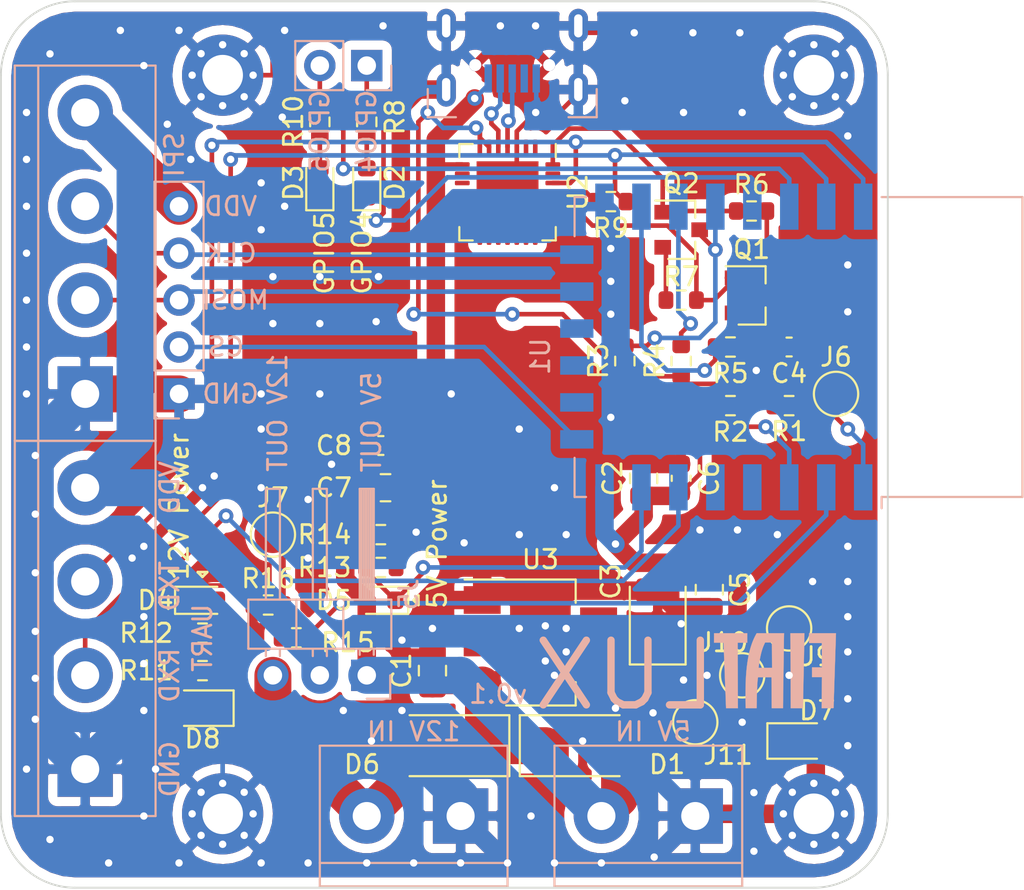
<source format=kicad_pcb>
(kicad_pcb (version 20171130) (host pcbnew 5.99.0+really5.1.10+dfsg1-1)

  (general
    (thickness 1.6)
    (drawings 37)
    (tracks 511)
    (zones 0)
    (modules 55)
    (nets 33)
  )

  (page A4)
  (layers
    (0 F.Cu signal)
    (31 B.Cu signal)
    (32 B.Adhes user)
    (33 F.Adhes user)
    (34 B.Paste user)
    (35 F.Paste user)
    (36 B.SilkS user)
    (37 F.SilkS user)
    (38 B.Mask user)
    (39 F.Mask user)
    (40 Dwgs.User user)
    (41 Cmts.User user)
    (42 Eco1.User user)
    (43 Eco2.User user)
    (44 Edge.Cuts user)
    (45 Margin user)
    (46 B.CrtYd user)
    (47 F.CrtYd user)
    (48 B.Fab user hide)
    (49 F.Fab user hide)
  )

  (setup
    (last_trace_width 0.25)
    (user_trace_width 0.25)
    (user_trace_width 0.5)
    (user_trace_width 1)
    (user_trace_width 2)
    (trace_clearance 0.2)
    (zone_clearance 0.508)
    (zone_45_only no)
    (trace_min 0.2)
    (via_size 0.8)
    (via_drill 0.4)
    (via_min_size 0.4)
    (via_min_drill 0.3)
    (uvia_size 0.3)
    (uvia_drill 0.1)
    (uvias_allowed no)
    (uvia_min_size 0.2)
    (uvia_min_drill 0.1)
    (edge_width 0.1)
    (segment_width 0.2)
    (pcb_text_width 0.3)
    (pcb_text_size 1.5 1.5)
    (mod_edge_width 0.15)
    (mod_text_size 1 1)
    (mod_text_width 0.15)
    (pad_size 0.65 0.65)
    (pad_drill 0.65)
    (pad_to_mask_clearance 0)
    (aux_axis_origin 0 0)
    (visible_elements FFFFFF7F)
    (pcbplotparams
      (layerselection 0x010fc_ffffffff)
      (usegerberextensions false)
      (usegerberattributes true)
      (usegerberadvancedattributes true)
      (creategerberjobfile true)
      (excludeedgelayer true)
      (linewidth 0.100000)
      (plotframeref false)
      (viasonmask false)
      (mode 1)
      (useauxorigin false)
      (hpglpennumber 1)
      (hpglpenspeed 20)
      (hpglpendiameter 15.000000)
      (psnegative false)
      (psa4output false)
      (plotreference true)
      (plotvalue true)
      (plotinvisibletext false)
      (padsonsilk false)
      (subtractmaskfromsilk false)
      (outputformat 1)
      (mirror false)
      (drillshape 0)
      (scaleselection 1)
      (outputdirectory "gen"))
  )

  (net 0 "")
  (net 1 GND)
  (net 2 /Power/LDO_IN)
  (net 3 +3V3)
  (net 4 nRST)
  (net 5 +5V)
  (net 6 "Net-(D2-Pad2)")
  (net 7 "Net-(D3-Pad2)")
  (net 8 "Net-(D4-Pad2)")
  (net 9 SEN_5V)
  (net 10 +12V)
  (net 11 "Net-(J1-Pad2)")
  (net 12 "Net-(J1-Pad3)")
  (net 13 VOUT)
  (net 14 TXD0)
  (net 15 RXD0)
  (net 16 SCLK)
  (net 17 MOSI)
  (net 18 ADC)
  (net 19 "Net-(Q1-Pad2)")
  (net 20 RTS)
  (net 21 GPIO0)
  (net 22 "Net-(Q2-Pad2)")
  (net 23 DTR)
  (net 24 EN)
  (net 25 GPIO2)
  (net 26 GPIO15)
  (net 27 "Net-(R9-Pad2)")
  (net 28 SEN_12V)
  (net 29 "Net-(R13-Pad1)")
  (net 30 CS0)
  (net 31 GPIO5)
  (net 32 GPIO4)

  (net_class Default "Dies ist die voreingestellte Netzklasse."
    (clearance 0.2)
    (trace_width 0.25)
    (via_dia 0.8)
    (via_drill 0.4)
    (uvia_dia 0.3)
    (uvia_drill 0.1)
    (add_net +12V)
    (add_net +3V3)
    (add_net +5V)
    (add_net /Power/LDO_IN)
    (add_net ADC)
    (add_net CS0)
    (add_net DTR)
    (add_net EN)
    (add_net GND)
    (add_net GPIO0)
    (add_net GPIO15)
    (add_net GPIO2)
    (add_net GPIO4)
    (add_net GPIO5)
    (add_net MOSI)
    (add_net "Net-(D2-Pad2)")
    (add_net "Net-(D3-Pad2)")
    (add_net "Net-(D4-Pad2)")
    (add_net "Net-(J1-Pad2)")
    (add_net "Net-(J1-Pad3)")
    (add_net "Net-(Q1-Pad2)")
    (add_net "Net-(Q2-Pad2)")
    (add_net "Net-(R13-Pad1)")
    (add_net "Net-(R9-Pad2)")
    (add_net RTS)
    (add_net RXD0)
    (add_net SCLK)
    (add_net SEN_12V)
    (add_net SEN_5V)
    (add_net TXD0)
    (add_net VOUT)
    (add_net nRST)
  )

  (module fiatlux:fiat (layer B.Cu) (tedit 609107ED) (tstamp 60924796)
    (at 72.898 63.246 180)
    (fp_text reference G*** (at 0 0) (layer B.SilkS) hide
      (effects (font (size 1.524 1.524) (thickness 0.3)) (justify mirror))
    )
    (fp_text value LOGO (at 0.75 0) (layer B.SilkS) hide
      (effects (font (size 1.524 1.524) (thickness 0.3)) (justify mirror))
    )
    (fp_poly (pts (xy 3.301653 1.770381) (xy 3.302418 1.51384) (xy 3.045969 1.51384) (xy 2.99591 1.513767)
      (xy 2.948991 1.513557) (xy 2.906182 1.513224) (xy 2.868451 1.512783) (xy 2.836767 1.512247)
      (xy 2.812097 1.511632) (xy 2.795411 1.51095) (xy 2.787676 1.510218) (xy 2.787256 1.51003)
      (xy 2.786461 1.504057) (xy 2.785484 1.489424) (xy 2.784395 1.467629) (xy 2.783265 1.440171)
      (xy 2.782165 1.408545) (xy 2.781657 1.39192) (xy 2.780572 1.356531) (xy 2.779433 1.322459)
      (xy 2.778315 1.291744) (xy 2.777294 1.266426) (xy 2.776445 1.248546) (xy 2.776214 1.2446)
      (xy 2.775374 1.228726) (xy 2.774344 1.205052) (xy 2.773216 1.175934) (xy 2.772081 1.14373)
      (xy 2.771161 1.11506) (xy 2.770082 1.0816) (xy 2.768919 1.048715) (xy 2.767767 1.018902)
      (xy 2.766722 0.994656) (xy 2.765999 0.98044) (xy 2.765085 0.962217) (xy 2.763995 0.936535)
      (xy 2.762833 0.906091) (xy 2.761705 0.873583) (xy 2.761065 0.85344) (xy 2.75997 0.819353)
      (xy 2.758746 0.784061) (xy 2.757509 0.750787) (xy 2.756379 0.722752) (xy 2.755867 0.7112)
      (xy 2.754974 0.691568) (xy 2.754071 0.67073) (xy 2.753109 0.647396) (xy 2.752036 0.620277)
      (xy 2.750803 0.588079) (xy 2.749359 0.549514) (xy 2.747654 0.503291) (xy 2.745784 0.45212)
      (xy 2.743806 0.397888) (xy 2.742146 0.352629) (xy 2.740761 0.31516) (xy 2.739604 0.284301)
      (xy 2.73863 0.258871) (xy 2.737795 0.237688) (xy 2.737052 0.219572) (xy 2.736357 0.20334)
      (xy 2.735664 0.187813) (xy 2.735555 0.18542) (xy 2.734553 0.161812) (xy 2.73337 0.131386)
      (xy 2.732132 0.097481) (xy 2.730962 0.063436) (xy 2.73055 0.0508) (xy 2.729429 0.017307)
      (xy 2.728176 -0.017644) (xy 2.726922 -0.05061) (xy 2.725793 -0.07815) (xy 2.72543 -0.08636)
      (xy 2.724623 -0.104367) (xy 2.723797 -0.123553) (xy 2.722912 -0.144961) (xy 2.721928 -0.169637)
      (xy 2.720804 -0.198624) (xy 2.719499 -0.232969) (xy 2.717975 -0.273714) (xy 2.716191 -0.321905)
      (xy 2.714105 -0.378587) (xy 2.712713 -0.41656) (xy 2.71122 -0.457029) (xy 2.709681 -0.498217)
      (xy 2.708185 -0.537784) (xy 2.706821 -0.573392) (xy 2.705678 -0.602701) (xy 2.705097 -0.61722)
      (xy 2.704142 -0.6412) (xy 2.702907 -0.672995) (xy 2.701479 -0.710265) (xy 2.69995 -0.75067)
      (xy 2.698408 -0.791871) (xy 2.697444 -0.81788) (xy 2.695958 -0.857757) (xy 2.694439 -0.897811)
      (xy 2.692972 -0.935837) (xy 2.691645 -0.969631) (xy 2.69054 -0.99699) (xy 2.689955 -1.01092)
      (xy 2.688726 -1.040284) (xy 2.687327 -1.075111) (xy 2.685942 -1.110708) (xy 2.684922 -1.13792)
      (xy 2.682943 -1.191903) (xy 2.681287 -1.23693) (xy 2.67991 -1.274197) (xy 2.678766 -1.3049)
      (xy 2.677809 -1.330235) (xy 2.676995 -1.3514) (xy 2.676278 -1.369591) (xy 2.675613 -1.386004)
      (xy 2.674954 -1.401835) (xy 2.674622 -1.4097) (xy 2.673558 -1.435711) (xy 2.672288 -1.4682)
      (xy 2.670952 -1.503492) (xy 2.669693 -1.537908) (xy 2.669374 -1.54686) (xy 2.668212 -1.578537)
      (xy 2.666974 -1.610348) (xy 2.665783 -1.63925) (xy 2.664763 -1.662203) (xy 2.664443 -1.66878)
      (xy 2.663617 -1.686793) (xy 2.662549 -1.71257) (xy 2.661333 -1.743719) (xy 2.660061 -1.777851)
      (xy 2.658828 -1.812575) (xy 2.658794 -1.81356) (xy 2.657647 -1.846058) (xy 2.656546 -1.875953)
      (xy 2.655561 -1.901435) (xy 2.654762 -1.920696) (xy 2.65422 -1.931929) (xy 2.654156 -1.93294)
      (xy 2.653579 -1.945267) (xy 2.652994 -1.964091) (xy 2.652511 -1.985747) (xy 2.652437 -1.99009)
      (xy 2.65176 -2.032) (xy 2.005977 -2.032) (xy 2.008666 -2.01041) (xy 2.008941 -2.003284)
      (xy 2.009238 -1.986483) (xy 2.009553 -1.960488) (xy 2.009883 -1.925782) (xy 2.010227 -1.88285)
      (xy 2.010581 -1.832175) (xy 2.010943 -1.774239) (xy 2.01131 -1.709526) (xy 2.011681 -1.638519)
      (xy 2.012052 -1.561702) (xy 2.01242 -1.479558) (xy 2.012784 -1.39257) (xy 2.013141 -1.301221)
      (xy 2.013487 -1.205995) (xy 2.013822 -1.107375) (xy 2.014141 -1.005844) (xy 2.014372 -0.9271)
      (xy 2.014679 -0.821238) (xy 2.014996 -0.716559) (xy 2.01532 -0.613642) (xy 2.015648 -0.513066)
      (xy 2.015979 -0.415413) (xy 2.01631 -0.32126) (xy 2.016639 -0.231189) (xy 2.016963 -0.145778)
      (xy 2.017281 -0.065608) (xy 2.01759 0.008742) (xy 2.017888 0.076693) (xy 2.018172 0.137664)
      (xy 2.01844 0.191075) (xy 2.018691 0.236348) (xy 2.018921 0.272902) (xy 2.019128 0.300158)
      (xy 2.019221 0.30988) (xy 2.019417 0.33284) (xy 2.019622 0.364328) (xy 2.019833 0.403498)
      (xy 2.020047 0.449502) (xy 2.020263 0.501491) (xy 2.020479 0.558619) (xy 2.020692 0.620036)
      (xy 2.020901 0.684896) (xy 2.021103 0.752351) (xy 2.021297 0.821552) (xy 2.02148 0.891653)
      (xy 2.02165 0.961804) (xy 2.021806 1.031159) (xy 2.021945 1.098869) (xy 2.022065 1.164086)
      (xy 2.022164 1.225964) (xy 2.02224 1.283654) (xy 2.022291 1.336308) (xy 2.022315 1.383078)
      (xy 2.022309 1.423117) (xy 2.022273 1.455577) (xy 2.022203 1.47961) (xy 2.022098 1.494368)
      (xy 2.022093 1.49479) (xy 2.02184 1.51384) (xy 1.50368 1.51384) (xy 1.50368 2.02692)
      (xy 3.300889 2.02692) (xy 3.301653 1.770381)) (layer B.SilkS) (width 0.01))
    (fp_poly (pts (xy 1.034934 1.95199) (xy 1.10247 1.822561) (xy 1.165366 1.686545) (xy 1.223851 1.543346)
      (xy 1.278151 1.392371) (xy 1.328497 1.233025) (xy 1.373254 1.07188) (xy 1.377455 1.055525)
      (xy 1.381794 1.038087) (xy 1.386572 1.01827) (xy 1.392092 0.994775) (xy 1.398655 0.966307)
      (xy 1.406564 0.931568) (xy 1.416121 0.889261) (xy 1.425321 0.84836) (xy 1.429551 0.828396)
      (xy 1.435095 0.800567) (xy 1.441557 0.767026) (xy 1.448541 0.729921) (xy 1.455651 0.691404)
      (xy 1.462488 0.653627) (xy 1.468659 0.618739) (xy 1.473765 0.588892) (xy 1.47741 0.566235)
      (xy 1.477792 0.563687) (xy 1.481281 0.539957) (xy 1.485435 0.511474) (xy 1.489942 0.480401)
      (xy 1.49449 0.448906) (xy 1.498766 0.419152) (xy 1.50246 0.393307) (xy 1.505258 0.373534)
      (xy 1.506686 0.36322) (xy 1.509065 0.345584) (xy 1.511268 0.329288) (xy 1.511488 0.32766)
      (xy 1.51353 0.311798) (xy 1.516382 0.288617) (xy 1.519716 0.260892) (xy 1.523205 0.231401)
      (xy 1.526521 0.20292) (xy 1.529335 0.178225) (xy 1.531319 0.160094) (xy 1.53159 0.15748)
      (xy 1.533679 0.137813) (xy 1.535793 0.119191) (xy 1.536699 0.11176) (xy 1.538722 0.093921)
      (xy 1.541337 0.06795) (xy 1.544371 0.035844) (xy 1.54765 -0.000396) (xy 1.551002 -0.038773)
      (xy 1.554253 -0.077288) (xy 1.557229 -0.113942) (xy 1.559758 -0.146736) (xy 1.561666 -0.173673)
      (xy 1.562248 -0.18288) (xy 1.563744 -0.205784) (xy 1.565255 -0.225345) (xy 1.566573 -0.23905)
      (xy 1.567275 -0.24384) (xy 1.568126 -0.251367) (xy 1.569259 -0.267092) (xy 1.570554 -0.289058)
      (xy 1.571892 -0.315311) (xy 1.572573 -0.3302) (xy 1.573857 -0.357923) (xy 1.575112 -0.38239)
      (xy 1.576229 -0.401646) (xy 1.577098 -0.413735) (xy 1.577419 -0.41656) (xy 1.578047 -0.423882)
      (xy 1.578954 -0.439602) (xy 1.580051 -0.461967) (xy 1.581254 -0.489219) (xy 1.582419 -0.51816)
      (xy 1.583671 -0.549072) (xy 1.584932 -0.577373) (xy 1.586107 -0.601133) (xy 1.587101 -0.618425)
      (xy 1.58777 -0.626919) (xy 1.589141 -0.643946) (xy 1.590416 -0.670331) (xy 1.591593 -0.705273)
      (xy 1.592671 -0.74797) (xy 1.593648 -0.797621) (xy 1.594521 -0.853425) (xy 1.595289 -0.91458)
      (xy 1.595949 -0.980285) (xy 1.596501 -1.049739) (xy 1.596941 -1.122139) (xy 1.597267 -1.196686)
      (xy 1.597479 -1.272576) (xy 1.597573 -1.34901) (xy 1.597548 -1.425185) (xy 1.597401 -1.500301)
      (xy 1.597132 -1.573555) (xy 1.596737 -1.644146) (xy 1.596216 -1.711274) (xy 1.595565 -1.774136)
      (xy 1.594783 -1.831931) (xy 1.593868 -1.883859) (xy 1.592818 -1.929117) (xy 1.591631 -1.966903)
      (xy 1.591109 -1.97993) (xy 1.588858 -2.032) (xy 0.996827 -2.032) (xy 0.993789 -1.90373)
      (xy 0.993005 -1.868174) (xy 0.992138 -1.824628) (xy 0.991226 -1.775263) (xy 0.990307 -1.722248)
      (xy 0.989418 -1.667752) (xy 0.988598 -1.613945) (xy 0.987974 -1.56972) (xy 0.987299 -1.522606)
      (xy 0.986567 -1.476678) (xy 0.985808 -1.433384) (xy 0.98505 -1.394175) (xy 0.98432 -1.360501)
      (xy 0.983647 -1.333813) (xy 0.98306 -1.31556) (xy 0.982961 -1.31318) (xy 0.982119 -1.291887)
      (xy 0.981114 -1.263028) (xy 0.980028 -1.229191) (xy 0.978945 -1.192968) (xy 0.977948 -1.156946)
      (xy 0.977915 -1.1557) (xy 0.976932 -1.120885) (xy 0.975855 -1.086862) (xy 0.974764 -1.055908)
      (xy 0.973739 -1.030303) (xy 0.972862 -1.012327) (xy 0.972778 -1.01092) (xy 0.971683 -0.991003)
      (xy 0.970381 -0.964307) (xy 0.969029 -0.934202) (xy 0.967785 -0.904062) (xy 0.967693 -0.9017)
      (xy 0.965967 -0.862311) (xy 0.963709 -0.818525) (xy 0.961025 -0.771826) (xy 0.958019 -0.723699)
      (xy 0.954798 -0.67563) (xy 0.951468 -0.629105) (xy 0.948133 -0.585608) (xy 0.9449 -0.546625)
      (xy 0.941873 -0.513641) (xy 0.93916 -0.488142) (xy 0.9373 -0.474226) (xy 0.935748 -0.46324)
      (xy 0.933569 -0.446485) (xy 0.931968 -0.433586) (xy 0.929132 -0.411236) (xy 0.926639 -0.394641)
      (xy 0.923791 -0.379454) (xy 0.921702 -0.36957) (xy 0.918672 -0.355599) (xy 0.55651 -0.3556)
      (xy 0.194348 -0.3556) (xy 0.19125 -0.37973) (xy 0.19083 -0.387978) (xy 0.190415 -0.4057)
      (xy 0.19001 -0.43221) (xy 0.189619 -0.466821) (xy 0.189247 -0.508846) (xy 0.188898 -0.5576)
      (xy 0.188576 -0.612396) (xy 0.188285 -0.672547) (xy 0.188031 -0.737369) (xy 0.187818 -0.806173)
      (xy 0.187649 -0.878274) (xy 0.18753 -0.952985) (xy 0.187519 -0.96266) (xy 0.187403 -1.043623)
      (xy 0.187238 -1.12613) (xy 0.187031 -1.209071) (xy 0.186784 -1.291337) (xy 0.186504 -1.371819)
      (xy 0.186193 -1.449408) (xy 0.185858 -1.522994) (xy 0.185502 -1.591469) (xy 0.18513 -1.653722)
      (xy 0.184747 -1.708644) (xy 0.184358 -1.755128) (xy 0.184142 -1.77673) (xy 0.181399 -2.032)
      (xy -0.4318 -2.032) (xy -0.432828 -1.89611) (xy -0.433135 -1.858737) (xy -0.433469 -1.823653)
      (xy -0.433811 -1.792462) (xy -0.434143 -1.766771) (xy -0.434444 -1.748183) (xy -0.434676 -1.738834)
      (xy -0.434879 -1.729973) (xy -0.435176 -1.711911) (xy -0.435557 -1.685608) (xy -0.436008 -1.652023)
      (xy -0.436517 -1.612116) (xy -0.437073 -1.566846) (xy -0.437662 -1.517171) (xy -0.438273 -1.464052)
      (xy -0.438863 -1.411174) (xy -0.439527 -1.352592) (xy -0.440228 -1.294117) (xy -0.440947 -1.237058)
      (xy -0.441668 -1.182722) (xy -0.44237 -1.132419) (xy -0.443037 -1.087457) (xy -0.44365 -1.049144)
      (xy -0.444192 -1.018788) (xy -0.444511 -1.0033) (xy -0.445039 -0.976986) (xy -0.445646 -0.942075)
      (xy -0.446308 -0.900131) (xy -0.447004 -0.852716) (xy -0.44771 -0.801393) (xy -0.448404 -0.747724)
      (xy -0.449065 -0.693273) (xy -0.449554 -0.65024) (xy -0.450183 -0.594789) (xy -0.450868 -0.537629)
      (xy -0.451585 -0.480536) (xy -0.452312 -0.425285) (xy -0.453023 -0.373652) (xy -0.453695 -0.327415)
      (xy -0.454305 -0.288347) (xy -0.454673 -0.2667) (xy -0.455263 -0.23181) (xy -0.455936 -0.188751)
      (xy -0.456665 -0.139512) (xy -0.457422 -0.086083) (xy -0.458179 -0.030454) (xy -0.458907 0.025387)
      (xy -0.459579 0.079448) (xy -0.459723 0.09144) (xy -0.460383 0.145383) (xy -0.460472 0.1524)
      (xy 0.160985 0.1524) (xy 0.892317 0.1524) (xy 0.880654 0.23749) (xy 0.876557 0.267411)
      (xy 0.872746 0.295305) (xy 0.86952 0.318969) (xy 0.86718 0.3362) (xy 0.866277 0.3429)
      (xy 0.865199 0.350909) (xy 0.864132 0.358531) (xy 0.862872 0.36703) (xy 0.861217 0.37767)
      (xy 0.858963 0.391714) (xy 0.855908 0.410426) (xy 0.851846 0.43507) (xy 0.846576 0.466909)
      (xy 0.839894 0.507207) (xy 0.838077 0.51816) (xy 0.812629 0.661953) (xy 0.785494 0.796365)
      (xy 0.756478 0.922067) (xy 0.725389 1.039729) (xy 0.692033 1.150021) (xy 0.656216 1.253613)
      (xy 0.617746 1.351173) (xy 0.57643 1.443373) (xy 0.563594 1.469798) (xy 0.536785 1.524)
      (xy 0.16764 1.524) (xy 0.167591 1.34747) (xy 0.167549 1.316501) (xy 0.167442 1.276404)
      (xy 0.167274 1.22821) (xy 0.167051 1.172951) (xy 0.166776 1.111658) (xy 0.166457 1.045364)
      (xy 0.166096 0.975099) (xy 0.1657 0.901895) (xy 0.165274 0.826784) (xy 0.164822 0.750797)
      (xy 0.164349 0.674965) (xy 0.164264 0.66167) (xy 0.160985 0.1524) (xy -0.460472 0.1524)
      (xy -0.461108 0.202051) (xy -0.461869 0.259362) (xy -0.462637 0.315235) (xy -0.463384 0.367586)
      (xy -0.46408 0.414335) (xy -0.464698 0.453399) (xy -0.464804 0.45974) (xy -0.465395 0.496711)
      (xy -0.466068 0.541811) (xy -0.466794 0.593009) (xy -0.467548 0.648274) (xy -0.4683 0.705577)
      (xy -0.469023 0.762887) (xy -0.469691 0.818173) (xy -0.469865 0.83312) (xy -0.470507 0.886631)
      (xy -0.471213 0.94203) (xy -0.471956 0.997417) (xy -0.47271 1.050894) (xy -0.473446 1.100561)
      (xy -0.474139 1.144519) (xy -0.474761 1.18087) (xy -0.474954 1.19126) (xy -0.475503 1.222669)
      (xy -0.476126 1.262566) (xy -0.476799 1.309282) (xy -0.4775 1.361145) (xy -0.478209 1.416486)
      (xy -0.478901 1.473633) (xy -0.479557 1.530917) (xy -0.480082 1.57988) (xy -0.480682 1.634304)
      (xy -0.481348 1.688734) (xy -0.482058 1.741718) (xy -0.482789 1.791804) (xy -0.48352 1.837542)
      (xy -0.484228 1.87748) (xy -0.484891 1.910165) (xy -0.485488 1.934148) (xy -0.485489 1.934211)
      (xy -0.488182 2.02692) (xy 0.993455 2.02692) (xy 1.034934 1.95199)) (layer B.SilkS) (width 0.01))
    (fp_poly (pts (xy -0.835063 1.51765) (xy -0.835374 1.462396) (xy -0.835707 1.397734) (xy -0.836058 1.32442)
      (xy -0.836425 1.243206) (xy -0.836806 1.154845) (xy -0.837197 1.060091) (xy -0.837595 0.959698)
      (xy -0.837998 0.854419) (xy -0.838403 0.745007) (xy -0.838807 0.632215) (xy -0.839208 0.516798)
      (xy -0.839602 0.399508) (xy -0.839987 0.281098) (xy -0.84036 0.162323) (xy -0.840718 0.043936)
      (xy -0.841058 -0.07331) (xy -0.841286 -0.15494) (xy -0.841592 -0.265594) (xy -0.8419 -0.374994)
      (xy -0.842208 -0.482592) (xy -0.842515 -0.587843) (xy -0.842817 -0.690197) (xy -0.843115 -0.789109)
      (xy -0.843405 -0.884031) (xy -0.843687 -0.974416) (xy -0.843958 -1.059716) (xy -0.844217 -1.139386)
      (xy -0.844462 -1.212877) (xy -0.844691 -1.279642) (xy -0.844902 -1.339135) (xy -0.845095 -1.390808)
      (xy -0.845266 -1.434114) (xy -0.845415 -1.468506) (xy -0.845539 -1.493437) (xy -0.845569 -1.4986)
      (xy -0.845882 -1.551559) (xy -0.846221 -1.611079) (xy -0.846568 -1.673898) (xy -0.846906 -1.73675)
      (xy -0.847216 -1.796374) (xy -0.847481 -1.849505) (xy -0.84751 -1.85547) (xy -0.84836 -2.032)
      (xy -1.507362 -2.032) (xy -1.510286 -2.00533) (xy -1.511157 -1.992508) (xy -1.511974 -1.971391)
      (xy -1.512692 -1.943846) (xy -1.513267 -1.911738) (xy -1.513654 -1.876931) (xy -1.513757 -1.860362)
      (xy -1.513992 -1.826472) (xy -1.514355 -1.79584) (xy -1.514814 -1.769974) (xy -1.515341 -1.750384)
      (xy -1.515904 -1.738578) (xy -1.516233 -1.735902) (xy -1.516702 -1.729683) (xy -1.517269 -1.714361)
      (xy -1.517912 -1.690993) (xy -1.518607 -1.660637) (xy -1.519331 -1.624349) (xy -1.520062 -1.583185)
      (xy -1.520777 -1.538203) (xy -1.521273 -1.50368) (xy -1.521988 -1.453903) (xy -1.522747 -1.404929)
      (xy -1.523523 -1.358196) (xy -1.524292 -1.315143) (xy -1.525026 -1.277206) (xy -1.525699 -1.245826)
      (xy -1.526286 -1.222439) (xy -1.526541 -1.21412) (xy -1.527142 -1.193567) (xy -1.52785 -1.1646)
      (xy -1.528628 -1.128961) (xy -1.529443 -1.088395) (xy -1.530258 -1.044644) (xy -1.531037 -0.999454)
      (xy -1.531506 -0.97028) (xy -1.53226 -0.923845) (xy -1.533085 -0.876631) (xy -1.533941 -0.830607)
      (xy -1.53479 -0.787741) (xy -1.535594 -0.750002) (xy -1.536314 -0.719359) (xy -1.536664 -0.70612)
      (xy -1.537381 -0.678446) (xy -1.538213 -0.642913) (xy -1.539111 -0.60182) (xy -1.540025 -0.557466)
      (xy -1.540907 -0.51215) (xy -1.541709 -0.468172) (xy -1.541723 -0.46736) (xy -1.542357 -0.431338)
      (xy -1.542964 -0.397517) (xy -1.543565 -0.364735) (xy -1.544185 -0.331828) (xy -1.544847 -0.297631)
      (xy -1.545574 -0.260982) (xy -1.546389 -0.220717) (xy -1.547316 -0.175671) (xy -1.548378 -0.124683)
      (xy -1.549597 -0.066587) (xy -1.550998 -0.00022) (xy -1.551971 0.04572) (xy -1.552755 0.084036)
      (xy -1.553646 0.12962) (xy -1.554588 0.179585) (xy -1.555528 0.231041) (xy -1.556413 0.281098)
      (xy -1.557075 0.32004) (xy -1.557844 0.364341) (xy -1.558701 0.410358) (xy -1.559598 0.455712)
      (xy -1.560486 0.498026) (xy -1.561316 0.534923) (xy -1.562038 0.56388) (xy -1.562761 0.592815)
      (xy -1.563598 0.629572) (xy -1.564498 0.671816) (xy -1.565415 0.717209) (xy -1.5663 0.763416)
      (xy -1.567104 0.808101) (xy -1.567141 0.81026) (xy -1.567953 0.856124) (xy -1.568852 0.904814)
      (xy -1.569786 0.953714) (xy -1.570705 1.000209) (xy -1.571558 1.04168) (xy -1.57227 1.07442)
      (xy -1.573043 1.109737) (xy -1.573939 1.152379) (xy -1.574898 1.199515) (xy -1.575864 1.248312)
      (xy -1.57678 1.295938) (xy -1.577387 1.32842) (xy -1.578227 1.373394) (xy -1.579154 1.421612)
      (xy -1.58011 1.470242) (xy -1.58104 1.516451) (xy -1.581888 1.557407) (xy -1.582424 1.58242)
      (xy -1.583132 1.615431) (xy -1.583984 1.656186) (xy -1.58493 1.702272) (xy -1.585922 1.751274)
      (xy -1.586911 1.80078) (xy -1.587847 1.848375) (xy -1.588034 1.858011) (xy -1.591312 2.02692)
      (xy -0.832033 2.02692) (xy -0.835063 1.51765)) (layer B.SilkS) (width 0.01))
    (fp_poly (pts (xy -1.83896 1.49352) (xy -2.53492 1.49352) (xy -2.535078 1.43891) (xy -2.535123 1.426758)
      (xy -2.535214 1.405148) (xy -2.535349 1.374781) (xy -2.535524 1.336359) (xy -2.535735 1.290584)
      (xy -2.535979 1.238157) (xy -2.536254 1.179781) (xy -2.536555 1.116156) (xy -2.53688 1.047985)
      (xy -2.537224 0.975969) (xy -2.537586 0.90081) (xy -2.537961 0.823209) (xy -2.538166 0.78105)
      (xy -2.541096 0.1778) (xy -2.00152 0.1778) (xy -2.00152 -0.35052) (xy -2.54043 -0.35052)
      (xy -2.537779 -0.52705) (xy -2.537288 -0.562694) (xy -2.536747 -0.607127) (xy -2.536169 -0.658978)
      (xy -2.535569 -0.716878) (xy -2.534959 -0.779454) (xy -2.534352 -0.845336) (xy -2.533761 -0.913154)
      (xy -2.533201 -0.981537) (xy -2.532683 -1.049114) (xy -2.532463 -1.0795) (xy -2.531941 -1.150661)
      (xy -2.531351 -1.226643) (xy -2.53071 -1.305599) (xy -2.530034 -1.385679) (xy -2.529339 -1.465035)
      (xy -2.528642 -1.541818) (xy -2.527958 -1.614178) (xy -2.527304 -1.680268) (xy -2.526696 -1.738239)
      (xy -2.526636 -1.74371) (xy -2.523475 -2.032) (xy -2.843858 -2.032) (xy -2.899957 -2.031941)
      (xy -2.953004 -2.031771) (xy -3.002135 -2.031501) (xy -3.046484 -2.03114) (xy -3.085186 -2.030699)
      (xy -3.117378 -2.030189) (xy -3.142194 -2.029618) (xy -3.15877 -2.028998) (xy -3.16624 -2.028339)
      (xy -3.166576 -2.02819) (xy -3.167504 -2.021938) (xy -3.16838 -2.007561) (xy -3.169112 -1.987092)
      (xy -3.169611 -1.962566) (xy -3.169664 -1.95834) (xy -3.170121 -1.929378) (xy -3.170799 -1.900281)
      (xy -3.171603 -1.87456) (xy -3.172382 -1.85674) (xy -3.173123 -1.840718) (xy -3.174047 -1.816715)
      (xy -3.175079 -1.786905) (xy -3.176144 -1.753464) (xy -3.177168 -1.718567) (xy -3.177352 -1.71196)
      (xy -3.178403 -1.674982) (xy -3.17954 -1.637121) (xy -3.180677 -1.601097) (xy -3.181728 -1.56963)
      (xy -3.182606 -1.545442) (xy -3.18265 -1.54432) (xy -3.183586 -1.519003) (xy -3.184696 -1.486732)
      (xy -3.185872 -1.450712) (xy -3.18701 -1.414144) (xy -3.187669 -1.39192) (xy -3.188721 -1.356233)
      (xy -3.189776 -1.321799) (xy -3.190892 -1.286806) (xy -3.192132 -1.249439) (xy -3.193556 -1.207887)
      (xy -3.195223 -1.160335) (xy -3.197195 -1.104972) (xy -3.197836 -1.08712) (xy -3.198841 -1.057903)
      (xy -3.200008 -1.022094) (xy -3.201222 -0.983258) (xy -3.202373 -0.94496) (xy -3.202962 -0.92456)
      (xy -3.204012 -0.888761) (xy -3.205181 -0.850923) (xy -3.206362 -0.814427) (xy -3.207446 -0.782652)
      (xy -3.208012 -0.76708) (xy -3.208983 -0.739826) (xy -3.210118 -0.705797) (xy -3.211306 -0.668372)
      (xy -3.212441 -0.630931) (xy -3.213058 -0.6096) (xy -3.214108 -0.573801) (xy -3.215281 -0.535963)
      (xy -3.216468 -0.499466) (xy -3.21756 -0.467691) (xy -3.218131 -0.45212) (xy -3.219114 -0.424867)
      (xy -3.220262 -0.390838) (xy -3.221466 -0.353413) (xy -3.222616 -0.315972) (xy -3.223242 -0.29464)
      (xy -3.224309 -0.258555) (xy -3.225497 -0.220158) (xy -3.226695 -0.182922) (xy -3.227792 -0.150317)
      (xy -3.228348 -0.13462) (xy -3.229332 -0.106388) (xy -3.230479 -0.071472) (xy -3.231678 -0.033342)
      (xy -3.232821 0.004529) (xy -3.233425 0.0254) (xy -3.234453 0.059554) (xy -3.235597 0.094178)
      (xy -3.236755 0.126404) (xy -3.237826 0.153363) (xy -3.238473 0.16764) (xy -3.239329 0.187682)
      (xy -3.240332 0.215467) (xy -3.241405 0.248581) (xy -3.242469 0.284608) (xy -3.243448 0.321136)
      (xy -3.243611 0.32766) (xy -3.244565 0.364244) (xy -3.245615 0.400978) (xy -3.246682 0.435391)
      (xy -3.24769 0.465008) (xy -3.248561 0.487357) (xy -3.248689 0.49022) (xy -3.249563 0.511729)
      (xy -3.250588 0.54074) (xy -3.251679 0.574603) (xy -3.25275 0.610661) (xy -3.253687 0.64516)
      (xy -3.254659 0.680578) (xy -3.255743 0.716139) (xy -3.256851 0.749259) (xy -3.257898 0.777351)
      (xy -3.258783 0.79756) (xy -3.259628 0.817247) (xy -3.260615 0.844777) (xy -3.261671 0.877835)
      (xy -3.262723 0.914108) (xy -3.263698 0.951281) (xy -3.263974 0.96266) (xy -3.264894 0.999006)
      (xy -3.265896 1.034578) (xy -3.266912 1.067222) (xy -3.267874 1.094781) (xy -3.268713 1.115099)
      (xy -3.268967 1.12014) (xy -3.269805 1.138156) (xy -3.270808 1.163938) (xy -3.271892 1.195093)
      (xy -3.272975 1.22923) (xy -3.273974 1.263957) (xy -3.274 1.26492) (xy -3.275024 1.301315)
      (xy -3.276147 1.338778) (xy -3.277279 1.374449) (xy -3.27833 1.405465) (xy -3.279149 1.42748)
      (xy -3.280057 1.451929) (xy -3.281132 1.483595) (xy -3.282281 1.51954) (xy -3.283408 1.556825)
      (xy -3.284283 1.5875) (xy -3.285298 1.622848) (xy -3.286398 1.658648) (xy -3.287494 1.692182)
      (xy -3.288498 1.720727) (xy -3.289249 1.7399) (xy -3.290046 1.760317) (xy -3.291045 1.788546)
      (xy -3.292168 1.822243) (xy -3.293338 1.859064) (xy -3.294477 1.896667) (xy -3.294832 1.90881)
      (xy -3.298249 2.02692) (xy -1.83896 2.02692) (xy -1.83896 1.49352)) (layer B.SilkS) (width 0.01))
  )

  (module Package_TO_SOT_SMD:SOT-223-3_TabPin2 (layer F.Cu) (tedit 5A02FF57) (tstamp 6091CC95)
    (at 60.198 61.722)
    (descr "module CMS SOT223 4 pins")
    (tags "CMS SOT")
    (path /6078273A/6078C93E)
    (attr smd)
    (fp_text reference U3 (at 0 -4.5) (layer F.SilkS)
      (effects (font (size 1 1) (thickness 0.15)))
    )
    (fp_text value AMS1117-3.3 (at 0 4.5) (layer F.Fab)
      (effects (font (size 1 1) (thickness 0.15)))
    )
    (fp_text user %R (at 0 0 90) (layer F.Fab)
      (effects (font (size 0.8 0.8) (thickness 0.12)))
    )
    (fp_line (start 1.91 3.41) (end 1.91 2.15) (layer F.SilkS) (width 0.12))
    (fp_line (start 1.91 -3.41) (end 1.91 -2.15) (layer F.SilkS) (width 0.12))
    (fp_line (start 4.4 -3.6) (end -4.4 -3.6) (layer F.CrtYd) (width 0.05))
    (fp_line (start 4.4 3.6) (end 4.4 -3.6) (layer F.CrtYd) (width 0.05))
    (fp_line (start -4.4 3.6) (end 4.4 3.6) (layer F.CrtYd) (width 0.05))
    (fp_line (start -4.4 -3.6) (end -4.4 3.6) (layer F.CrtYd) (width 0.05))
    (fp_line (start -1.85 -2.35) (end -0.85 -3.35) (layer F.Fab) (width 0.1))
    (fp_line (start -1.85 -2.35) (end -1.85 3.35) (layer F.Fab) (width 0.1))
    (fp_line (start -1.85 3.41) (end 1.91 3.41) (layer F.SilkS) (width 0.12))
    (fp_line (start -0.85 -3.35) (end 1.85 -3.35) (layer F.Fab) (width 0.1))
    (fp_line (start -4.1 -3.41) (end 1.91 -3.41) (layer F.SilkS) (width 0.12))
    (fp_line (start -1.85 3.35) (end 1.85 3.35) (layer F.Fab) (width 0.1))
    (fp_line (start 1.85 -3.35) (end 1.85 3.35) (layer F.Fab) (width 0.1))
    (pad 1 smd rect (at -3.15 -2.3) (size 2 1.5) (layers F.Cu F.Paste F.Mask)
      (net 1 GND))
    (pad 3 smd rect (at -3.15 2.3) (size 2 1.5) (layers F.Cu F.Paste F.Mask)
      (net 2 /Power/LDO_IN))
    (pad 2 smd rect (at -3.15 0) (size 2 1.5) (layers F.Cu F.Paste F.Mask)
      (net 3 +3V3))
    (pad 2 smd rect (at 3.15 0) (size 2 3.8) (layers F.Cu F.Paste F.Mask)
      (net 3 +3V3))
    (model ${KISYS3DMOD}/Package_TO_SOT_SMD.3dshapes/SOT-223.wrl
      (at (xyz 0 0 0))
      (scale (xyz 1 1 1))
      (rotate (xyz 0 0 0))
    )
  )

  (module Package_DFN_QFN:QFN-28-1EP_5x5mm_P0.5mm_EP3.35x3.35mm (layer F.Cu) (tedit 5DC5F6A4) (tstamp 6091B4CB)
    (at 58.42 37.338 270)
    (descr "QFN, 28 Pin (http://ww1.microchip.com/downloads/en/PackagingSpec/00000049BQ.pdf#page=283), generated with kicad-footprint-generator ipc_noLead_generator.py")
    (tags "QFN NoLead")
    (path /607804B7)
    (attr smd)
    (fp_text reference U2 (at 0 -3.8 90) (layer F.SilkS)
      (effects (font (size 1 1) (thickness 0.15)))
    )
    (fp_text value CP2102-GMR (at 0 3.8 90) (layer F.Fab)
      (effects (font (size 1 1) (thickness 0.15)))
    )
    (fp_text user %R (at 0 0 90) (layer F.Fab)
      (effects (font (size 1 1) (thickness 0.15)))
    )
    (fp_line (start 1.885 -2.61) (end 2.61 -2.61) (layer F.SilkS) (width 0.12))
    (fp_line (start 2.61 -2.61) (end 2.61 -1.885) (layer F.SilkS) (width 0.12))
    (fp_line (start -1.885 2.61) (end -2.61 2.61) (layer F.SilkS) (width 0.12))
    (fp_line (start -2.61 2.61) (end -2.61 1.885) (layer F.SilkS) (width 0.12))
    (fp_line (start 1.885 2.61) (end 2.61 2.61) (layer F.SilkS) (width 0.12))
    (fp_line (start 2.61 2.61) (end 2.61 1.885) (layer F.SilkS) (width 0.12))
    (fp_line (start -1.885 -2.61) (end -2.61 -2.61) (layer F.SilkS) (width 0.12))
    (fp_line (start -1.5 -2.5) (end 2.5 -2.5) (layer F.Fab) (width 0.1))
    (fp_line (start 2.5 -2.5) (end 2.5 2.5) (layer F.Fab) (width 0.1))
    (fp_line (start 2.5 2.5) (end -2.5 2.5) (layer F.Fab) (width 0.1))
    (fp_line (start -2.5 2.5) (end -2.5 -1.5) (layer F.Fab) (width 0.1))
    (fp_line (start -2.5 -1.5) (end -1.5 -2.5) (layer F.Fab) (width 0.1))
    (fp_line (start -3.1 -3.1) (end -3.1 3.1) (layer F.CrtYd) (width 0.05))
    (fp_line (start -3.1 3.1) (end 3.1 3.1) (layer F.CrtYd) (width 0.05))
    (fp_line (start 3.1 3.1) (end 3.1 -3.1) (layer F.CrtYd) (width 0.05))
    (fp_line (start 3.1 -3.1) (end -3.1 -3.1) (layer F.CrtYd) (width 0.05))
    (pad "" smd roundrect (at 1.12 1.12 270) (size 0.9 0.9) (layers F.Paste) (roundrect_rratio 0.25))
    (pad "" smd roundrect (at 1.12 0 270) (size 0.9 0.9) (layers F.Paste) (roundrect_rratio 0.25))
    (pad "" smd roundrect (at 1.12 -1.12 270) (size 0.9 0.9) (layers F.Paste) (roundrect_rratio 0.25))
    (pad "" smd roundrect (at 0 1.12 270) (size 0.9 0.9) (layers F.Paste) (roundrect_rratio 0.25))
    (pad "" smd roundrect (at 0 0 270) (size 0.9 0.9) (layers F.Paste) (roundrect_rratio 0.25))
    (pad "" smd roundrect (at 0 -1.12 270) (size 0.9 0.9) (layers F.Paste) (roundrect_rratio 0.25))
    (pad "" smd roundrect (at -1.12 1.12 270) (size 0.9 0.9) (layers F.Paste) (roundrect_rratio 0.25))
    (pad "" smd roundrect (at -1.12 0 270) (size 0.9 0.9) (layers F.Paste) (roundrect_rratio 0.25))
    (pad "" smd roundrect (at -1.12 -1.12 270) (size 0.9 0.9) (layers F.Paste) (roundrect_rratio 0.25))
    (pad 29 smd rect (at 0 0 270) (size 3.35 3.35) (layers F.Cu F.Mask)
      (net 1 GND))
    (pad 28 smd roundrect (at -1.5 -2.45 270) (size 0.25 0.8) (layers F.Cu F.Paste F.Mask) (roundrect_rratio 0.25)
      (net 23 DTR))
    (pad 27 smd roundrect (at -1 -2.45 270) (size 0.25 0.8) (layers F.Cu F.Paste F.Mask) (roundrect_rratio 0.25))
    (pad 26 smd roundrect (at -0.5 -2.45 270) (size 0.25 0.8) (layers F.Cu F.Paste F.Mask) (roundrect_rratio 0.25)
      (net 14 TXD0))
    (pad 25 smd roundrect (at 0 -2.45 270) (size 0.25 0.8) (layers F.Cu F.Paste F.Mask) (roundrect_rratio 0.25)
      (net 27 "Net-(R9-Pad2)"))
    (pad 24 smd roundrect (at 0.5 -2.45 270) (size 0.25 0.8) (layers F.Cu F.Paste F.Mask) (roundrect_rratio 0.25)
      (net 20 RTS))
    (pad 23 smd roundrect (at 1 -2.45 270) (size 0.25 0.8) (layers F.Cu F.Paste F.Mask) (roundrect_rratio 0.25))
    (pad 22 smd roundrect (at 1.5 -2.45 270) (size 0.25 0.8) (layers F.Cu F.Paste F.Mask) (roundrect_rratio 0.25))
    (pad 21 smd roundrect (at 2.45 -1.5 270) (size 0.8 0.25) (layers F.Cu F.Paste F.Mask) (roundrect_rratio 0.25))
    (pad 20 smd roundrect (at 2.45 -1 270) (size 0.8 0.25) (layers F.Cu F.Paste F.Mask) (roundrect_rratio 0.25))
    (pad 19 smd roundrect (at 2.45 -0.5 270) (size 0.8 0.25) (layers F.Cu F.Paste F.Mask) (roundrect_rratio 0.25))
    (pad 18 smd roundrect (at 2.45 0 270) (size 0.8 0.25) (layers F.Cu F.Paste F.Mask) (roundrect_rratio 0.25))
    (pad 17 smd roundrect (at 2.45 0.5 270) (size 0.8 0.25) (layers F.Cu F.Paste F.Mask) (roundrect_rratio 0.25))
    (pad 16 smd roundrect (at 2.45 1 270) (size 0.8 0.25) (layers F.Cu F.Paste F.Mask) (roundrect_rratio 0.25))
    (pad 15 smd roundrect (at 2.45 1.5 270) (size 0.8 0.25) (layers F.Cu F.Paste F.Mask) (roundrect_rratio 0.25))
    (pad 14 smd roundrect (at 1.5 2.45 270) (size 0.25 0.8) (layers F.Cu F.Paste F.Mask) (roundrect_rratio 0.25))
    (pad 13 smd roundrect (at 1 2.45 270) (size 0.25 0.8) (layers F.Cu F.Paste F.Mask) (roundrect_rratio 0.25))
    (pad 12 smd roundrect (at 0.5 2.45 270) (size 0.25 0.8) (layers F.Cu F.Paste F.Mask) (roundrect_rratio 0.25))
    (pad 11 smd roundrect (at 0 2.45 270) (size 0.25 0.8) (layers F.Cu F.Paste F.Mask) (roundrect_rratio 0.25))
    (pad 10 smd roundrect (at -0.5 2.45 270) (size 0.25 0.8) (layers F.Cu F.Paste F.Mask) (roundrect_rratio 0.25))
    (pad 9 smd roundrect (at -1 2.45 270) (size 0.25 0.8) (layers F.Cu F.Paste F.Mask) (roundrect_rratio 0.25))
    (pad 8 smd roundrect (at -1.5 2.45 270) (size 0.25 0.8) (layers F.Cu F.Paste F.Mask) (roundrect_rratio 0.25)
      (net 5 +5V))
    (pad 7 smd roundrect (at -2.45 1.5 270) (size 0.8 0.25) (layers F.Cu F.Paste F.Mask) (roundrect_rratio 0.25)
      (net 3 +3V3))
    (pad 6 smd roundrect (at -2.45 1 270) (size 0.8 0.25) (layers F.Cu F.Paste F.Mask) (roundrect_rratio 0.25)
      (net 3 +3V3))
    (pad 5 smd roundrect (at -2.45 0.5 270) (size 0.8 0.25) (layers F.Cu F.Paste F.Mask) (roundrect_rratio 0.25)
      (net 11 "Net-(J1-Pad2)"))
    (pad 4 smd roundrect (at -2.45 0 270) (size 0.8 0.25) (layers F.Cu F.Paste F.Mask) (roundrect_rratio 0.25)
      (net 12 "Net-(J1-Pad3)"))
    (pad 3 smd roundrect (at -2.45 -0.5 270) (size 0.8 0.25) (layers F.Cu F.Paste F.Mask) (roundrect_rratio 0.25)
      (net 1 GND))
    (pad 2 smd roundrect (at -2.45 -1 270) (size 0.8 0.25) (layers F.Cu F.Paste F.Mask) (roundrect_rratio 0.25))
    (pad 1 smd roundrect (at -2.45 -1.5 270) (size 0.8 0.25) (layers F.Cu F.Paste F.Mask) (roundrect_rratio 0.25))
    (model ${KISYS3DMOD}/Package_DFN_QFN.3dshapes/QFN-28-1EP_5x5mm_P0.5mm_EP3.35x3.35mm.wrl
      (at (xyz 0 0 0))
      (scale (xyz 1 1 1))
      (rotate (xyz 0 0 0))
    )
  )

  (module RF_Module:ESP-12E locked (layer B.Cu) (tedit 5A030172) (tstamp 6091B490)
    (at 74.168 45.72 90)
    (descr "Wi-Fi Module, http://wiki.ai-thinker.com/_media/esp8266/docs/aithinker_esp_12f_datasheet_en.pdf")
    (tags "Wi-Fi Module")
    (path /6091C48A)
    (attr smd)
    (fp_text reference U1 (at -0.508 -13.97 90) (layer B.SilkS)
      (effects (font (size 1 1) (thickness 0.15)) (justify mirror))
    )
    (fp_text value ESP-12E (at -0.06 12.78 90) (layer B.Fab)
      (effects (font (size 1 1) (thickness 0.15)) (justify mirror))
    )
    (fp_text user %R (at 0.49 0.8 90) (layer B.Fab)
      (effects (font (size 1 1) (thickness 0.15)) (justify mirror))
    )
    (fp_text user "KEEP-OUT ZONE" (at 0.03 9.55 -90) (layer Cmts.User)
      (effects (font (size 1 1) (thickness 0.15)))
    )
    (fp_text user Antenna (at -0.06 7 -90) (layer Cmts.User)
      (effects (font (size 1 1) (thickness 0.15)))
    )
    (fp_line (start -8 12) (end 8 12) (layer B.Fab) (width 0.12))
    (fp_line (start 8 12) (end 8 -12) (layer B.Fab) (width 0.12))
    (fp_line (start 8 -12) (end -8 -12) (layer B.Fab) (width 0.12))
    (fp_line (start -8 -12) (end -8 3) (layer B.Fab) (width 0.12))
    (fp_line (start -8 3) (end -7.5 3.5) (layer B.Fab) (width 0.12))
    (fp_line (start -7.5 3.5) (end -8 4) (layer B.Fab) (width 0.12))
    (fp_line (start -8 4) (end -8 12) (layer B.Fab) (width 0.12))
    (fp_line (start -9.05 12.2) (end 9.05 12.2) (layer B.CrtYd) (width 0.05))
    (fp_line (start 9.05 12.2) (end 9.05 -13.1) (layer B.CrtYd) (width 0.05))
    (fp_line (start 9.05 -13.1) (end -9.05 -13.1) (layer B.CrtYd) (width 0.05))
    (fp_line (start -9.05 -13.1) (end -9.05 12.2) (layer B.CrtYd) (width 0.05))
    (fp_line (start -8.12 12.12) (end 8.12 12.12) (layer B.SilkS) (width 0.12))
    (fp_line (start 8.12 12.12) (end 8.12 4.5) (layer B.SilkS) (width 0.12))
    (fp_line (start 8.12 -11.5) (end 8.12 -12.12) (layer B.SilkS) (width 0.12))
    (fp_line (start 8.12 -12.12) (end 6 -12.12) (layer B.SilkS) (width 0.12))
    (fp_line (start -6 -12.12) (end -8.12 -12.12) (layer B.SilkS) (width 0.12))
    (fp_line (start -8.12 -12.12) (end -8.12 -11.5) (layer B.SilkS) (width 0.12))
    (fp_line (start -8.12 4.5) (end -8.12 12.12) (layer B.SilkS) (width 0.12))
    (fp_line (start -8.12 4.5) (end -8.73 4.5) (layer B.SilkS) (width 0.12))
    (fp_line (start -8.12 12.12) (end 8.12 12.12) (layer Dwgs.User) (width 0.12))
    (fp_line (start 8.12 12.12) (end 8.12 4.8) (layer Dwgs.User) (width 0.12))
    (fp_line (start 8.12 4.8) (end -8.12 4.8) (layer Dwgs.User) (width 0.12))
    (fp_line (start -8.12 4.8) (end -8.12 12.12) (layer Dwgs.User) (width 0.12))
    (fp_line (start -8.12 9.12) (end -5.12 12.12) (layer Dwgs.User) (width 0.12))
    (fp_line (start -8.12 6.12) (end -2.12 12.12) (layer Dwgs.User) (width 0.12))
    (fp_line (start -6.44 4.8) (end 0.88 12.12) (layer Dwgs.User) (width 0.12))
    (fp_line (start -3.44 4.8) (end 3.88 12.12) (layer Dwgs.User) (width 0.12))
    (fp_line (start -0.44 4.8) (end 6.88 12.12) (layer Dwgs.User) (width 0.12))
    (fp_line (start 2.56 4.8) (end 8.12 10.36) (layer Dwgs.User) (width 0.12))
    (fp_line (start 5.56 4.8) (end 8.12 7.36) (layer Dwgs.User) (width 0.12))
    (pad 22 smd rect (at 7.6 3.5 90) (size 2.5 1) (layers B.Cu B.Paste B.Mask)
      (net 14 TXD0))
    (pad 21 smd rect (at 7.6 1.5 90) (size 2.5 1) (layers B.Cu B.Paste B.Mask)
      (net 15 RXD0))
    (pad 20 smd rect (at 7.6 -0.5 90) (size 2.5 1) (layers B.Cu B.Paste B.Mask)
      (net 31 GPIO5))
    (pad 19 smd rect (at 7.6 -2.5 90) (size 2.5 1) (layers B.Cu B.Paste B.Mask)
      (net 32 GPIO4))
    (pad 18 smd rect (at 7.6 -4.5 90) (size 2.5 1) (layers B.Cu B.Paste B.Mask)
      (net 21 GPIO0))
    (pad 17 smd rect (at 7.6 -6.5 90) (size 2.5 1) (layers B.Cu B.Paste B.Mask)
      (net 25 GPIO2))
    (pad 16 smd rect (at 7.6 -8.5 90) (size 2.5 1) (layers B.Cu B.Paste B.Mask)
      (net 26 GPIO15))
    (pad 15 smd rect (at 7.6 -10.5 90) (size 2.5 1) (layers B.Cu B.Paste B.Mask)
      (net 1 GND))
    (pad 14 smd rect (at 5 -12 90) (size 1 1.8) (layers B.Cu B.Paste B.Mask)
      (net 16 SCLK))
    (pad 13 smd rect (at 3 -12 90) (size 1 1.8) (layers B.Cu B.Paste B.Mask)
      (net 17 MOSI))
    (pad 12 smd rect (at 1 -12 90) (size 1 1.8) (layers B.Cu B.Paste B.Mask))
    (pad 11 smd rect (at -1 -12 90) (size 1 1.8) (layers B.Cu B.Paste B.Mask))
    (pad 10 smd rect (at -3 -12 90) (size 1 1.8) (layers B.Cu B.Paste B.Mask))
    (pad 9 smd rect (at -5 -12 90) (size 1 1.8) (layers B.Cu B.Paste B.Mask)
      (net 30 CS0))
    (pad 8 smd rect (at -7.6 -10.5 90) (size 2.5 1) (layers B.Cu B.Paste B.Mask)
      (net 3 +3V3))
    (pad 7 smd rect (at -7.6 -8.5 90) (size 2.5 1) (layers B.Cu B.Paste B.Mask)
      (net 9 SEN_5V))
    (pad 6 smd rect (at -7.6 -6.5 90) (size 2.5 1) (layers B.Cu B.Paste B.Mask)
      (net 28 SEN_12V))
    (pad 5 smd rect (at -7.6 -4.5 90) (size 2.5 1) (layers B.Cu B.Paste B.Mask))
    (pad 4 smd rect (at -7.6 -2.5 90) (size 2.5 1) (layers B.Cu B.Paste B.Mask))
    (pad 3 smd rect (at -7.6 -0.5 90) (size 2.5 1) (layers B.Cu B.Paste B.Mask)
      (net 24 EN))
    (pad 2 smd rect (at -7.6 1.5 90) (size 2.5 1) (layers B.Cu B.Paste B.Mask)
      (net 18 ADC))
    (pad 1 smd rect (at -7.6 3.5 90) (size 2.5 1) (layers B.Cu B.Paste B.Mask)
      (net 4 nRST))
    (model ${KISYS3DMOD}/RF_Module.3dshapes/ESP-12E.wrl
      (at (xyz 0 0 0))
      (scale (xyz 1 1 1))
      (rotate (xyz 0 0 0))
    )
  )

  (module Resistor_SMD:R_0603_1608Metric (layer F.Cu) (tedit 5F68FEEE) (tstamp 6091B455)
    (at 45.466 59.69)
    (descr "Resistor SMD 0603 (1608 Metric), square (rectangular) end terminal, IPC_7351 nominal, (Body size source: IPC-SM-782 page 72, https://www.pcb-3d.com/wordpress/wp-content/uploads/ipc-sm-782a_amendment_1_and_2.pdf), generated with kicad-footprint-generator")
    (tags resistor)
    (path /609222D7)
    (attr smd)
    (fp_text reference R16 (at 0 -1.43) (layer F.SilkS)
      (effects (font (size 1 1) (thickness 0.15)))
    )
    (fp_text value 1kOhm (at 0 1.43) (layer F.Fab)
      (effects (font (size 1 1) (thickness 0.15)))
    )
    (fp_text user %R (at 0 0) (layer F.Fab)
      (effects (font (size 0.4 0.4) (thickness 0.06)))
    )
    (fp_line (start -0.8 0.4125) (end -0.8 -0.4125) (layer F.Fab) (width 0.1))
    (fp_line (start -0.8 -0.4125) (end 0.8 -0.4125) (layer F.Fab) (width 0.1))
    (fp_line (start 0.8 -0.4125) (end 0.8 0.4125) (layer F.Fab) (width 0.1))
    (fp_line (start 0.8 0.4125) (end -0.8 0.4125) (layer F.Fab) (width 0.1))
    (fp_line (start -0.237258 -0.5225) (end 0.237258 -0.5225) (layer F.SilkS) (width 0.12))
    (fp_line (start -0.237258 0.5225) (end 0.237258 0.5225) (layer F.SilkS) (width 0.12))
    (fp_line (start -1.48 0.73) (end -1.48 -0.73) (layer F.CrtYd) (width 0.05))
    (fp_line (start -1.48 -0.73) (end 1.48 -0.73) (layer F.CrtYd) (width 0.05))
    (fp_line (start 1.48 -0.73) (end 1.48 0.73) (layer F.CrtYd) (width 0.05))
    (fp_line (start 1.48 0.73) (end -1.48 0.73) (layer F.CrtYd) (width 0.05))
    (pad 2 smd roundrect (at 0.825 0) (size 0.8 0.95) (layers F.Cu F.Paste F.Mask) (roundrect_rratio 0.25)
      (net 18 ADC))
    (pad 1 smd roundrect (at -0.825 0) (size 0.8 0.95) (layers F.Cu F.Paste F.Mask) (roundrect_rratio 0.25)
      (net 1 GND))
    (model ${KISYS3DMOD}/Resistor_SMD.3dshapes/R_0603_1608Metric.wrl
      (at (xyz 0 0 0))
      (scale (xyz 1 1 1))
      (rotate (xyz 0 0 0))
    )
  )

  (module Resistor_SMD:R_0603_1608Metric (layer F.Cu) (tedit 5F68FEEE) (tstamp 6091B444)
    (at 46.99 61.468 180)
    (descr "Resistor SMD 0603 (1608 Metric), square (rectangular) end terminal, IPC_7351 nominal, (Body size source: IPC-SM-782 page 72, https://www.pcb-3d.com/wordpress/wp-content/uploads/ipc-sm-782a_amendment_1_and_2.pdf), generated with kicad-footprint-generator")
    (tags resistor)
    (path /60920300)
    (attr smd)
    (fp_text reference R15 (at -2.794 -0.254) (layer F.SilkS)
      (effects (font (size 1 1) (thickness 0.15)))
    )
    (fp_text value 12kOhm (at 0 1.43) (layer F.Fab)
      (effects (font (size 1 1) (thickness 0.15)))
    )
    (fp_text user %R (at 0 0) (layer F.Fab)
      (effects (font (size 0.4 0.4) (thickness 0.06)))
    )
    (fp_line (start -0.8 0.4125) (end -0.8 -0.4125) (layer F.Fab) (width 0.1))
    (fp_line (start -0.8 -0.4125) (end 0.8 -0.4125) (layer F.Fab) (width 0.1))
    (fp_line (start 0.8 -0.4125) (end 0.8 0.4125) (layer F.Fab) (width 0.1))
    (fp_line (start 0.8 0.4125) (end -0.8 0.4125) (layer F.Fab) (width 0.1))
    (fp_line (start -0.237258 -0.5225) (end 0.237258 -0.5225) (layer F.SilkS) (width 0.12))
    (fp_line (start -0.237258 0.5225) (end 0.237258 0.5225) (layer F.SilkS) (width 0.12))
    (fp_line (start -1.48 0.73) (end -1.48 -0.73) (layer F.CrtYd) (width 0.05))
    (fp_line (start -1.48 -0.73) (end 1.48 -0.73) (layer F.CrtYd) (width 0.05))
    (fp_line (start 1.48 -0.73) (end 1.48 0.73) (layer F.CrtYd) (width 0.05))
    (fp_line (start 1.48 0.73) (end -1.48 0.73) (layer F.CrtYd) (width 0.05))
    (pad 2 smd roundrect (at 0.825 0 180) (size 0.8 0.95) (layers F.Cu F.Paste F.Mask) (roundrect_rratio 0.25)
      (net 13 VOUT))
    (pad 1 smd roundrect (at -0.825 0 180) (size 0.8 0.95) (layers F.Cu F.Paste F.Mask) (roundrect_rratio 0.25)
      (net 18 ADC))
    (model ${KISYS3DMOD}/Resistor_SMD.3dshapes/R_0603_1608Metric.wrl
      (at (xyz 0 0 0))
      (scale (xyz 1 1 1))
      (rotate (xyz 0 0 0))
    )
  )

  (module Resistor_SMD:R_0603_1608Metric (layer F.Cu) (tedit 5F68FEEE) (tstamp 6091B433)
    (at 51.562 55.88)
    (descr "Resistor SMD 0603 (1608 Metric), square (rectangular) end terminal, IPC_7351 nominal, (Body size source: IPC-SM-782 page 72, https://www.pcb-3d.com/wordpress/wp-content/uploads/ipc-sm-782a_amendment_1_and_2.pdf), generated with kicad-footprint-generator")
    (tags resistor)
    (path /609BD20C)
    (attr smd)
    (fp_text reference R14 (at -3.048 0) (layer F.SilkS)
      (effects (font (size 1 1) (thickness 0.15)))
    )
    (fp_text value 51Ohm (at 0 1.43) (layer F.Fab)
      (effects (font (size 1 1) (thickness 0.15)))
    )
    (fp_text user %R (at 0 0) (layer F.Fab)
      (effects (font (size 0.4 0.4) (thickness 0.06)))
    )
    (fp_line (start -0.8 0.4125) (end -0.8 -0.4125) (layer F.Fab) (width 0.1))
    (fp_line (start -0.8 -0.4125) (end 0.8 -0.4125) (layer F.Fab) (width 0.1))
    (fp_line (start 0.8 -0.4125) (end 0.8 0.4125) (layer F.Fab) (width 0.1))
    (fp_line (start 0.8 0.4125) (end -0.8 0.4125) (layer F.Fab) (width 0.1))
    (fp_line (start -0.237258 -0.5225) (end 0.237258 -0.5225) (layer F.SilkS) (width 0.12))
    (fp_line (start -0.237258 0.5225) (end 0.237258 0.5225) (layer F.SilkS) (width 0.12))
    (fp_line (start -1.48 0.73) (end -1.48 -0.73) (layer F.CrtYd) (width 0.05))
    (fp_line (start -1.48 -0.73) (end 1.48 -0.73) (layer F.CrtYd) (width 0.05))
    (fp_line (start 1.48 -0.73) (end 1.48 0.73) (layer F.CrtYd) (width 0.05))
    (fp_line (start 1.48 0.73) (end -1.48 0.73) (layer F.CrtYd) (width 0.05))
    (pad 2 smd roundrect (at 0.825 0) (size 0.8 0.95) (layers F.Cu F.Paste F.Mask) (roundrect_rratio 0.25)
      (net 29 "Net-(R13-Pad1)"))
    (pad 1 smd roundrect (at -0.825 0) (size 0.8 0.95) (layers F.Cu F.Paste F.Mask) (roundrect_rratio 0.25)
      (net 1 GND))
    (model ${KISYS3DMOD}/Resistor_SMD.3dshapes/R_0603_1608Metric.wrl
      (at (xyz 0 0 0))
      (scale (xyz 1 1 1))
      (rotate (xyz 0 0 0))
    )
  )

  (module Resistor_SMD:R_0603_1608Metric (layer F.Cu) (tedit 5F68FEEE) (tstamp 6091B422)
    (at 51.562 57.658 180)
    (descr "Resistor SMD 0603 (1608 Metric), square (rectangular) end terminal, IPC_7351 nominal, (Body size source: IPC-SM-782 page 72, https://www.pcb-3d.com/wordpress/wp-content/uploads/ipc-sm-782a_amendment_1_and_2.pdf), generated with kicad-footprint-generator")
    (tags resistor)
    (path /6097C99D)
    (attr smd)
    (fp_text reference R13 (at 3.048 0) (layer F.SilkS)
      (effects (font (size 1 1) (thickness 0.15)))
    )
    (fp_text value 51Ohm (at 0 1.43) (layer F.Fab)
      (effects (font (size 1 1) (thickness 0.15)))
    )
    (fp_text user %R (at 0 0) (layer F.Fab)
      (effects (font (size 0.4 0.4) (thickness 0.06)))
    )
    (fp_line (start -0.8 0.4125) (end -0.8 -0.4125) (layer F.Fab) (width 0.1))
    (fp_line (start -0.8 -0.4125) (end 0.8 -0.4125) (layer F.Fab) (width 0.1))
    (fp_line (start 0.8 -0.4125) (end 0.8 0.4125) (layer F.Fab) (width 0.1))
    (fp_line (start 0.8 0.4125) (end -0.8 0.4125) (layer F.Fab) (width 0.1))
    (fp_line (start -0.237258 -0.5225) (end 0.237258 -0.5225) (layer F.SilkS) (width 0.12))
    (fp_line (start -0.237258 0.5225) (end 0.237258 0.5225) (layer F.SilkS) (width 0.12))
    (fp_line (start -1.48 0.73) (end -1.48 -0.73) (layer F.CrtYd) (width 0.05))
    (fp_line (start -1.48 -0.73) (end 1.48 -0.73) (layer F.CrtYd) (width 0.05))
    (fp_line (start 1.48 -0.73) (end 1.48 0.73) (layer F.CrtYd) (width 0.05))
    (fp_line (start 1.48 0.73) (end -1.48 0.73) (layer F.CrtYd) (width 0.05))
    (pad 2 smd roundrect (at 0.825 0 180) (size 0.8 0.95) (layers F.Cu F.Paste F.Mask) (roundrect_rratio 0.25)
      (net 9 SEN_5V))
    (pad 1 smd roundrect (at -0.825 0 180) (size 0.8 0.95) (layers F.Cu F.Paste F.Mask) (roundrect_rratio 0.25)
      (net 29 "Net-(R13-Pad1)"))
    (model ${KISYS3DMOD}/Resistor_SMD.3dshapes/R_0603_1608Metric.wrl
      (at (xyz 0 0 0))
      (scale (xyz 1 1 1))
      (rotate (xyz 0 0 0))
    )
  )

  (module Resistor_SMD:R_0603_1608Metric (layer F.Cu) (tedit 5F68FEEE) (tstamp 6091B411)
    (at 41.91 61.214 180)
    (descr "Resistor SMD 0603 (1608 Metric), square (rectangular) end terminal, IPC_7351 nominal, (Body size source: IPC-SM-782 page 72, https://www.pcb-3d.com/wordpress/wp-content/uploads/ipc-sm-782a_amendment_1_and_2.pdf), generated with kicad-footprint-generator")
    (tags resistor)
    (path /609FC807)
    (attr smd)
    (fp_text reference R12 (at 3.048 0) (layer F.SilkS)
      (effects (font (size 1 1) (thickness 0.15)))
    )
    (fp_text value 51Ohm (at 0 1.43) (layer F.Fab)
      (effects (font (size 1 1) (thickness 0.15)))
    )
    (fp_text user %R (at 0 0) (layer F.Fab)
      (effects (font (size 0.4 0.4) (thickness 0.06)))
    )
    (fp_line (start -0.8 0.4125) (end -0.8 -0.4125) (layer F.Fab) (width 0.1))
    (fp_line (start -0.8 -0.4125) (end 0.8 -0.4125) (layer F.Fab) (width 0.1))
    (fp_line (start 0.8 -0.4125) (end 0.8 0.4125) (layer F.Fab) (width 0.1))
    (fp_line (start 0.8 0.4125) (end -0.8 0.4125) (layer F.Fab) (width 0.1))
    (fp_line (start -0.237258 -0.5225) (end 0.237258 -0.5225) (layer F.SilkS) (width 0.12))
    (fp_line (start -0.237258 0.5225) (end 0.237258 0.5225) (layer F.SilkS) (width 0.12))
    (fp_line (start -1.48 0.73) (end -1.48 -0.73) (layer F.CrtYd) (width 0.05))
    (fp_line (start -1.48 -0.73) (end 1.48 -0.73) (layer F.CrtYd) (width 0.05))
    (fp_line (start 1.48 -0.73) (end 1.48 0.73) (layer F.CrtYd) (width 0.05))
    (fp_line (start 1.48 0.73) (end -1.48 0.73) (layer F.CrtYd) (width 0.05))
    (pad 2 smd roundrect (at 0.825 0 180) (size 0.8 0.95) (layers F.Cu F.Paste F.Mask) (roundrect_rratio 0.25)
      (net 28 SEN_12V))
    (pad 1 smd roundrect (at -0.825 0 180) (size 0.8 0.95) (layers F.Cu F.Paste F.Mask) (roundrect_rratio 0.25)
      (net 8 "Net-(D4-Pad2)"))
    (model ${KISYS3DMOD}/Resistor_SMD.3dshapes/R_0603_1608Metric.wrl
      (at (xyz 0 0 0))
      (scale (xyz 1 1 1))
      (rotate (xyz 0 0 0))
    )
  )

  (module Resistor_SMD:R_0603_1608Metric (layer F.Cu) (tedit 5F68FEEE) (tstamp 6091B400)
    (at 41.91 63.246)
    (descr "Resistor SMD 0603 (1608 Metric), square (rectangular) end terminal, IPC_7351 nominal, (Body size source: IPC-SM-782 page 72, https://www.pcb-3d.com/wordpress/wp-content/uploads/ipc-sm-782a_amendment_1_and_2.pdf), generated with kicad-footprint-generator")
    (tags resistor)
    (path /609F31E2)
    (attr smd)
    (fp_text reference R11 (at -3.048 0) (layer F.SilkS)
      (effects (font (size 1 1) (thickness 0.15)))
    )
    (fp_text value 470Ohm (at 0 1.43) (layer F.Fab)
      (effects (font (size 1 1) (thickness 0.15)))
    )
    (fp_text user %R (at 0 0) (layer F.Fab)
      (effects (font (size 0.4 0.4) (thickness 0.06)))
    )
    (fp_line (start -0.8 0.4125) (end -0.8 -0.4125) (layer F.Fab) (width 0.1))
    (fp_line (start -0.8 -0.4125) (end 0.8 -0.4125) (layer F.Fab) (width 0.1))
    (fp_line (start 0.8 -0.4125) (end 0.8 0.4125) (layer F.Fab) (width 0.1))
    (fp_line (start 0.8 0.4125) (end -0.8 0.4125) (layer F.Fab) (width 0.1))
    (fp_line (start -0.237258 -0.5225) (end 0.237258 -0.5225) (layer F.SilkS) (width 0.12))
    (fp_line (start -0.237258 0.5225) (end 0.237258 0.5225) (layer F.SilkS) (width 0.12))
    (fp_line (start -1.48 0.73) (end -1.48 -0.73) (layer F.CrtYd) (width 0.05))
    (fp_line (start -1.48 -0.73) (end 1.48 -0.73) (layer F.CrtYd) (width 0.05))
    (fp_line (start 1.48 -0.73) (end 1.48 0.73) (layer F.CrtYd) (width 0.05))
    (fp_line (start 1.48 0.73) (end -1.48 0.73) (layer F.CrtYd) (width 0.05))
    (pad 2 smd roundrect (at 0.825 0) (size 0.8 0.95) (layers F.Cu F.Paste F.Mask) (roundrect_rratio 0.25)
      (net 10 +12V))
    (pad 1 smd roundrect (at -0.825 0) (size 0.8 0.95) (layers F.Cu F.Paste F.Mask) (roundrect_rratio 0.25)
      (net 28 SEN_12V))
    (model ${KISYS3DMOD}/Resistor_SMD.3dshapes/R_0603_1608Metric.wrl
      (at (xyz 0 0 0))
      (scale (xyz 1 1 1))
      (rotate (xyz 0 0 0))
    )
  )

  (module Resistor_SMD:R_0603_1608Metric (layer F.Cu) (tedit 5F68FEEE) (tstamp 6091B3EF)
    (at 48.26 33.528 90)
    (descr "Resistor SMD 0603 (1608 Metric), square (rectangular) end terminal, IPC_7351 nominal, (Body size source: IPC-SM-782 page 72, https://www.pcb-3d.com/wordpress/wp-content/uploads/ipc-sm-782a_amendment_1_and_2.pdf), generated with kicad-footprint-generator")
    (tags resistor)
    (path /6098FB50)
    (attr smd)
    (fp_text reference R10 (at 0 -1.43 90) (layer F.SilkS)
      (effects (font (size 1 1) (thickness 0.15)))
    )
    (fp_text value 51Ohm (at 0 1.43 90) (layer F.Fab)
      (effects (font (size 1 1) (thickness 0.15)))
    )
    (fp_text user %R (at 0 0 90) (layer F.Fab)
      (effects (font (size 0.4 0.4) (thickness 0.06)))
    )
    (fp_line (start -0.8 0.4125) (end -0.8 -0.4125) (layer F.Fab) (width 0.1))
    (fp_line (start -0.8 -0.4125) (end 0.8 -0.4125) (layer F.Fab) (width 0.1))
    (fp_line (start 0.8 -0.4125) (end 0.8 0.4125) (layer F.Fab) (width 0.1))
    (fp_line (start 0.8 0.4125) (end -0.8 0.4125) (layer F.Fab) (width 0.1))
    (fp_line (start -0.237258 -0.5225) (end 0.237258 -0.5225) (layer F.SilkS) (width 0.12))
    (fp_line (start -0.237258 0.5225) (end 0.237258 0.5225) (layer F.SilkS) (width 0.12))
    (fp_line (start -1.48 0.73) (end -1.48 -0.73) (layer F.CrtYd) (width 0.05))
    (fp_line (start -1.48 -0.73) (end 1.48 -0.73) (layer F.CrtYd) (width 0.05))
    (fp_line (start 1.48 -0.73) (end 1.48 0.73) (layer F.CrtYd) (width 0.05))
    (fp_line (start 1.48 0.73) (end -1.48 0.73) (layer F.CrtYd) (width 0.05))
    (pad 2 smd roundrect (at 0.825 0 90) (size 0.8 0.95) (layers F.Cu F.Paste F.Mask) (roundrect_rratio 0.25)
      (net 31 GPIO5))
    (pad 1 smd roundrect (at -0.825 0 90) (size 0.8 0.95) (layers F.Cu F.Paste F.Mask) (roundrect_rratio 0.25)
      (net 7 "Net-(D3-Pad2)"))
    (model ${KISYS3DMOD}/Resistor_SMD.3dshapes/R_0603_1608Metric.wrl
      (at (xyz 0 0 0))
      (scale (xyz 1 1 1))
      (rotate (xyz 0 0 0))
    )
  )

  (module Resistor_SMD:R_0603_1608Metric (layer F.Cu) (tedit 5F68FEEE) (tstamp 6091D95B)
    (at 64.008 37.846 180)
    (descr "Resistor SMD 0603 (1608 Metric), square (rectangular) end terminal, IPC_7351 nominal, (Body size source: IPC-SM-782 page 72, https://www.pcb-3d.com/wordpress/wp-content/uploads/ipc-sm-782a_amendment_1_and_2.pdf), generated with kicad-footprint-generator")
    (tags resistor)
    (path /6088365F)
    (attr smd)
    (fp_text reference R9 (at 0 -1.43) (layer F.SilkS)
      (effects (font (size 1 1) (thickness 0.15)))
    )
    (fp_text value 470Ohm (at 0 1.43) (layer F.Fab)
      (effects (font (size 1 1) (thickness 0.15)))
    )
    (fp_text user %R (at 0 0) (layer F.Fab)
      (effects (font (size 0.4 0.4) (thickness 0.06)))
    )
    (fp_line (start -0.8 0.4125) (end -0.8 -0.4125) (layer F.Fab) (width 0.1))
    (fp_line (start -0.8 -0.4125) (end 0.8 -0.4125) (layer F.Fab) (width 0.1))
    (fp_line (start 0.8 -0.4125) (end 0.8 0.4125) (layer F.Fab) (width 0.1))
    (fp_line (start 0.8 0.4125) (end -0.8 0.4125) (layer F.Fab) (width 0.1))
    (fp_line (start -0.237258 -0.5225) (end 0.237258 -0.5225) (layer F.SilkS) (width 0.12))
    (fp_line (start -0.237258 0.5225) (end 0.237258 0.5225) (layer F.SilkS) (width 0.12))
    (fp_line (start -1.48 0.73) (end -1.48 -0.73) (layer F.CrtYd) (width 0.05))
    (fp_line (start -1.48 -0.73) (end 1.48 -0.73) (layer F.CrtYd) (width 0.05))
    (fp_line (start 1.48 -0.73) (end 1.48 0.73) (layer F.CrtYd) (width 0.05))
    (fp_line (start 1.48 0.73) (end -1.48 0.73) (layer F.CrtYd) (width 0.05))
    (pad 2 smd roundrect (at 0.825 0 180) (size 0.8 0.95) (layers F.Cu F.Paste F.Mask) (roundrect_rratio 0.25)
      (net 27 "Net-(R9-Pad2)"))
    (pad 1 smd roundrect (at -0.825 0 180) (size 0.8 0.95) (layers F.Cu F.Paste F.Mask) (roundrect_rratio 0.25)
      (net 15 RXD0))
    (model ${KISYS3DMOD}/Resistor_SMD.3dshapes/R_0603_1608Metric.wrl
      (at (xyz 0 0 0))
      (scale (xyz 1 1 1))
      (rotate (xyz 0 0 0))
    )
  )

  (module Resistor_SMD:R_0603_1608Metric (layer F.Cu) (tedit 5F68FEEE) (tstamp 6091B3CD)
    (at 50.8 33.528 90)
    (descr "Resistor SMD 0603 (1608 Metric), square (rectangular) end terminal, IPC_7351 nominal, (Body size source: IPC-SM-782 page 72, https://www.pcb-3d.com/wordpress/wp-content/uploads/ipc-sm-782a_amendment_1_and_2.pdf), generated with kicad-footprint-generator")
    (tags resistor)
    (path /6098FB4A)
    (attr smd)
    (fp_text reference R8 (at 0.254 1.524 90) (layer F.SilkS)
      (effects (font (size 1 1) (thickness 0.15)))
    )
    (fp_text value 51Ohm (at 0 1.43 90) (layer F.Fab)
      (effects (font (size 1 1) (thickness 0.15)))
    )
    (fp_text user %R (at 0 0 90) (layer F.Fab)
      (effects (font (size 0.4 0.4) (thickness 0.06)))
    )
    (fp_line (start -0.8 0.4125) (end -0.8 -0.4125) (layer F.Fab) (width 0.1))
    (fp_line (start -0.8 -0.4125) (end 0.8 -0.4125) (layer F.Fab) (width 0.1))
    (fp_line (start 0.8 -0.4125) (end 0.8 0.4125) (layer F.Fab) (width 0.1))
    (fp_line (start 0.8 0.4125) (end -0.8 0.4125) (layer F.Fab) (width 0.1))
    (fp_line (start -0.237258 -0.5225) (end 0.237258 -0.5225) (layer F.SilkS) (width 0.12))
    (fp_line (start -0.237258 0.5225) (end 0.237258 0.5225) (layer F.SilkS) (width 0.12))
    (fp_line (start -1.48 0.73) (end -1.48 -0.73) (layer F.CrtYd) (width 0.05))
    (fp_line (start -1.48 -0.73) (end 1.48 -0.73) (layer F.CrtYd) (width 0.05))
    (fp_line (start 1.48 -0.73) (end 1.48 0.73) (layer F.CrtYd) (width 0.05))
    (fp_line (start 1.48 0.73) (end -1.48 0.73) (layer F.CrtYd) (width 0.05))
    (pad 2 smd roundrect (at 0.825 0 90) (size 0.8 0.95) (layers F.Cu F.Paste F.Mask) (roundrect_rratio 0.25)
      (net 32 GPIO4))
    (pad 1 smd roundrect (at -0.825 0 90) (size 0.8 0.95) (layers F.Cu F.Paste F.Mask) (roundrect_rratio 0.25)
      (net 6 "Net-(D2-Pad2)"))
    (model ${KISYS3DMOD}/Resistor_SMD.3dshapes/R_0603_1608Metric.wrl
      (at (xyz 0 0 0))
      (scale (xyz 1 1 1))
      (rotate (xyz 0 0 0))
    )
  )

  (module Resistor_SMD:R_0603_1608Metric (layer F.Cu) (tedit 5F68FEEE) (tstamp 6091B3BC)
    (at 67.818 43.18 180)
    (descr "Resistor SMD 0603 (1608 Metric), square (rectangular) end terminal, IPC_7351 nominal, (Body size source: IPC-SM-782 page 72, https://www.pcb-3d.com/wordpress/wp-content/uploads/ipc-sm-782a_amendment_1_and_2.pdf), generated with kicad-footprint-generator")
    (tags resistor)
    (path /6079EA60)
    (attr smd)
    (fp_text reference R7 (at 0 1.27) (layer F.SilkS)
      (effects (font (size 1 1) (thickness 0.15)))
    )
    (fp_text value 12kOhm (at 0 1.43) (layer F.Fab)
      (effects (font (size 1 1) (thickness 0.15)))
    )
    (fp_text user %R (at 0 0) (layer F.Fab)
      (effects (font (size 0.4 0.4) (thickness 0.06)))
    )
    (fp_line (start -0.8 0.4125) (end -0.8 -0.4125) (layer F.Fab) (width 0.1))
    (fp_line (start -0.8 -0.4125) (end 0.8 -0.4125) (layer F.Fab) (width 0.1))
    (fp_line (start 0.8 -0.4125) (end 0.8 0.4125) (layer F.Fab) (width 0.1))
    (fp_line (start 0.8 0.4125) (end -0.8 0.4125) (layer F.Fab) (width 0.1))
    (fp_line (start -0.237258 -0.5225) (end 0.237258 -0.5225) (layer F.SilkS) (width 0.12))
    (fp_line (start -0.237258 0.5225) (end 0.237258 0.5225) (layer F.SilkS) (width 0.12))
    (fp_line (start -1.48 0.73) (end -1.48 -0.73) (layer F.CrtYd) (width 0.05))
    (fp_line (start -1.48 -0.73) (end 1.48 -0.73) (layer F.CrtYd) (width 0.05))
    (fp_line (start 1.48 -0.73) (end 1.48 0.73) (layer F.CrtYd) (width 0.05))
    (fp_line (start 1.48 0.73) (end -1.48 0.73) (layer F.CrtYd) (width 0.05))
    (pad 2 smd roundrect (at 0.825 0 180) (size 0.8 0.95) (layers F.Cu F.Paste F.Mask) (roundrect_rratio 0.25)
      (net 22 "Net-(Q2-Pad2)"))
    (pad 1 smd roundrect (at -0.825 0 180) (size 0.8 0.95) (layers F.Cu F.Paste F.Mask) (roundrect_rratio 0.25)
      (net 20 RTS))
    (model ${KISYS3DMOD}/Resistor_SMD.3dshapes/R_0603_1608Metric.wrl
      (at (xyz 0 0 0))
      (scale (xyz 1 1 1))
      (rotate (xyz 0 0 0))
    )
  )

  (module Resistor_SMD:R_0603_1608Metric (layer F.Cu) (tedit 5F68FEEE) (tstamp 6091B3AB)
    (at 71.628 38.354)
    (descr "Resistor SMD 0603 (1608 Metric), square (rectangular) end terminal, IPC_7351 nominal, (Body size source: IPC-SM-782 page 72, https://www.pcb-3d.com/wordpress/wp-content/uploads/ipc-sm-782a_amendment_1_and_2.pdf), generated with kicad-footprint-generator")
    (tags resistor)
    (path /6079FFA8)
    (attr smd)
    (fp_text reference R6 (at 0 -1.43) (layer F.SilkS)
      (effects (font (size 1 1) (thickness 0.15)))
    )
    (fp_text value 12kOhm (at 0 1.43) (layer F.Fab)
      (effects (font (size 1 1) (thickness 0.15)))
    )
    (fp_text user %R (at 0 0) (layer F.Fab)
      (effects (font (size 0.4 0.4) (thickness 0.06)))
    )
    (fp_line (start -0.8 0.4125) (end -0.8 -0.4125) (layer F.Fab) (width 0.1))
    (fp_line (start -0.8 -0.4125) (end 0.8 -0.4125) (layer F.Fab) (width 0.1))
    (fp_line (start 0.8 -0.4125) (end 0.8 0.4125) (layer F.Fab) (width 0.1))
    (fp_line (start 0.8 0.4125) (end -0.8 0.4125) (layer F.Fab) (width 0.1))
    (fp_line (start -0.237258 -0.5225) (end 0.237258 -0.5225) (layer F.SilkS) (width 0.12))
    (fp_line (start -0.237258 0.5225) (end 0.237258 0.5225) (layer F.SilkS) (width 0.12))
    (fp_line (start -1.48 0.73) (end -1.48 -0.73) (layer F.CrtYd) (width 0.05))
    (fp_line (start -1.48 -0.73) (end 1.48 -0.73) (layer F.CrtYd) (width 0.05))
    (fp_line (start 1.48 -0.73) (end 1.48 0.73) (layer F.CrtYd) (width 0.05))
    (fp_line (start 1.48 0.73) (end -1.48 0.73) (layer F.CrtYd) (width 0.05))
    (pad 2 smd roundrect (at 0.825 0) (size 0.8 0.95) (layers F.Cu F.Paste F.Mask) (roundrect_rratio 0.25)
      (net 19 "Net-(Q1-Pad2)"))
    (pad 1 smd roundrect (at -0.825 0) (size 0.8 0.95) (layers F.Cu F.Paste F.Mask) (roundrect_rratio 0.25)
      (net 23 DTR))
    (model ${KISYS3DMOD}/Resistor_SMD.3dshapes/R_0603_1608Metric.wrl
      (at (xyz 0 0 0))
      (scale (xyz 1 1 1))
      (rotate (xyz 0 0 0))
    )
  )

  (module Resistor_SMD:R_0603_1608Metric (layer F.Cu) (tedit 5F68FEEE) (tstamp 6091B39A)
    (at 70.485 45.72 180)
    (descr "Resistor SMD 0603 (1608 Metric), square (rectangular) end terminal, IPC_7351 nominal, (Body size source: IPC-SM-782 page 72, https://www.pcb-3d.com/wordpress/wp-content/uploads/ipc-sm-782a_amendment_1_and_2.pdf), generated with kicad-footprint-generator")
    (tags resistor)
    (path /6085845D)
    (attr smd)
    (fp_text reference R5 (at 0 -1.43) (layer F.SilkS)
      (effects (font (size 1 1) (thickness 0.15)))
    )
    (fp_text value 12kOhm (at 0 1.43) (layer F.Fab)
      (effects (font (size 1 1) (thickness 0.15)))
    )
    (fp_text user %R (at 0 0) (layer F.Fab)
      (effects (font (size 0.4 0.4) (thickness 0.06)))
    )
    (fp_line (start -0.8 0.4125) (end -0.8 -0.4125) (layer F.Fab) (width 0.1))
    (fp_line (start -0.8 -0.4125) (end 0.8 -0.4125) (layer F.Fab) (width 0.1))
    (fp_line (start 0.8 -0.4125) (end 0.8 0.4125) (layer F.Fab) (width 0.1))
    (fp_line (start 0.8 0.4125) (end -0.8 0.4125) (layer F.Fab) (width 0.1))
    (fp_line (start -0.237258 -0.5225) (end 0.237258 -0.5225) (layer F.SilkS) (width 0.12))
    (fp_line (start -0.237258 0.5225) (end 0.237258 0.5225) (layer F.SilkS) (width 0.12))
    (fp_line (start -1.48 0.73) (end -1.48 -0.73) (layer F.CrtYd) (width 0.05))
    (fp_line (start -1.48 -0.73) (end 1.48 -0.73) (layer F.CrtYd) (width 0.05))
    (fp_line (start 1.48 -0.73) (end 1.48 0.73) (layer F.CrtYd) (width 0.05))
    (fp_line (start 1.48 0.73) (end -1.48 0.73) (layer F.CrtYd) (width 0.05))
    (pad 2 smd roundrect (at 0.825 0 180) (size 0.8 0.95) (layers F.Cu F.Paste F.Mask) (roundrect_rratio 0.25)
      (net 26 GPIO15))
    (pad 1 smd roundrect (at -0.825 0 180) (size 0.8 0.95) (layers F.Cu F.Paste F.Mask) (roundrect_rratio 0.25)
      (net 1 GND))
    (model ${KISYS3DMOD}/Resistor_SMD.3dshapes/R_0603_1608Metric.wrl
      (at (xyz 0 0 0))
      (scale (xyz 1 1 1))
      (rotate (xyz 0 0 0))
    )
  )

  (module Resistor_SMD:R_0603_1608Metric (layer F.Cu) (tedit 5F68FEEE) (tstamp 6091B389)
    (at 67.818 46.482 90)
    (descr "Resistor SMD 0603 (1608 Metric), square (rectangular) end terminal, IPC_7351 nominal, (Body size source: IPC-SM-782 page 72, https://www.pcb-3d.com/wordpress/wp-content/uploads/ipc-sm-782a_amendment_1_and_2.pdf), generated with kicad-footprint-generator")
    (tags resistor)
    (path /6085AAA5)
    (attr smd)
    (fp_text reference R4 (at 0 -1.43 90) (layer F.SilkS)
      (effects (font (size 1 1) (thickness 0.15)))
    )
    (fp_text value 12kOhm (at 0 1.43 90) (layer F.Fab)
      (effects (font (size 1 1) (thickness 0.15)))
    )
    (fp_text user %R (at 0 0 90) (layer F.Fab)
      (effects (font (size 0.4 0.4) (thickness 0.06)))
    )
    (fp_line (start -0.8 0.4125) (end -0.8 -0.4125) (layer F.Fab) (width 0.1))
    (fp_line (start -0.8 -0.4125) (end 0.8 -0.4125) (layer F.Fab) (width 0.1))
    (fp_line (start 0.8 -0.4125) (end 0.8 0.4125) (layer F.Fab) (width 0.1))
    (fp_line (start 0.8 0.4125) (end -0.8 0.4125) (layer F.Fab) (width 0.1))
    (fp_line (start -0.237258 -0.5225) (end 0.237258 -0.5225) (layer F.SilkS) (width 0.12))
    (fp_line (start -0.237258 0.5225) (end 0.237258 0.5225) (layer F.SilkS) (width 0.12))
    (fp_line (start -1.48 0.73) (end -1.48 -0.73) (layer F.CrtYd) (width 0.05))
    (fp_line (start -1.48 -0.73) (end 1.48 -0.73) (layer F.CrtYd) (width 0.05))
    (fp_line (start 1.48 -0.73) (end 1.48 0.73) (layer F.CrtYd) (width 0.05))
    (fp_line (start 1.48 0.73) (end -1.48 0.73) (layer F.CrtYd) (width 0.05))
    (pad 2 smd roundrect (at 0.825 0 90) (size 0.8 0.95) (layers F.Cu F.Paste F.Mask) (roundrect_rratio 0.25)
      (net 25 GPIO2))
    (pad 1 smd roundrect (at -0.825 0 90) (size 0.8 0.95) (layers F.Cu F.Paste F.Mask) (roundrect_rratio 0.25)
      (net 3 +3V3))
    (model ${KISYS3DMOD}/Resistor_SMD.3dshapes/R_0603_1608Metric.wrl
      (at (xyz 0 0 0))
      (scale (xyz 1 1 1))
      (rotate (xyz 0 0 0))
    )
  )

  (module Resistor_SMD:R_0603_1608Metric (layer F.Cu) (tedit 5F68FEEE) (tstamp 6091B378)
    (at 64.77 46.482 90)
    (descr "Resistor SMD 0603 (1608 Metric), square (rectangular) end terminal, IPC_7351 nominal, (Body size source: IPC-SM-782 page 72, https://www.pcb-3d.com/wordpress/wp-content/uploads/ipc-sm-782a_amendment_1_and_2.pdf), generated with kicad-footprint-generator")
    (tags resistor)
    (path /6085B97B)
    (attr smd)
    (fp_text reference R3 (at 0 -1.43 90) (layer F.SilkS)
      (effects (font (size 1 1) (thickness 0.15)))
    )
    (fp_text value 12kOhm (at 0 1.43 90) (layer F.Fab)
      (effects (font (size 1 1) (thickness 0.15)))
    )
    (fp_text user %R (at 0 0 90) (layer F.Fab)
      (effects (font (size 0.4 0.4) (thickness 0.06)))
    )
    (fp_line (start -0.8 0.4125) (end -0.8 -0.4125) (layer F.Fab) (width 0.1))
    (fp_line (start -0.8 -0.4125) (end 0.8 -0.4125) (layer F.Fab) (width 0.1))
    (fp_line (start 0.8 -0.4125) (end 0.8 0.4125) (layer F.Fab) (width 0.1))
    (fp_line (start 0.8 0.4125) (end -0.8 0.4125) (layer F.Fab) (width 0.1))
    (fp_line (start -0.237258 -0.5225) (end 0.237258 -0.5225) (layer F.SilkS) (width 0.12))
    (fp_line (start -0.237258 0.5225) (end 0.237258 0.5225) (layer F.SilkS) (width 0.12))
    (fp_line (start -1.48 0.73) (end -1.48 -0.73) (layer F.CrtYd) (width 0.05))
    (fp_line (start -1.48 -0.73) (end 1.48 -0.73) (layer F.CrtYd) (width 0.05))
    (fp_line (start 1.48 -0.73) (end 1.48 0.73) (layer F.CrtYd) (width 0.05))
    (fp_line (start 1.48 0.73) (end -1.48 0.73) (layer F.CrtYd) (width 0.05))
    (pad 2 smd roundrect (at 0.825 0 90) (size 0.8 0.95) (layers F.Cu F.Paste F.Mask) (roundrect_rratio 0.25)
      (net 21 GPIO0))
    (pad 1 smd roundrect (at -0.825 0 90) (size 0.8 0.95) (layers F.Cu F.Paste F.Mask) (roundrect_rratio 0.25)
      (net 3 +3V3))
    (model ${KISYS3DMOD}/Resistor_SMD.3dshapes/R_0603_1608Metric.wrl
      (at (xyz 0 0 0))
      (scale (xyz 1 1 1))
      (rotate (xyz 0 0 0))
    )
  )

  (module Resistor_SMD:R_0603_1608Metric (layer F.Cu) (tedit 5F68FEEE) (tstamp 6091B367)
    (at 70.485 48.895 180)
    (descr "Resistor SMD 0603 (1608 Metric), square (rectangular) end terminal, IPC_7351 nominal, (Body size source: IPC-SM-782 page 72, https://www.pcb-3d.com/wordpress/wp-content/uploads/ipc-sm-782a_amendment_1_and_2.pdf), generated with kicad-footprint-generator")
    (tags resistor)
    (path /6085BEAF)
    (attr smd)
    (fp_text reference R2 (at 0 -1.43) (layer F.SilkS)
      (effects (font (size 1 1) (thickness 0.15)))
    )
    (fp_text value 12kOhm (at 0 1.43) (layer F.Fab)
      (effects (font (size 1 1) (thickness 0.15)))
    )
    (fp_text user %R (at 0 0) (layer F.Fab)
      (effects (font (size 0.4 0.4) (thickness 0.06)))
    )
    (fp_line (start -0.8 0.4125) (end -0.8 -0.4125) (layer F.Fab) (width 0.1))
    (fp_line (start -0.8 -0.4125) (end 0.8 -0.4125) (layer F.Fab) (width 0.1))
    (fp_line (start 0.8 -0.4125) (end 0.8 0.4125) (layer F.Fab) (width 0.1))
    (fp_line (start 0.8 0.4125) (end -0.8 0.4125) (layer F.Fab) (width 0.1))
    (fp_line (start -0.237258 -0.5225) (end 0.237258 -0.5225) (layer F.SilkS) (width 0.12))
    (fp_line (start -0.237258 0.5225) (end 0.237258 0.5225) (layer F.SilkS) (width 0.12))
    (fp_line (start -1.48 0.73) (end -1.48 -0.73) (layer F.CrtYd) (width 0.05))
    (fp_line (start -1.48 -0.73) (end 1.48 -0.73) (layer F.CrtYd) (width 0.05))
    (fp_line (start 1.48 -0.73) (end 1.48 0.73) (layer F.CrtYd) (width 0.05))
    (fp_line (start 1.48 0.73) (end -1.48 0.73) (layer F.CrtYd) (width 0.05))
    (pad 2 smd roundrect (at 0.825 0 180) (size 0.8 0.95) (layers F.Cu F.Paste F.Mask) (roundrect_rratio 0.25)
      (net 24 EN))
    (pad 1 smd roundrect (at -0.825 0 180) (size 0.8 0.95) (layers F.Cu F.Paste F.Mask) (roundrect_rratio 0.25)
      (net 3 +3V3))
    (model ${KISYS3DMOD}/Resistor_SMD.3dshapes/R_0603_1608Metric.wrl
      (at (xyz 0 0 0))
      (scale (xyz 1 1 1))
      (rotate (xyz 0 0 0))
    )
  )

  (module Resistor_SMD:R_0603_1608Metric (layer F.Cu) (tedit 5F68FEEE) (tstamp 6091B356)
    (at 73.66 48.895)
    (descr "Resistor SMD 0603 (1608 Metric), square (rectangular) end terminal, IPC_7351 nominal, (Body size source: IPC-SM-782 page 72, https://www.pcb-3d.com/wordpress/wp-content/uploads/ipc-sm-782a_amendment_1_and_2.pdf), generated with kicad-footprint-generator")
    (tags resistor)
    (path /6081B1DC)
    (attr smd)
    (fp_text reference R1 (at 0 1.397) (layer F.SilkS)
      (effects (font (size 1 1) (thickness 0.15)))
    )
    (fp_text value 12kOhm (at 0 1.43) (layer F.Fab)
      (effects (font (size 1 1) (thickness 0.15)))
    )
    (fp_text user %R (at 0 0) (layer F.Fab)
      (effects (font (size 0.4 0.4) (thickness 0.06)))
    )
    (fp_line (start -0.8 0.4125) (end -0.8 -0.4125) (layer F.Fab) (width 0.1))
    (fp_line (start -0.8 -0.4125) (end 0.8 -0.4125) (layer F.Fab) (width 0.1))
    (fp_line (start 0.8 -0.4125) (end 0.8 0.4125) (layer F.Fab) (width 0.1))
    (fp_line (start 0.8 0.4125) (end -0.8 0.4125) (layer F.Fab) (width 0.1))
    (fp_line (start -0.237258 -0.5225) (end 0.237258 -0.5225) (layer F.SilkS) (width 0.12))
    (fp_line (start -0.237258 0.5225) (end 0.237258 0.5225) (layer F.SilkS) (width 0.12))
    (fp_line (start -1.48 0.73) (end -1.48 -0.73) (layer F.CrtYd) (width 0.05))
    (fp_line (start -1.48 -0.73) (end 1.48 -0.73) (layer F.CrtYd) (width 0.05))
    (fp_line (start 1.48 -0.73) (end 1.48 0.73) (layer F.CrtYd) (width 0.05))
    (fp_line (start 1.48 0.73) (end -1.48 0.73) (layer F.CrtYd) (width 0.05))
    (pad 2 smd roundrect (at 0.825 0) (size 0.8 0.95) (layers F.Cu F.Paste F.Mask) (roundrect_rratio 0.25)
      (net 4 nRST))
    (pad 1 smd roundrect (at -0.825 0) (size 0.8 0.95) (layers F.Cu F.Paste F.Mask) (roundrect_rratio 0.25)
      (net 3 +3V3))
    (model ${KISYS3DMOD}/Resistor_SMD.3dshapes/R_0603_1608Metric.wrl
      (at (xyz 0 0 0))
      (scale (xyz 1 1 1))
      (rotate (xyz 0 0 0))
    )
  )

  (module Package_TO_SOT_SMD:SOT-23 (layer F.Cu) (tedit 5A02FF57) (tstamp 6091B345)
    (at 67.818 39.37)
    (descr "SOT-23, Standard")
    (tags SOT-23)
    (path /6079A3D0)
    (attr smd)
    (fp_text reference Q2 (at 0 -2.5) (layer F.SilkS)
      (effects (font (size 1 1) (thickness 0.15)))
    )
    (fp_text value S8050 (at 0 2.5) (layer F.Fab)
      (effects (font (size 1 1) (thickness 0.15)))
    )
    (fp_text user %R (at 0 0 90) (layer F.Fab)
      (effects (font (size 0.5 0.5) (thickness 0.075)))
    )
    (fp_line (start -0.7 -0.95) (end -0.7 1.5) (layer F.Fab) (width 0.1))
    (fp_line (start -0.15 -1.52) (end 0.7 -1.52) (layer F.Fab) (width 0.1))
    (fp_line (start -0.7 -0.95) (end -0.15 -1.52) (layer F.Fab) (width 0.1))
    (fp_line (start 0.7 -1.52) (end 0.7 1.52) (layer F.Fab) (width 0.1))
    (fp_line (start -0.7 1.52) (end 0.7 1.52) (layer F.Fab) (width 0.1))
    (fp_line (start 0.76 1.58) (end 0.76 0.65) (layer F.SilkS) (width 0.12))
    (fp_line (start 0.76 -1.58) (end 0.76 -0.65) (layer F.SilkS) (width 0.12))
    (fp_line (start -1.7 -1.75) (end 1.7 -1.75) (layer F.CrtYd) (width 0.05))
    (fp_line (start 1.7 -1.75) (end 1.7 1.75) (layer F.CrtYd) (width 0.05))
    (fp_line (start 1.7 1.75) (end -1.7 1.75) (layer F.CrtYd) (width 0.05))
    (fp_line (start -1.7 1.75) (end -1.7 -1.75) (layer F.CrtYd) (width 0.05))
    (fp_line (start 0.76 -1.58) (end -1.4 -1.58) (layer F.SilkS) (width 0.12))
    (fp_line (start 0.76 1.58) (end -0.7 1.58) (layer F.SilkS) (width 0.12))
    (pad 3 smd rect (at 1 0) (size 0.9 0.8) (layers F.Cu F.Paste F.Mask)
      (net 21 GPIO0))
    (pad 2 smd rect (at -1 0.95) (size 0.9 0.8) (layers F.Cu F.Paste F.Mask)
      (net 22 "Net-(Q2-Pad2)"))
    (pad 1 smd rect (at -1 -0.95) (size 0.9 0.8) (layers F.Cu F.Paste F.Mask)
      (net 23 DTR))
    (model ${KISYS3DMOD}/Package_TO_SOT_SMD.3dshapes/SOT-23.wrl
      (at (xyz 0 0 0))
      (scale (xyz 1 1 1))
      (rotate (xyz 0 0 0))
    )
  )

  (module Package_TO_SOT_SMD:SOT-23 (layer F.Cu) (tedit 5A02FF57) (tstamp 6091B330)
    (at 71.628 42.926)
    (descr "SOT-23, Standard")
    (tags SOT-23)
    (path /6079F735)
    (attr smd)
    (fp_text reference Q1 (at 0 -2.5) (layer F.SilkS)
      (effects (font (size 1 1) (thickness 0.15)))
    )
    (fp_text value S8050 (at 0 2.5) (layer F.Fab)
      (effects (font (size 1 1) (thickness 0.15)))
    )
    (fp_text user %R (at 0 0.0254 90) (layer F.Fab)
      (effects (font (size 0.5 0.5) (thickness 0.075)))
    )
    (fp_line (start -0.7 -0.95) (end -0.7 1.5) (layer F.Fab) (width 0.1))
    (fp_line (start -0.15 -1.52) (end 0.7 -1.52) (layer F.Fab) (width 0.1))
    (fp_line (start -0.7 -0.95) (end -0.15 -1.52) (layer F.Fab) (width 0.1))
    (fp_line (start 0.7 -1.52) (end 0.7 1.52) (layer F.Fab) (width 0.1))
    (fp_line (start -0.7 1.52) (end 0.7 1.52) (layer F.Fab) (width 0.1))
    (fp_line (start 0.76 1.58) (end 0.76 0.65) (layer F.SilkS) (width 0.12))
    (fp_line (start 0.76 -1.58) (end 0.76 -0.65) (layer F.SilkS) (width 0.12))
    (fp_line (start -1.7 -1.75) (end 1.7 -1.75) (layer F.CrtYd) (width 0.05))
    (fp_line (start 1.7 -1.75) (end 1.7 1.75) (layer F.CrtYd) (width 0.05))
    (fp_line (start 1.7 1.75) (end -1.7 1.75) (layer F.CrtYd) (width 0.05))
    (fp_line (start -1.7 1.75) (end -1.7 -1.75) (layer F.CrtYd) (width 0.05))
    (fp_line (start 0.76 -1.58) (end -1.4 -1.58) (layer F.SilkS) (width 0.12))
    (fp_line (start 0.76 1.58) (end -0.7 1.58) (layer F.SilkS) (width 0.12))
    (pad 3 smd rect (at 1 0) (size 0.9 0.8) (layers F.Cu F.Paste F.Mask)
      (net 4 nRST))
    (pad 2 smd rect (at -1 0.95) (size 0.9 0.8) (layers F.Cu F.Paste F.Mask)
      (net 19 "Net-(Q1-Pad2)"))
    (pad 1 smd rect (at -1 -0.95) (size 0.9 0.8) (layers F.Cu F.Paste F.Mask)
      (net 20 RTS))
    (model ${KISYS3DMOD}/Package_TO_SOT_SMD.3dshapes/SOT-23.wrl
      (at (xyz 0 0 0))
      (scale (xyz 1 1 1))
      (rotate (xyz 0 0 0))
    )
  )

  (module Connector_PinHeader_2.54mm:PinHeader_1x05_P2.54mm_Vertical (layer B.Cu) (tedit 59FED5CC) (tstamp 6091B31B)
    (at 40.64 48.26)
    (descr "Through hole straight pin header, 1x05, 2.54mm pitch, single row")
    (tags "Through hole pin header THT 1x05 2.54mm single row")
    (path /6091C8BB)
    (fp_text reference J13 (at 0 2.33) (layer B.SilkS) hide
      (effects (font (size 1 1) (thickness 0.15)) (justify mirror))
    )
    (fp_text value Conn_01x05_Male (at 0 -12.49) (layer B.Fab)
      (effects (font (size 1 1) (thickness 0.15)) (justify mirror))
    )
    (fp_text user %R (at 0 -5.08 -90) (layer B.Fab)
      (effects (font (size 1 1) (thickness 0.15)) (justify mirror))
    )
    (fp_line (start -0.635 1.27) (end 1.27 1.27) (layer B.Fab) (width 0.1))
    (fp_line (start 1.27 1.27) (end 1.27 -11.43) (layer B.Fab) (width 0.1))
    (fp_line (start 1.27 -11.43) (end -1.27 -11.43) (layer B.Fab) (width 0.1))
    (fp_line (start -1.27 -11.43) (end -1.27 0.635) (layer B.Fab) (width 0.1))
    (fp_line (start -1.27 0.635) (end -0.635 1.27) (layer B.Fab) (width 0.1))
    (fp_line (start -1.33 -11.49) (end 1.33 -11.49) (layer B.SilkS) (width 0.12))
    (fp_line (start -1.33 -1.27) (end -1.33 -11.49) (layer B.SilkS) (width 0.12))
    (fp_line (start 1.33 -1.27) (end 1.33 -11.49) (layer B.SilkS) (width 0.12))
    (fp_line (start -1.33 -1.27) (end 1.33 -1.27) (layer B.SilkS) (width 0.12))
    (fp_line (start -1.33 0) (end -1.33 1.33) (layer B.SilkS) (width 0.12))
    (fp_line (start -1.33 1.33) (end 0 1.33) (layer B.SilkS) (width 0.12))
    (fp_line (start -1.8 1.8) (end -1.8 -11.95) (layer B.CrtYd) (width 0.05))
    (fp_line (start -1.8 -11.95) (end 1.8 -11.95) (layer B.CrtYd) (width 0.05))
    (fp_line (start 1.8 -11.95) (end 1.8 1.8) (layer B.CrtYd) (width 0.05))
    (fp_line (start 1.8 1.8) (end -1.8 1.8) (layer B.CrtYd) (width 0.05))
    (pad 5 thru_hole oval (at 0 -10.16) (size 1.7 1.7) (drill 1) (layers *.Cu *.Mask)
      (net 13 VOUT))
    (pad 4 thru_hole oval (at 0 -7.62) (size 1.7 1.7) (drill 1) (layers *.Cu *.Mask)
      (net 16 SCLK))
    (pad 3 thru_hole oval (at 0 -5.08) (size 1.7 1.7) (drill 1) (layers *.Cu *.Mask)
      (net 17 MOSI))
    (pad 2 thru_hole oval (at 0 -2.54) (size 1.7 1.7) (drill 1) (layers *.Cu *.Mask)
      (net 30 CS0))
    (pad 1 thru_hole rect (at 0 0) (size 1.7 1.7) (drill 1) (layers *.Cu *.Mask)
      (net 1 GND))
    (model ${KISYS3DMOD}/Connector_PinHeader_2.54mm.3dshapes/PinHeader_1x05_P2.54mm_Vertical.wrl
      (at (xyz 0 0 0))
      (scale (xyz 1 1 1))
      (rotate (xyz 0 0 0))
    )
  )

  (module TerminalBlock:TerminalBlock_bornier-2_P5.08mm locked (layer B.Cu) (tedit 59FF03AB) (tstamp 6091B302)
    (at 55.88 71.12 180)
    (descr "simple 2-pin terminal block, pitch 5.08mm, revamped version of bornier2")
    (tags "terminal block bornier2")
    (path /6078273A/6092962E)
    (fp_text reference J12 (at 2.54 5.08) (layer B.SilkS) hide
      (effects (font (size 1 1) (thickness 0.15)) (justify mirror))
    )
    (fp_text value Conn_01x02_Male (at 2.54 -5.08) (layer B.Fab)
      (effects (font (size 1 1) (thickness 0.15)) (justify mirror))
    )
    (fp_text user %R (at 2.54 0) (layer B.Fab)
      (effects (font (size 1 1) (thickness 0.15)) (justify mirror))
    )
    (fp_line (start -2.41 -2.55) (end 7.49 -2.55) (layer B.Fab) (width 0.1))
    (fp_line (start -2.46 3.75) (end -2.46 -3.75) (layer B.Fab) (width 0.1))
    (fp_line (start -2.46 -3.75) (end 7.54 -3.75) (layer B.Fab) (width 0.1))
    (fp_line (start 7.54 -3.75) (end 7.54 3.75) (layer B.Fab) (width 0.1))
    (fp_line (start 7.54 3.75) (end -2.46 3.75) (layer B.Fab) (width 0.1))
    (fp_line (start 7.62 -2.54) (end -2.54 -2.54) (layer B.SilkS) (width 0.12))
    (fp_line (start 7.62 -3.81) (end 7.62 3.81) (layer B.SilkS) (width 0.12))
    (fp_line (start 7.62 3.81) (end -2.54 3.81) (layer B.SilkS) (width 0.12))
    (fp_line (start -2.54 3.81) (end -2.54 -3.81) (layer B.SilkS) (width 0.12))
    (fp_line (start -2.54 -3.81) (end 7.62 -3.81) (layer B.SilkS) (width 0.12))
    (fp_line (start -2.71 4) (end 7.79 4) (layer B.CrtYd) (width 0.05))
    (fp_line (start -2.71 4) (end -2.71 -4) (layer B.CrtYd) (width 0.05))
    (fp_line (start 7.79 -4) (end 7.79 4) (layer B.CrtYd) (width 0.05))
    (fp_line (start 7.79 -4) (end -2.71 -4) (layer B.CrtYd) (width 0.05))
    (pad 2 thru_hole circle (at 5.08 0 180) (size 3 3) (drill 1.52) (layers *.Cu *.Mask)
      (net 10 +12V))
    (pad 1 thru_hole rect (at 0 0 180) (size 3 3) (drill 1.52) (layers *.Cu *.Mask)
      (net 1 GND))
    (model ${KISYS3DMOD}/TerminalBlock.3dshapes/TerminalBlock_bornier-2_P5.08mm.wrl
      (offset (xyz 2.539999961853027 0 0))
      (scale (xyz 1 1 1))
      (rotate (xyz 0 0 0))
    )
  )

  (module TestPoint:TestPoint_Pad_D2.0mm (layer F.Cu) (tedit 5A0F774F) (tstamp 6091B2ED)
    (at 68.58 66.04)
    (descr "SMD pad as test Point, diameter 2.0mm")
    (tags "test point SMD pad")
    (path /6078273A/609480A1)
    (attr virtual)
    (fp_text reference J11 (at 1.778 1.778) (layer F.SilkS)
      (effects (font (size 1 1) (thickness 0.15)))
    )
    (fp_text value Testpoint_LDO_IN (at 0 2.05) (layer F.Fab)
      (effects (font (size 1 1) (thickness 0.15)))
    )
    (fp_text user %R (at 0 -2) (layer F.Fab)
      (effects (font (size 1 1) (thickness 0.15)))
    )
    (fp_circle (center 0 0) (end 1.5 0) (layer F.CrtYd) (width 0.05))
    (fp_circle (center 0 0) (end 0 1.2) (layer F.SilkS) (width 0.12))
    (pad 1 smd circle (at 0 0) (size 2 2) (layers F.Cu F.Mask)
      (net 2 /Power/LDO_IN))
  )

  (module TestPoint:TestPoint_Pad_D2.0mm (layer F.Cu) (tedit 5A0F774F) (tstamp 6091B2E5)
    (at 71.12 63.5)
    (descr "SMD pad as test Point, diameter 2.0mm")
    (tags "test point SMD pad")
    (path /6078273A/60947827)
    (attr virtual)
    (fp_text reference J10 (at -1.016 -1.778) (layer F.SilkS)
      (effects (font (size 1 1) (thickness 0.15)))
    )
    (fp_text value Testpoint_GND (at 0 2.05) (layer F.Fab)
      (effects (font (size 1 1) (thickness 0.15)))
    )
    (fp_text user %R (at 0 -2) (layer F.Fab)
      (effects (font (size 1 1) (thickness 0.15)))
    )
    (fp_circle (center 0 0) (end 1.5 0) (layer F.CrtYd) (width 0.05))
    (fp_circle (center 0 0) (end 0 1.2) (layer F.SilkS) (width 0.12))
    (pad 1 smd circle (at 0 0) (size 2 2) (layers F.Cu F.Mask)
      (net 1 GND))
  )

  (module TestPoint:TestPoint_Pad_D2.0mm (layer F.Cu) (tedit 5A0F774F) (tstamp 6091B2DD)
    (at 73.66 60.96)
    (descr "SMD pad as test Point, diameter 2.0mm")
    (tags "test point SMD pad")
    (path /6078273A/6094781B)
    (attr virtual)
    (fp_text reference J9 (at 1.524 1.524) (layer F.SilkS)
      (effects (font (size 1 1) (thickness 0.15)))
    )
    (fp_text value Testpoint_3V3 (at 0 2.05) (layer F.Fab)
      (effects (font (size 1 1) (thickness 0.15)))
    )
    (fp_text user %R (at 0 -2) (layer F.Fab)
      (effects (font (size 1 1) (thickness 0.15)))
    )
    (fp_circle (center 0 0) (end 1.5 0) (layer F.CrtYd) (width 0.05))
    (fp_circle (center 0 0) (end 0 1.2) (layer F.SilkS) (width 0.12))
    (pad 1 smd circle (at 0 0) (size 2 2) (layers F.Cu F.Mask)
      (net 3 +3V3))
  )

  (module Connector_PinHeader_2.54mm:PinHeader_1x02_P2.54mm_Vertical (layer B.Cu) (tedit 59FED5CC) (tstamp 6091B2D5)
    (at 50.8 30.48 90)
    (descr "Through hole straight pin header, 1x02, 2.54mm pitch, single row")
    (tags "Through hole pin header THT 1x02 2.54mm single row")
    (path /608FF8C5)
    (fp_text reference J8 (at 0 2.33 90) (layer B.SilkS) hide
      (effects (font (size 1 1) (thickness 0.15)) (justify mirror))
    )
    (fp_text value Conn_01x02_Male (at 0 -4.87 90) (layer B.Fab)
      (effects (font (size 1 1) (thickness 0.15)) (justify mirror))
    )
    (fp_text user %R (at 0 -1.27 180) (layer B.Fab)
      (effects (font (size 1 1) (thickness 0.15)) (justify mirror))
    )
    (fp_line (start -0.635 1.27) (end 1.27 1.27) (layer B.Fab) (width 0.1))
    (fp_line (start 1.27 1.27) (end 1.27 -3.81) (layer B.Fab) (width 0.1))
    (fp_line (start 1.27 -3.81) (end -1.27 -3.81) (layer B.Fab) (width 0.1))
    (fp_line (start -1.27 -3.81) (end -1.27 0.635) (layer B.Fab) (width 0.1))
    (fp_line (start -1.27 0.635) (end -0.635 1.27) (layer B.Fab) (width 0.1))
    (fp_line (start -1.33 -3.87) (end 1.33 -3.87) (layer B.SilkS) (width 0.12))
    (fp_line (start -1.33 -1.27) (end -1.33 -3.87) (layer B.SilkS) (width 0.12))
    (fp_line (start 1.33 -1.27) (end 1.33 -3.87) (layer B.SilkS) (width 0.12))
    (fp_line (start -1.33 -1.27) (end 1.33 -1.27) (layer B.SilkS) (width 0.12))
    (fp_line (start -1.33 0) (end -1.33 1.33) (layer B.SilkS) (width 0.12))
    (fp_line (start -1.33 1.33) (end 0 1.33) (layer B.SilkS) (width 0.12))
    (fp_line (start -1.8 1.8) (end -1.8 -4.35) (layer B.CrtYd) (width 0.05))
    (fp_line (start -1.8 -4.35) (end 1.8 -4.35) (layer B.CrtYd) (width 0.05))
    (fp_line (start 1.8 -4.35) (end 1.8 1.8) (layer B.CrtYd) (width 0.05))
    (fp_line (start 1.8 1.8) (end -1.8 1.8) (layer B.CrtYd) (width 0.05))
    (pad 2 thru_hole oval (at 0 -2.54 90) (size 1.7 1.7) (drill 1) (layers *.Cu *.Mask)
      (net 31 GPIO5))
    (pad 1 thru_hole rect (at 0 0 90) (size 1.7 1.7) (drill 1) (layers *.Cu *.Mask)
      (net 32 GPIO4))
    (model ${KISYS3DMOD}/Connector_PinHeader_2.54mm.3dshapes/PinHeader_1x02_P2.54mm_Vertical.wrl
      (at (xyz 0 0 0))
      (scale (xyz 1 1 1))
      (rotate (xyz 0 0 0))
    )
  )

  (module TestPoint:TestPoint_Pad_D2.0mm (layer F.Cu) (tedit 5A0F774F) (tstamp 6091B2BF)
    (at 45.72 55.88)
    (descr "SMD pad as test Point, diameter 2.0mm")
    (tags "test point SMD pad")
    (path /60971CC4)
    (attr virtual)
    (fp_text reference J7 (at 0 -1.998) (layer F.SilkS)
      (effects (font (size 1 1) (thickness 0.15)))
    )
    (fp_text value Testpoint_ADC (at 0 2.05) (layer F.Fab)
      (effects (font (size 1 1) (thickness 0.15)))
    )
    (fp_text user %R (at 0 -2) (layer F.Fab)
      (effects (font (size 1 1) (thickness 0.15)))
    )
    (fp_circle (center 0 0) (end 1.5 0) (layer F.CrtYd) (width 0.05))
    (fp_circle (center 0 0) (end 0 1.2) (layer F.SilkS) (width 0.12))
    (pad 1 smd circle (at 0 0) (size 2 2) (layers F.Cu F.Mask)
      (net 18 ADC))
  )

  (module TestPoint:TestPoint_Pad_D2.0mm (layer F.Cu) (tedit 5A0F774F) (tstamp 6091B2B7)
    (at 76.2 48.26)
    (descr "SMD pad as test Point, diameter 2.0mm")
    (tags "test point SMD pad")
    (path /609717CF)
    (attr virtual)
    (fp_text reference J6 (at 0 -1.998) (layer F.SilkS)
      (effects (font (size 1 1) (thickness 0.15)))
    )
    (fp_text value Testpoint_RST (at 0 2.05) (layer F.Fab)
      (effects (font (size 1 1) (thickness 0.15)))
    )
    (fp_text user %R (at 0 -2) (layer F.Fab)
      (effects (font (size 1 1) (thickness 0.15)))
    )
    (fp_circle (center 0 0) (end 1.5 0) (layer F.CrtYd) (width 0.05))
    (fp_circle (center 0 0) (end 0 1.2) (layer F.SilkS) (width 0.12))
    (pad 1 smd circle (at 0 0) (size 2 2) (layers F.Cu F.Mask)
      (net 4 nRST))
  )

  (module Connector_PinHeader_2.54mm:PinHeader_1x03_P2.54mm_Horizontal (layer B.Cu) (tedit 59FED5CB) (tstamp 6091B2AF)
    (at 50.8 63.5 90)
    (descr "Through hole angled pin header, 1x03, 2.54mm pitch, 6mm pin length, single row")
    (tags "Through hole angled pin header THT 1x03 2.54mm single row")
    (path /6078273A/60929628)
    (fp_text reference J5 (at 4.385 2.27 90) (layer B.SilkS)
      (effects (font (size 1 1) (thickness 0.15)) (justify mirror))
    )
    (fp_text value Conn_01x03_Male (at 4.385 -7.35 90) (layer B.Fab)
      (effects (font (size 1 1) (thickness 0.15)) (justify mirror))
    )
    (fp_text user %R (at 2.77 -2.54 180) (layer B.Fab)
      (effects (font (size 1 1) (thickness 0.15)) (justify mirror))
    )
    (fp_line (start 2.135 1.27) (end 4.04 1.27) (layer B.Fab) (width 0.1))
    (fp_line (start 4.04 1.27) (end 4.04 -6.35) (layer B.Fab) (width 0.1))
    (fp_line (start 4.04 -6.35) (end 1.5 -6.35) (layer B.Fab) (width 0.1))
    (fp_line (start 1.5 -6.35) (end 1.5 0.635) (layer B.Fab) (width 0.1))
    (fp_line (start 1.5 0.635) (end 2.135 1.27) (layer B.Fab) (width 0.1))
    (fp_line (start -0.32 0.32) (end 1.5 0.32) (layer B.Fab) (width 0.1))
    (fp_line (start -0.32 0.32) (end -0.32 -0.32) (layer B.Fab) (width 0.1))
    (fp_line (start -0.32 -0.32) (end 1.5 -0.32) (layer B.Fab) (width 0.1))
    (fp_line (start 4.04 0.32) (end 10.04 0.32) (layer B.Fab) (width 0.1))
    (fp_line (start 10.04 0.32) (end 10.04 -0.32) (layer B.Fab) (width 0.1))
    (fp_line (start 4.04 -0.32) (end 10.04 -0.32) (layer B.Fab) (width 0.1))
    (fp_line (start -0.32 -2.22) (end 1.5 -2.22) (layer B.Fab) (width 0.1))
    (fp_line (start -0.32 -2.22) (end -0.32 -2.86) (layer B.Fab) (width 0.1))
    (fp_line (start -0.32 -2.86) (end 1.5 -2.86) (layer B.Fab) (width 0.1))
    (fp_line (start 4.04 -2.22) (end 10.04 -2.22) (layer B.Fab) (width 0.1))
    (fp_line (start 10.04 -2.22) (end 10.04 -2.86) (layer B.Fab) (width 0.1))
    (fp_line (start 4.04 -2.86) (end 10.04 -2.86) (layer B.Fab) (width 0.1))
    (fp_line (start -0.32 -4.76) (end 1.5 -4.76) (layer B.Fab) (width 0.1))
    (fp_line (start -0.32 -4.76) (end -0.32 -5.4) (layer B.Fab) (width 0.1))
    (fp_line (start -0.32 -5.4) (end 1.5 -5.4) (layer B.Fab) (width 0.1))
    (fp_line (start 4.04 -4.76) (end 10.04 -4.76) (layer B.Fab) (width 0.1))
    (fp_line (start 10.04 -4.76) (end 10.04 -5.4) (layer B.Fab) (width 0.1))
    (fp_line (start 4.04 -5.4) (end 10.04 -5.4) (layer B.Fab) (width 0.1))
    (fp_line (start 1.44 1.33) (end 1.44 -6.41) (layer B.SilkS) (width 0.12))
    (fp_line (start 1.44 -6.41) (end 4.1 -6.41) (layer B.SilkS) (width 0.12))
    (fp_line (start 4.1 -6.41) (end 4.1 1.33) (layer B.SilkS) (width 0.12))
    (fp_line (start 4.1 1.33) (end 1.44 1.33) (layer B.SilkS) (width 0.12))
    (fp_line (start 4.1 0.38) (end 10.1 0.38) (layer B.SilkS) (width 0.12))
    (fp_line (start 10.1 0.38) (end 10.1 -0.38) (layer B.SilkS) (width 0.12))
    (fp_line (start 10.1 -0.38) (end 4.1 -0.38) (layer B.SilkS) (width 0.12))
    (fp_line (start 4.1 0.32) (end 10.1 0.32) (layer B.SilkS) (width 0.12))
    (fp_line (start 4.1 0.2) (end 10.1 0.2) (layer B.SilkS) (width 0.12))
    (fp_line (start 4.1 0.08) (end 10.1 0.08) (layer B.SilkS) (width 0.12))
    (fp_line (start 4.1 -0.04) (end 10.1 -0.04) (layer B.SilkS) (width 0.12))
    (fp_line (start 4.1 -0.16) (end 10.1 -0.16) (layer B.SilkS) (width 0.12))
    (fp_line (start 4.1 -0.28) (end 10.1 -0.28) (layer B.SilkS) (width 0.12))
    (fp_line (start 1.11 0.38) (end 1.44 0.38) (layer B.SilkS) (width 0.12))
    (fp_line (start 1.11 -0.38) (end 1.44 -0.38) (layer B.SilkS) (width 0.12))
    (fp_line (start 1.44 -1.27) (end 4.1 -1.27) (layer B.SilkS) (width 0.12))
    (fp_line (start 4.1 -2.16) (end 10.1 -2.16) (layer B.SilkS) (width 0.12))
    (fp_line (start 10.1 -2.16) (end 10.1 -2.92) (layer B.SilkS) (width 0.12))
    (fp_line (start 10.1 -2.92) (end 4.1 -2.92) (layer B.SilkS) (width 0.12))
    (fp_line (start 1.042929 -2.16) (end 1.44 -2.16) (layer B.SilkS) (width 0.12))
    (fp_line (start 1.042929 -2.92) (end 1.44 -2.92) (layer B.SilkS) (width 0.12))
    (fp_line (start 1.44 -3.81) (end 4.1 -3.81) (layer B.SilkS) (width 0.12))
    (fp_line (start 4.1 -4.7) (end 10.1 -4.7) (layer B.SilkS) (width 0.12))
    (fp_line (start 10.1 -4.7) (end 10.1 -5.46) (layer B.SilkS) (width 0.12))
    (fp_line (start 10.1 -5.46) (end 4.1 -5.46) (layer B.SilkS) (width 0.12))
    (fp_line (start 1.042929 -4.7) (end 1.44 -4.7) (layer B.SilkS) (width 0.12))
    (fp_line (start 1.042929 -5.46) (end 1.44 -5.46) (layer B.SilkS) (width 0.12))
    (fp_line (start -1.27 0) (end -1.27 1.27) (layer B.SilkS) (width 0.12))
    (fp_line (start -1.27 1.27) (end 0 1.27) (layer B.SilkS) (width 0.12))
    (fp_line (start -1.8 1.8) (end -1.8 -6.85) (layer B.CrtYd) (width 0.05))
    (fp_line (start -1.8 -6.85) (end 10.55 -6.85) (layer B.CrtYd) (width 0.05))
    (fp_line (start 10.55 -6.85) (end 10.55 1.8) (layer B.CrtYd) (width 0.05))
    (fp_line (start 10.55 1.8) (end -1.8 1.8) (layer B.CrtYd) (width 0.05))
    (pad 3 thru_hole oval (at 0 -5.08 90) (size 1.7 1.7) (drill 1) (layers *.Cu *.Mask)
      (net 10 +12V))
    (pad 2 thru_hole oval (at 0 -2.54 90) (size 1.7 1.7) (drill 1) (layers *.Cu *.Mask)
      (net 13 VOUT))
    (pad 1 thru_hole rect (at 0 0 90) (size 1.7 1.7) (drill 1) (layers *.Cu *.Mask)
      (net 5 +5V))
    (model ${KISYS3DMOD}/Connector_PinHeader_2.54mm.3dshapes/PinHeader_1x03_P2.54mm_Horizontal.wrl
      (at (xyz 0 0 0))
      (scale (xyz 1 1 1))
      (rotate (xyz 0 0 0))
    )
  )

  (module TerminalBlock:TerminalBlock_bornier-4_P5.08mm locked (layer B.Cu) (tedit 59FF03D1) (tstamp 6091B26F)
    (at 35.56 48.26 90)
    (descr "simple 4-pin terminal block, pitch 5.08mm, revamped version of bornier4")
    (tags "terminal block bornier4")
    (path /608BFA99)
    (fp_text reference J4 (at 7.6 4.8 90) (layer B.SilkS) hide
      (effects (font (size 1 1) (thickness 0.15)) (justify mirror))
    )
    (fp_text value Conn_01x04_Male (at 7.6 -4.75 90) (layer B.Fab)
      (effects (font (size 1 1) (thickness 0.15)) (justify mirror))
    )
    (fp_text user %R (at 7.62 0 90) (layer B.Fab)
      (effects (font (size 1 1) (thickness 0.15)) (justify mirror))
    )
    (fp_line (start -2.48 -2.55) (end 17.72 -2.55) (layer B.Fab) (width 0.1))
    (fp_line (start -2.43 -3.75) (end -2.48 -3.75) (layer B.Fab) (width 0.1))
    (fp_line (start -2.48 -3.75) (end -2.48 3.75) (layer B.Fab) (width 0.1))
    (fp_line (start -2.48 3.75) (end 17.72 3.75) (layer B.Fab) (width 0.1))
    (fp_line (start 17.72 3.75) (end 17.72 -3.75) (layer B.Fab) (width 0.1))
    (fp_line (start 17.72 -3.75) (end -2.43 -3.75) (layer B.Fab) (width 0.1))
    (fp_line (start -2.54 3.81) (end -2.54 -3.81) (layer B.SilkS) (width 0.12))
    (fp_line (start 17.78 -3.81) (end 17.78 3.81) (layer B.SilkS) (width 0.12))
    (fp_line (start 17.78 -2.54) (end -2.54 -2.54) (layer B.SilkS) (width 0.12))
    (fp_line (start -2.54 3.81) (end 17.78 3.81) (layer B.SilkS) (width 0.12))
    (fp_line (start -2.54 -3.81) (end 17.78 -3.81) (layer B.SilkS) (width 0.12))
    (fp_line (start -2.73 4) (end 17.97 4) (layer B.CrtYd) (width 0.05))
    (fp_line (start -2.73 4) (end -2.73 -4) (layer B.CrtYd) (width 0.05))
    (fp_line (start 17.97 -4) (end 17.97 4) (layer B.CrtYd) (width 0.05))
    (fp_line (start 17.97 -4) (end -2.73 -4) (layer B.CrtYd) (width 0.05))
    (pad 4 thru_hole circle (at 15.24 0 90) (size 3 3) (drill 1.52) (layers *.Cu *.Mask)
      (net 13 VOUT))
    (pad 1 thru_hole rect (at 0 0 90) (size 3 3) (drill 1.52) (layers *.Cu *.Mask)
      (net 1 GND))
    (pad 3 thru_hole circle (at 10.16 0 90) (size 3 3) (drill 1.52) (layers *.Cu *.Mask)
      (net 16 SCLK))
    (pad 2 thru_hole circle (at 5.08 0 90) (size 3 3) (drill 1.52) (layers *.Cu *.Mask)
      (net 17 MOSI))
    (model ${KISYS3DMOD}/TerminalBlock.3dshapes/TerminalBlock_bornier-4_P5.08mm.wrl
      (offset (xyz 7.619999885559082 0 0))
      (scale (xyz 1 1 1))
      (rotate (xyz 0 0 0))
    )
  )

  (module TerminalBlock:TerminalBlock_bornier-2_P5.08mm locked (layer B.Cu) (tedit 59FF03AB) (tstamp 6091B257)
    (at 68.58 71.12 180)
    (descr "simple 2-pin terminal block, pitch 5.08mm, revamped version of bornier2")
    (tags "terminal block bornier2")
    (path /6078273A/6092964F)
    (fp_text reference J3 (at 2.54 5.08) (layer B.SilkS) hide
      (effects (font (size 1 1) (thickness 0.15)) (justify mirror))
    )
    (fp_text value Conn_01x02_Male (at 2.54 -5.08) (layer B.Fab)
      (effects (font (size 1 1) (thickness 0.15)) (justify mirror))
    )
    (fp_text user %R (at 2.54 0) (layer B.Fab)
      (effects (font (size 1 1) (thickness 0.15)) (justify mirror))
    )
    (fp_line (start -2.41 -2.55) (end 7.49 -2.55) (layer B.Fab) (width 0.1))
    (fp_line (start -2.46 3.75) (end -2.46 -3.75) (layer B.Fab) (width 0.1))
    (fp_line (start -2.46 -3.75) (end 7.54 -3.75) (layer B.Fab) (width 0.1))
    (fp_line (start 7.54 -3.75) (end 7.54 3.75) (layer B.Fab) (width 0.1))
    (fp_line (start 7.54 3.75) (end -2.46 3.75) (layer B.Fab) (width 0.1))
    (fp_line (start 7.62 -2.54) (end -2.54 -2.54) (layer B.SilkS) (width 0.12))
    (fp_line (start 7.62 -3.81) (end 7.62 3.81) (layer B.SilkS) (width 0.12))
    (fp_line (start 7.62 3.81) (end -2.54 3.81) (layer B.SilkS) (width 0.12))
    (fp_line (start -2.54 3.81) (end -2.54 -3.81) (layer B.SilkS) (width 0.12))
    (fp_line (start -2.54 -3.81) (end 7.62 -3.81) (layer B.SilkS) (width 0.12))
    (fp_line (start -2.71 4) (end 7.79 4) (layer B.CrtYd) (width 0.05))
    (fp_line (start -2.71 4) (end -2.71 -4) (layer B.CrtYd) (width 0.05))
    (fp_line (start 7.79 -4) (end 7.79 4) (layer B.CrtYd) (width 0.05))
    (fp_line (start 7.79 -4) (end -2.71 -4) (layer B.CrtYd) (width 0.05))
    (pad 2 thru_hole circle (at 5.08 0 180) (size 3 3) (drill 1.52) (layers *.Cu *.Mask)
      (net 5 +5V))
    (pad 1 thru_hole rect (at 0 0 180) (size 3 3) (drill 1.52) (layers *.Cu *.Mask)
      (net 1 GND))
    (model ${KISYS3DMOD}/TerminalBlock.3dshapes/TerminalBlock_bornier-2_P5.08mm.wrl
      (offset (xyz 2.539999961853027 0 0))
      (scale (xyz 1 1 1))
      (rotate (xyz 0 0 0))
    )
  )

  (module TerminalBlock:TerminalBlock_bornier-4_P5.08mm locked (layer B.Cu) (tedit 59FF03D1) (tstamp 6091B242)
    (at 35.56 68.58 90)
    (descr "simple 4-pin terminal block, pitch 5.08mm, revamped version of bornier4")
    (tags "terminal block bornier4")
    (path /60B13D6D)
    (fp_text reference J2 (at 7.6 4.8 90) (layer B.SilkS) hide
      (effects (font (size 1 1) (thickness 0.15)) (justify mirror))
    )
    (fp_text value Conn_01x04_Male (at 7.6 -4.75 90) (layer B.Fab)
      (effects (font (size 1 1) (thickness 0.15)) (justify mirror))
    )
    (fp_text user %R (at 7.62 0 90) (layer B.Fab)
      (effects (font (size 1 1) (thickness 0.15)) (justify mirror))
    )
    (fp_line (start -2.48 -2.55) (end 17.72 -2.55) (layer B.Fab) (width 0.1))
    (fp_line (start -2.43 -3.75) (end -2.48 -3.75) (layer B.Fab) (width 0.1))
    (fp_line (start -2.48 -3.75) (end -2.48 3.75) (layer B.Fab) (width 0.1))
    (fp_line (start -2.48 3.75) (end 17.72 3.75) (layer B.Fab) (width 0.1))
    (fp_line (start 17.72 3.75) (end 17.72 -3.75) (layer B.Fab) (width 0.1))
    (fp_line (start 17.72 -3.75) (end -2.43 -3.75) (layer B.Fab) (width 0.1))
    (fp_line (start -2.54 3.81) (end -2.54 -3.81) (layer B.SilkS) (width 0.12))
    (fp_line (start 17.78 -3.81) (end 17.78 3.81) (layer B.SilkS) (width 0.12))
    (fp_line (start 17.78 -2.54) (end -2.54 -2.54) (layer B.SilkS) (width 0.12))
    (fp_line (start -2.54 3.81) (end 17.78 3.81) (layer B.SilkS) (width 0.12))
    (fp_line (start -2.54 -3.81) (end 17.78 -3.81) (layer B.SilkS) (width 0.12))
    (fp_line (start -2.73 4) (end 17.97 4) (layer B.CrtYd) (width 0.05))
    (fp_line (start -2.73 4) (end -2.73 -4) (layer B.CrtYd) (width 0.05))
    (fp_line (start 17.97 -4) (end 17.97 4) (layer B.CrtYd) (width 0.05))
    (fp_line (start 17.97 -4) (end -2.73 -4) (layer B.CrtYd) (width 0.05))
    (pad 4 thru_hole circle (at 15.24 0 90) (size 3 3) (drill 1.52) (layers *.Cu *.Mask)
      (net 13 VOUT))
    (pad 1 thru_hole rect (at 0 0 90) (size 3 3) (drill 1.52) (layers *.Cu *.Mask)
      (net 1 GND))
    (pad 3 thru_hole circle (at 10.16 0 90) (size 3 3) (drill 1.52) (layers *.Cu *.Mask)
      (net 14 TXD0))
    (pad 2 thru_hole circle (at 5.08 0 90) (size 3 3) (drill 1.52) (layers *.Cu *.Mask)
      (net 15 RXD0))
    (model ${KISYS3DMOD}/TerminalBlock.3dshapes/TerminalBlock_bornier-4_P5.08mm.wrl
      (offset (xyz 7.619999885559082 0 0))
      (scale (xyz 1 1 1))
      (rotate (xyz 0 0 0))
    )
  )

  (module stock:micro_usb (layer B.Cu) (tedit 60918CDF) (tstamp 6091B22A)
    (at 58.674 27.178)
    (path /607AE779)
    (fp_text reference J1 (at 5.588 2.54 -90) (layer B.SilkS) hide
      (effects (font (size 1 1) (thickness 0.15)) (justify mirror))
    )
    (fp_text value USB_B_Micro (at 0 -1.016) (layer B.Fab)
      (effects (font (size 1 1) (thickness 0.15)) (justify mirror))
    )
    (fp_line (start 5.08 0) (end -5.08 0) (layer B.Fab) (width 0.12))
    (fp_line (start 4.572 4.572) (end 4.572 6.096) (layer B.SilkS) (width 0.12))
    (fp_line (start 4.572 6.096) (end 3.048 6.096) (layer B.SilkS) (width 0.12))
    (fp_line (start -4.572 4.572) (end -4.572 6.096) (layer B.SilkS) (width 0.12))
    (fp_line (start -4.572 6.096) (end -3.048 6.096) (layer B.SilkS) (width 0.12))
    (pad 6 thru_hole circle (at -2 3.275) (size 0.65 0.65) (drill 0.65) (layers *.Cu *.Mask)
      (net 1 GND))
    (pad 6 thru_hole circle (at 2 3.275) (size 0.65 0.65) (drill 0.65) (layers *.Cu *.Mask)
      (net 1 GND))
    (pad 5 smd rect (at 1.3 4) (size 0.4 1.525) (layers B.Cu B.Paste B.Mask)
      (net 1 GND))
    (pad 1 smd rect (at -1.3 4) (size 0.4 1.525) (layers B.Cu B.Paste B.Mask)
      (net 5 +5V))
    (pad 2 smd rect (at -0.65 4) (size 0.4 1.525) (layers B.Cu B.Paste B.Mask)
      (net 11 "Net-(J1-Pad2)"))
    (pad 4 smd rect (at 0.65 4) (size 0.4 1.525) (layers B.Cu B.Paste B.Mask))
    (pad 6 thru_hole oval (at -3.575 4.6) (size 1.05 1.85) (drill oval 0.45 1.25) (layers *.Cu *.Mask)
      (net 1 GND))
    (pad 6 thru_hole oval (at -3.575 1.15) (size 1.05 1.85) (drill oval 0.45 1.25) (layers *.Cu *.Mask)
      (net 1 GND))
    (pad 6 thru_hole oval (at 3.575 4.6) (size 1.05 1.85) (drill oval 0.45 1.25) (layers *.Cu *.Mask)
      (net 1 GND))
    (pad 3 smd rect (at 0 4) (size 0.4 1.525) (layers B.Cu B.Paste B.Mask)
      (net 12 "Net-(J1-Pad3)"))
    (pad 6 thru_hole oval (at 3.575 1.15) (size 1.05 1.85) (drill oval 0.45 1.25) (layers *.Cu *.Mask)
      (net 1 GND))
  )

  (module MountingHole:MountingHole_2.2mm_M2_Pad_Via locked (layer F.Cu) (tedit 56DDB9C7) (tstamp 6091B216)
    (at 75 71)
    (descr "Mounting Hole 2.2mm, M2")
    (tags "mounting hole 2.2mm m2")
    (path /60A2C3E0)
    (attr virtual)
    (fp_text reference H4 (at 0 -3.2) (layer F.SilkS) hide
      (effects (font (size 1 1) (thickness 0.15)))
    )
    (fp_text value MountingHole_Pad (at 0 3.2) (layer F.Fab)
      (effects (font (size 1 1) (thickness 0.15)))
    )
    (fp_text user %R (at 0.3 0) (layer F.Fab)
      (effects (font (size 1 1) (thickness 0.15)))
    )
    (fp_circle (center 0 0) (end 2.2 0) (layer Cmts.User) (width 0.15))
    (fp_circle (center 0 0) (end 2.45 0) (layer F.CrtYd) (width 0.05))
    (pad 1 thru_hole circle (at 1.166726 -1.166726) (size 0.7 0.7) (drill 0.4) (layers *.Cu *.Mask)
      (net 1 GND))
    (pad 1 thru_hole circle (at 0 -1.65) (size 0.7 0.7) (drill 0.4) (layers *.Cu *.Mask)
      (net 1 GND))
    (pad 1 thru_hole circle (at -1.166726 -1.166726) (size 0.7 0.7) (drill 0.4) (layers *.Cu *.Mask)
      (net 1 GND))
    (pad 1 thru_hole circle (at -1.65 0) (size 0.7 0.7) (drill 0.4) (layers *.Cu *.Mask)
      (net 1 GND))
    (pad 1 thru_hole circle (at -1.166726 1.166726) (size 0.7 0.7) (drill 0.4) (layers *.Cu *.Mask)
      (net 1 GND))
    (pad 1 thru_hole circle (at 0 1.65) (size 0.7 0.7) (drill 0.4) (layers *.Cu *.Mask)
      (net 1 GND))
    (pad 1 thru_hole circle (at 1.166726 1.166726) (size 0.7 0.7) (drill 0.4) (layers *.Cu *.Mask)
      (net 1 GND))
    (pad 1 thru_hole circle (at 1.65 0) (size 0.7 0.7) (drill 0.4) (layers *.Cu *.Mask)
      (net 1 GND))
    (pad 1 thru_hole circle (at 0 0) (size 4.4 4.4) (drill 2.2) (layers *.Cu *.Mask)
      (net 1 GND))
  )

  (module MountingHole:MountingHole_2.2mm_M2_Pad_Via locked (layer F.Cu) (tedit 56DDB9C7) (tstamp 6091B206)
    (at 43 71)
    (descr "Mounting Hole 2.2mm, M2")
    (tags "mounting hole 2.2mm m2")
    (path /60A2BB4B)
    (attr virtual)
    (fp_text reference H3 (at 0 -3.2) (layer F.SilkS) hide
      (effects (font (size 1 1) (thickness 0.15)))
    )
    (fp_text value MountingHole_Pad (at 0 3.2) (layer F.Fab)
      (effects (font (size 1 1) (thickness 0.15)))
    )
    (fp_text user %R (at 0.3 0) (layer F.Fab)
      (effects (font (size 1 1) (thickness 0.15)))
    )
    (fp_circle (center 0 0) (end 2.2 0) (layer Cmts.User) (width 0.15))
    (fp_circle (center 0 0) (end 2.45 0) (layer F.CrtYd) (width 0.05))
    (pad 1 thru_hole circle (at 1.166726 -1.166726) (size 0.7 0.7) (drill 0.4) (layers *.Cu *.Mask)
      (net 1 GND))
    (pad 1 thru_hole circle (at 0 -1.65) (size 0.7 0.7) (drill 0.4) (layers *.Cu *.Mask)
      (net 1 GND))
    (pad 1 thru_hole circle (at -1.166726 -1.166726) (size 0.7 0.7) (drill 0.4) (layers *.Cu *.Mask)
      (net 1 GND))
    (pad 1 thru_hole circle (at -1.65 0) (size 0.7 0.7) (drill 0.4) (layers *.Cu *.Mask)
      (net 1 GND))
    (pad 1 thru_hole circle (at -1.166726 1.166726) (size 0.7 0.7) (drill 0.4) (layers *.Cu *.Mask)
      (net 1 GND))
    (pad 1 thru_hole circle (at 0 1.65) (size 0.7 0.7) (drill 0.4) (layers *.Cu *.Mask)
      (net 1 GND))
    (pad 1 thru_hole circle (at 1.166726 1.166726) (size 0.7 0.7) (drill 0.4) (layers *.Cu *.Mask)
      (net 1 GND))
    (pad 1 thru_hole circle (at 1.65 0) (size 0.7 0.7) (drill 0.4) (layers *.Cu *.Mask)
      (net 1 GND))
    (pad 1 thru_hole circle (at 0 0) (size 4.4 4.4) (drill 2.2) (layers *.Cu *.Mask)
      (net 1 GND))
  )

  (module MountingHole:MountingHole_2.2mm_M2_Pad_Via locked (layer F.Cu) (tedit 56DDB9C7) (tstamp 6091B1F6)
    (at 43 31)
    (descr "Mounting Hole 2.2mm, M2")
    (tags "mounting hole 2.2mm m2")
    (path /60A2B21E)
    (attr virtual)
    (fp_text reference H2 (at 0 -3.2) (layer F.SilkS) hide
      (effects (font (size 1 1) (thickness 0.15)))
    )
    (fp_text value MountingHole_Pad (at 0 3.2) (layer F.Fab)
      (effects (font (size 1 1) (thickness 0.15)))
    )
    (fp_text user %R (at 0.3 0) (layer F.Fab)
      (effects (font (size 1 1) (thickness 0.15)))
    )
    (fp_circle (center 0 0) (end 2.2 0) (layer Cmts.User) (width 0.15))
    (fp_circle (center 0 0) (end 2.45 0) (layer F.CrtYd) (width 0.05))
    (pad 1 thru_hole circle (at 1.166726 -1.166726) (size 0.7 0.7) (drill 0.4) (layers *.Cu *.Mask)
      (net 1 GND))
    (pad 1 thru_hole circle (at 0 -1.65) (size 0.7 0.7) (drill 0.4) (layers *.Cu *.Mask)
      (net 1 GND))
    (pad 1 thru_hole circle (at -1.166726 -1.166726) (size 0.7 0.7) (drill 0.4) (layers *.Cu *.Mask)
      (net 1 GND))
    (pad 1 thru_hole circle (at -1.65 0) (size 0.7 0.7) (drill 0.4) (layers *.Cu *.Mask)
      (net 1 GND))
    (pad 1 thru_hole circle (at -1.166726 1.166726) (size 0.7 0.7) (drill 0.4) (layers *.Cu *.Mask)
      (net 1 GND))
    (pad 1 thru_hole circle (at 0 1.65) (size 0.7 0.7) (drill 0.4) (layers *.Cu *.Mask)
      (net 1 GND))
    (pad 1 thru_hole circle (at 1.166726 1.166726) (size 0.7 0.7) (drill 0.4) (layers *.Cu *.Mask)
      (net 1 GND))
    (pad 1 thru_hole circle (at 1.65 0) (size 0.7 0.7) (drill 0.4) (layers *.Cu *.Mask)
      (net 1 GND))
    (pad 1 thru_hole circle (at 0 0) (size 4.4 4.4) (drill 2.2) (layers *.Cu *.Mask)
      (net 1 GND))
  )

  (module MountingHole:MountingHole_2.2mm_M2_Pad_Via locked (layer F.Cu) (tedit 56DDB9C7) (tstamp 6091B1E6)
    (at 75 31)
    (descr "Mounting Hole 2.2mm, M2")
    (tags "mounting hole 2.2mm m2")
    (path /60A2A45B)
    (attr virtual)
    (fp_text reference H1 (at 0 -3.2) (layer F.SilkS) hide
      (effects (font (size 1 1) (thickness 0.15)))
    )
    (fp_text value MountingHole_Pad (at 0 3.2) (layer F.Fab)
      (effects (font (size 1 1) (thickness 0.15)))
    )
    (fp_text user %R (at 0.3 0) (layer F.Fab)
      (effects (font (size 1 1) (thickness 0.15)))
    )
    (fp_circle (center 0 0) (end 2.2 0) (layer Cmts.User) (width 0.15))
    (fp_circle (center 0 0) (end 2.45 0) (layer F.CrtYd) (width 0.05))
    (pad 1 thru_hole circle (at 1.166726 -1.166726) (size 0.7 0.7) (drill 0.4) (layers *.Cu *.Mask)
      (net 1 GND))
    (pad 1 thru_hole circle (at 0 -1.65) (size 0.7 0.7) (drill 0.4) (layers *.Cu *.Mask)
      (net 1 GND))
    (pad 1 thru_hole circle (at -1.166726 -1.166726) (size 0.7 0.7) (drill 0.4) (layers *.Cu *.Mask)
      (net 1 GND))
    (pad 1 thru_hole circle (at -1.65 0) (size 0.7 0.7) (drill 0.4) (layers *.Cu *.Mask)
      (net 1 GND))
    (pad 1 thru_hole circle (at -1.166726 1.166726) (size 0.7 0.7) (drill 0.4) (layers *.Cu *.Mask)
      (net 1 GND))
    (pad 1 thru_hole circle (at 0 1.65) (size 0.7 0.7) (drill 0.4) (layers *.Cu *.Mask)
      (net 1 GND))
    (pad 1 thru_hole circle (at 1.166726 1.166726) (size 0.7 0.7) (drill 0.4) (layers *.Cu *.Mask)
      (net 1 GND))
    (pad 1 thru_hole circle (at 1.65 0) (size 0.7 0.7) (drill 0.4) (layers *.Cu *.Mask)
      (net 1 GND))
    (pad 1 thru_hole circle (at 0 0) (size 4.4 4.4) (drill 2.2) (layers *.Cu *.Mask)
      (net 1 GND))
  )

  (module Diode_SMD:D_0805_2012Metric (layer F.Cu) (tedit 5F68FEF0) (tstamp 6091B1D6)
    (at 41.91 65.278 180)
    (descr "Diode SMD 0805 (2012 Metric), square (rectangular) end terminal, IPC_7351 nominal, (Body size source: https://docs.google.com/spreadsheets/d/1BsfQQcO9C6DZCsRaXUlFlo91Tg2WpOkGARC1WS5S8t0/edit?usp=sharing), generated with kicad-footprint-generator")
    (tags diode)
    (path /6078273A/608E7242)
    (attr smd)
    (fp_text reference D8 (at 0 -1.65) (layer F.SilkS)
      (effects (font (size 1 1) (thickness 0.15)))
    )
    (fp_text value "Z 12V" (at 0 1.65) (layer F.Fab)
      (effects (font (size 1 1) (thickness 0.15)))
    )
    (fp_text user %R (at 0 0) (layer F.Fab)
      (effects (font (size 0.5 0.5) (thickness 0.08)))
    )
    (fp_line (start 1 -0.6) (end -0.7 -0.6) (layer F.Fab) (width 0.1))
    (fp_line (start -0.7 -0.6) (end -1 -0.3) (layer F.Fab) (width 0.1))
    (fp_line (start -1 -0.3) (end -1 0.6) (layer F.Fab) (width 0.1))
    (fp_line (start -1 0.6) (end 1 0.6) (layer F.Fab) (width 0.1))
    (fp_line (start 1 0.6) (end 1 -0.6) (layer F.Fab) (width 0.1))
    (fp_line (start 1 -0.96) (end -1.685 -0.96) (layer F.SilkS) (width 0.12))
    (fp_line (start -1.685 -0.96) (end -1.685 0.96) (layer F.SilkS) (width 0.12))
    (fp_line (start -1.685 0.96) (end 1 0.96) (layer F.SilkS) (width 0.12))
    (fp_line (start -1.68 0.95) (end -1.68 -0.95) (layer F.CrtYd) (width 0.05))
    (fp_line (start -1.68 -0.95) (end 1.68 -0.95) (layer F.CrtYd) (width 0.05))
    (fp_line (start 1.68 -0.95) (end 1.68 0.95) (layer F.CrtYd) (width 0.05))
    (fp_line (start 1.68 0.95) (end -1.68 0.95) (layer F.CrtYd) (width 0.05))
    (pad 2 smd roundrect (at 0.9375 0 180) (size 0.975 1.4) (layers F.Cu F.Paste F.Mask) (roundrect_rratio 0.25)
      (net 1 GND))
    (pad 1 smd roundrect (at -0.9375 0 180) (size 0.975 1.4) (layers F.Cu F.Paste F.Mask) (roundrect_rratio 0.25)
      (net 10 +12V))
    (model ${KISYS3DMOD}/Diode_SMD.3dshapes/D_0805_2012Metric.wrl
      (at (xyz 0 0 0))
      (scale (xyz 1 1 1))
      (rotate (xyz 0 0 0))
    )
  )

  (module Diode_SMD:D_0805_2012Metric (layer F.Cu) (tedit 5F68FEF0) (tstamp 6091B1C3)
    (at 74.168 67.056)
    (descr "Diode SMD 0805 (2012 Metric), square (rectangular) end terminal, IPC_7351 nominal, (Body size source: https://docs.google.com/spreadsheets/d/1BsfQQcO9C6DZCsRaXUlFlo91Tg2WpOkGARC1WS5S8t0/edit?usp=sharing), generated with kicad-footprint-generator")
    (tags diode)
    (path /6078273A/608E2DA3)
    (attr smd)
    (fp_text reference D7 (at 1.016 -1.65) (layer F.SilkS)
      (effects (font (size 1 1) (thickness 0.15)))
    )
    (fp_text value "Z 5V" (at 0 1.65) (layer F.Fab)
      (effects (font (size 1 1) (thickness 0.15)))
    )
    (fp_text user %R (at 0 0) (layer F.Fab)
      (effects (font (size 0.5 0.5) (thickness 0.08)))
    )
    (fp_line (start 1 -0.6) (end -0.7 -0.6) (layer F.Fab) (width 0.1))
    (fp_line (start -0.7 -0.6) (end -1 -0.3) (layer F.Fab) (width 0.1))
    (fp_line (start -1 -0.3) (end -1 0.6) (layer F.Fab) (width 0.1))
    (fp_line (start -1 0.6) (end 1 0.6) (layer F.Fab) (width 0.1))
    (fp_line (start 1 0.6) (end 1 -0.6) (layer F.Fab) (width 0.1))
    (fp_line (start 1 -0.96) (end -1.685 -0.96) (layer F.SilkS) (width 0.12))
    (fp_line (start -1.685 -0.96) (end -1.685 0.96) (layer F.SilkS) (width 0.12))
    (fp_line (start -1.685 0.96) (end 1 0.96) (layer F.SilkS) (width 0.12))
    (fp_line (start -1.68 0.95) (end -1.68 -0.95) (layer F.CrtYd) (width 0.05))
    (fp_line (start -1.68 -0.95) (end 1.68 -0.95) (layer F.CrtYd) (width 0.05))
    (fp_line (start 1.68 -0.95) (end 1.68 0.95) (layer F.CrtYd) (width 0.05))
    (fp_line (start 1.68 0.95) (end -1.68 0.95) (layer F.CrtYd) (width 0.05))
    (pad 2 smd roundrect (at 0.9375 0) (size 0.975 1.4) (layers F.Cu F.Paste F.Mask) (roundrect_rratio 0.25)
      (net 1 GND))
    (pad 1 smd roundrect (at -0.9375 0) (size 0.975 1.4) (layers F.Cu F.Paste F.Mask) (roundrect_rratio 0.25)
      (net 5 +5V))
    (model ${KISYS3DMOD}/Diode_SMD.3dshapes/D_0805_2012Metric.wrl
      (at (xyz 0 0 0))
      (scale (xyz 1 1 1))
      (rotate (xyz 0 0 0))
    )
  )

  (module Diode_SMD:D_SMA (layer F.Cu) (tedit 586432E5) (tstamp 6091B1B0)
    (at 55.118 67.31 180)
    (descr "Diode SMA (DO-214AC)")
    (tags "Diode SMA (DO-214AC)")
    (path /6078273A/607C7255)
    (attr smd)
    (fp_text reference D6 (at 4.572 -1.016) (layer F.SilkS)
      (effects (font (size 1 1) (thickness 0.15)))
    )
    (fp_text value SS14 (at 0 2.6) (layer F.Fab)
      (effects (font (size 1 1) (thickness 0.15)))
    )
    (fp_text user %R (at 0 -2.5) (layer F.Fab)
      (effects (font (size 1 1) (thickness 0.15)))
    )
    (fp_line (start -3.4 -1.65) (end -3.4 1.65) (layer F.SilkS) (width 0.12))
    (fp_line (start 2.3 1.5) (end -2.3 1.5) (layer F.Fab) (width 0.1))
    (fp_line (start -2.3 1.5) (end -2.3 -1.5) (layer F.Fab) (width 0.1))
    (fp_line (start 2.3 -1.5) (end 2.3 1.5) (layer F.Fab) (width 0.1))
    (fp_line (start 2.3 -1.5) (end -2.3 -1.5) (layer F.Fab) (width 0.1))
    (fp_line (start -3.5 -1.75) (end 3.5 -1.75) (layer F.CrtYd) (width 0.05))
    (fp_line (start 3.5 -1.75) (end 3.5 1.75) (layer F.CrtYd) (width 0.05))
    (fp_line (start 3.5 1.75) (end -3.5 1.75) (layer F.CrtYd) (width 0.05))
    (fp_line (start -3.5 1.75) (end -3.5 -1.75) (layer F.CrtYd) (width 0.05))
    (fp_line (start -0.64944 0.00102) (end -1.55114 0.00102) (layer F.Fab) (width 0.1))
    (fp_line (start 0.50118 0.00102) (end 1.4994 0.00102) (layer F.Fab) (width 0.1))
    (fp_line (start -0.64944 -0.79908) (end -0.64944 0.80112) (layer F.Fab) (width 0.1))
    (fp_line (start 0.50118 0.75032) (end 0.50118 -0.79908) (layer F.Fab) (width 0.1))
    (fp_line (start -0.64944 0.00102) (end 0.50118 0.75032) (layer F.Fab) (width 0.1))
    (fp_line (start -0.64944 0.00102) (end 0.50118 -0.79908) (layer F.Fab) (width 0.1))
    (fp_line (start -3.4 1.65) (end 2 1.65) (layer F.SilkS) (width 0.12))
    (fp_line (start -3.4 -1.65) (end 2 -1.65) (layer F.SilkS) (width 0.12))
    (pad 2 smd rect (at 2 0 180) (size 2.5 1.8) (layers F.Cu F.Paste F.Mask)
      (net 10 +12V))
    (pad 1 smd rect (at -2 0 180) (size 2.5 1.8) (layers F.Cu F.Paste F.Mask)
      (net 2 /Power/LDO_IN))
    (model ${KISYS3DMOD}/Diode_SMD.3dshapes/D_SMA.wrl
      (at (xyz 0 0 0))
      (scale (xyz 1 1 1))
      (rotate (xyz 0 0 0))
    )
  )

  (module LED_SMD:LED_0603_1608Metric (layer F.Cu) (tedit 5F68FEF1) (tstamp 6091B198)
    (at 51.562 59.436 180)
    (descr "LED SMD 0603 (1608 Metric), square (rectangular) end terminal, IPC_7351 nominal, (Body size source: http://www.tortai-tech.com/upload/download/2011102023233369053.pdf), generated with kicad-footprint-generator")
    (tags LED)
    (path /6091A73E)
    (attr smd)
    (fp_text reference D5 (at 2.54 0) (layer F.SilkS)
      (effects (font (size 1 1) (thickness 0.15)))
    )
    (fp_text value RED (at 0 1.43) (layer F.Fab)
      (effects (font (size 1 1) (thickness 0.15)))
    )
    (fp_text user %R (at 0 0) (layer F.Fab)
      (effects (font (size 0.4 0.4) (thickness 0.06)))
    )
    (fp_line (start 0.8 -0.4) (end -0.5 -0.4) (layer F.Fab) (width 0.1))
    (fp_line (start -0.5 -0.4) (end -0.8 -0.1) (layer F.Fab) (width 0.1))
    (fp_line (start -0.8 -0.1) (end -0.8 0.4) (layer F.Fab) (width 0.1))
    (fp_line (start -0.8 0.4) (end 0.8 0.4) (layer F.Fab) (width 0.1))
    (fp_line (start 0.8 0.4) (end 0.8 -0.4) (layer F.Fab) (width 0.1))
    (fp_line (start 0.8 -0.735) (end -1.485 -0.735) (layer F.SilkS) (width 0.12))
    (fp_line (start -1.485 -0.735) (end -1.485 0.735) (layer F.SilkS) (width 0.12))
    (fp_line (start -1.485 0.735) (end 0.8 0.735) (layer F.SilkS) (width 0.12))
    (fp_line (start -1.48 0.73) (end -1.48 -0.73) (layer F.CrtYd) (width 0.05))
    (fp_line (start -1.48 -0.73) (end 1.48 -0.73) (layer F.CrtYd) (width 0.05))
    (fp_line (start 1.48 -0.73) (end 1.48 0.73) (layer F.CrtYd) (width 0.05))
    (fp_line (start 1.48 0.73) (end -1.48 0.73) (layer F.CrtYd) (width 0.05))
    (pad 2 smd roundrect (at 0.7875 0 180) (size 0.875 0.95) (layers F.Cu F.Paste F.Mask) (roundrect_rratio 0.25)
      (net 5 +5V))
    (pad 1 smd roundrect (at -0.7875 0 180) (size 0.875 0.95) (layers F.Cu F.Paste F.Mask) (roundrect_rratio 0.25)
      (net 9 SEN_5V))
    (model ${KISYS3DMOD}/LED_SMD.3dshapes/LED_0603_1608Metric.wrl
      (at (xyz 0 0 0))
      (scale (xyz 1 1 1))
      (rotate (xyz 0 0 0))
    )
  )

  (module LED_SMD:LED_0603_1608Metric (layer F.Cu) (tedit 5F68FEF1) (tstamp 6091B185)
    (at 41.91 59.436)
    (descr "LED SMD 0603 (1608 Metric), square (rectangular) end terminal, IPC_7351 nominal, (Body size source: http://www.tortai-tech.com/upload/download/2011102023233369053.pdf), generated with kicad-footprint-generator")
    (tags LED)
    (path /60A1BE9D)
    (attr smd)
    (fp_text reference D4 (at -2.54 0) (layer F.SilkS)
      (effects (font (size 1 1) (thickness 0.15)))
    )
    (fp_text value RED (at 0 1.43) (layer F.Fab)
      (effects (font (size 1 1) (thickness 0.15)))
    )
    (fp_text user %R (at 0 0) (layer F.Fab)
      (effects (font (size 0.4 0.4) (thickness 0.06)))
    )
    (fp_line (start 0.8 -0.4) (end -0.5 -0.4) (layer F.Fab) (width 0.1))
    (fp_line (start -0.5 -0.4) (end -0.8 -0.1) (layer F.Fab) (width 0.1))
    (fp_line (start -0.8 -0.1) (end -0.8 0.4) (layer F.Fab) (width 0.1))
    (fp_line (start -0.8 0.4) (end 0.8 0.4) (layer F.Fab) (width 0.1))
    (fp_line (start 0.8 0.4) (end 0.8 -0.4) (layer F.Fab) (width 0.1))
    (fp_line (start 0.8 -0.735) (end -1.485 -0.735) (layer F.SilkS) (width 0.12))
    (fp_line (start -1.485 -0.735) (end -1.485 0.735) (layer F.SilkS) (width 0.12))
    (fp_line (start -1.485 0.735) (end 0.8 0.735) (layer F.SilkS) (width 0.12))
    (fp_line (start -1.48 0.73) (end -1.48 -0.73) (layer F.CrtYd) (width 0.05))
    (fp_line (start -1.48 -0.73) (end 1.48 -0.73) (layer F.CrtYd) (width 0.05))
    (fp_line (start 1.48 -0.73) (end 1.48 0.73) (layer F.CrtYd) (width 0.05))
    (fp_line (start 1.48 0.73) (end -1.48 0.73) (layer F.CrtYd) (width 0.05))
    (pad 2 smd roundrect (at 0.7875 0) (size 0.875 0.95) (layers F.Cu F.Paste F.Mask) (roundrect_rratio 0.25)
      (net 8 "Net-(D4-Pad2)"))
    (pad 1 smd roundrect (at -0.7875 0) (size 0.875 0.95) (layers F.Cu F.Paste F.Mask) (roundrect_rratio 0.25)
      (net 1 GND))
    (model ${KISYS3DMOD}/LED_SMD.3dshapes/LED_0603_1608Metric.wrl
      (at (xyz 0 0 0))
      (scale (xyz 1 1 1))
      (rotate (xyz 0 0 0))
    )
  )

  (module LED_SMD:LED_0603_1608Metric (layer F.Cu) (tedit 5F68FEF1) (tstamp 6091B172)
    (at 48.26 36.83 90)
    (descr "LED SMD 0603 (1608 Metric), square (rectangular) end terminal, IPC_7351 nominal, (Body size source: http://www.tortai-tech.com/upload/download/2011102023233369053.pdf), generated with kicad-footprint-generator")
    (tags LED)
    (path /6098FB42)
    (attr smd)
    (fp_text reference D3 (at 0 -1.43 90) (layer F.SilkS)
      (effects (font (size 1 1) (thickness 0.15)))
    )
    (fp_text value RED (at 0 1.43 90) (layer F.Fab)
      (effects (font (size 1 1) (thickness 0.15)))
    )
    (fp_text user %R (at 0 0 90) (layer F.Fab)
      (effects (font (size 0.4 0.4) (thickness 0.06)))
    )
    (fp_line (start 0.8 -0.4) (end -0.5 -0.4) (layer F.Fab) (width 0.1))
    (fp_line (start -0.5 -0.4) (end -0.8 -0.1) (layer F.Fab) (width 0.1))
    (fp_line (start -0.8 -0.1) (end -0.8 0.4) (layer F.Fab) (width 0.1))
    (fp_line (start -0.8 0.4) (end 0.8 0.4) (layer F.Fab) (width 0.1))
    (fp_line (start 0.8 0.4) (end 0.8 -0.4) (layer F.Fab) (width 0.1))
    (fp_line (start 0.8 -0.735) (end -1.485 -0.735) (layer F.SilkS) (width 0.12))
    (fp_line (start -1.485 -0.735) (end -1.485 0.735) (layer F.SilkS) (width 0.12))
    (fp_line (start -1.485 0.735) (end 0.8 0.735) (layer F.SilkS) (width 0.12))
    (fp_line (start -1.48 0.73) (end -1.48 -0.73) (layer F.CrtYd) (width 0.05))
    (fp_line (start -1.48 -0.73) (end 1.48 -0.73) (layer F.CrtYd) (width 0.05))
    (fp_line (start 1.48 -0.73) (end 1.48 0.73) (layer F.CrtYd) (width 0.05))
    (fp_line (start 1.48 0.73) (end -1.48 0.73) (layer F.CrtYd) (width 0.05))
    (pad 2 smd roundrect (at 0.7875 0 90) (size 0.875 0.95) (layers F.Cu F.Paste F.Mask) (roundrect_rratio 0.25)
      (net 7 "Net-(D3-Pad2)"))
    (pad 1 smd roundrect (at -0.7875 0 90) (size 0.875 0.95) (layers F.Cu F.Paste F.Mask) (roundrect_rratio 0.25)
      (net 1 GND))
    (model ${KISYS3DMOD}/LED_SMD.3dshapes/LED_0603_1608Metric.wrl
      (at (xyz 0 0 0))
      (scale (xyz 1 1 1))
      (rotate (xyz 0 0 0))
    )
  )

  (module LED_SMD:LED_0603_1608Metric (layer F.Cu) (tedit 5F68FEF1) (tstamp 6091B15F)
    (at 50.8 36.83 90)
    (descr "LED SMD 0603 (1608 Metric), square (rectangular) end terminal, IPC_7351 nominal, (Body size source: http://www.tortai-tech.com/upload/download/2011102023233369053.pdf), generated with kicad-footprint-generator")
    (tags LED)
    (path /6098FB3C)
    (attr smd)
    (fp_text reference D2 (at 0 1.524 90) (layer F.SilkS)
      (effects (font (size 1 1) (thickness 0.15)))
    )
    (fp_text value RED (at 0 1.43 90) (layer F.Fab)
      (effects (font (size 1 1) (thickness 0.15)))
    )
    (fp_text user %R (at 0 0 90) (layer F.Fab)
      (effects (font (size 0.4 0.4) (thickness 0.06)))
    )
    (fp_line (start 0.8 -0.4) (end -0.5 -0.4) (layer F.Fab) (width 0.1))
    (fp_line (start -0.5 -0.4) (end -0.8 -0.1) (layer F.Fab) (width 0.1))
    (fp_line (start -0.8 -0.1) (end -0.8 0.4) (layer F.Fab) (width 0.1))
    (fp_line (start -0.8 0.4) (end 0.8 0.4) (layer F.Fab) (width 0.1))
    (fp_line (start 0.8 0.4) (end 0.8 -0.4) (layer F.Fab) (width 0.1))
    (fp_line (start 0.8 -0.735) (end -1.485 -0.735) (layer F.SilkS) (width 0.12))
    (fp_line (start -1.485 -0.735) (end -1.485 0.735) (layer F.SilkS) (width 0.12))
    (fp_line (start -1.485 0.735) (end 0.8 0.735) (layer F.SilkS) (width 0.12))
    (fp_line (start -1.48 0.73) (end -1.48 -0.73) (layer F.CrtYd) (width 0.05))
    (fp_line (start -1.48 -0.73) (end 1.48 -0.73) (layer F.CrtYd) (width 0.05))
    (fp_line (start 1.48 -0.73) (end 1.48 0.73) (layer F.CrtYd) (width 0.05))
    (fp_line (start 1.48 0.73) (end -1.48 0.73) (layer F.CrtYd) (width 0.05))
    (pad 2 smd roundrect (at 0.7875 0 90) (size 0.875 0.95) (layers F.Cu F.Paste F.Mask) (roundrect_rratio 0.25)
      (net 6 "Net-(D2-Pad2)"))
    (pad 1 smd roundrect (at -0.7875 0 90) (size 0.875 0.95) (layers F.Cu F.Paste F.Mask) (roundrect_rratio 0.25)
      (net 1 GND))
    (model ${KISYS3DMOD}/LED_SMD.3dshapes/LED_0603_1608Metric.wrl
      (at (xyz 0 0 0))
      (scale (xyz 1 1 1))
      (rotate (xyz 0 0 0))
    )
  )

  (module Diode_SMD:D_SMA (layer F.Cu) (tedit 586432E5) (tstamp 6091B14C)
    (at 62.484 67.31)
    (descr "Diode SMA (DO-214AC)")
    (tags "Diode SMA (DO-214AC)")
    (path /6078273A/6078C973)
    (attr smd)
    (fp_text reference D1 (at 4.572 1.016) (layer F.SilkS)
      (effects (font (size 1 1) (thickness 0.15)))
    )
    (fp_text value SS14 (at 0 2.6) (layer F.Fab)
      (effects (font (size 1 1) (thickness 0.15)))
    )
    (fp_text user %R (at 0 -2.5) (layer F.Fab)
      (effects (font (size 1 1) (thickness 0.15)))
    )
    (fp_line (start -3.4 -1.65) (end -3.4 1.65) (layer F.SilkS) (width 0.12))
    (fp_line (start 2.3 1.5) (end -2.3 1.5) (layer F.Fab) (width 0.1))
    (fp_line (start -2.3 1.5) (end -2.3 -1.5) (layer F.Fab) (width 0.1))
    (fp_line (start 2.3 -1.5) (end 2.3 1.5) (layer F.Fab) (width 0.1))
    (fp_line (start 2.3 -1.5) (end -2.3 -1.5) (layer F.Fab) (width 0.1))
    (fp_line (start -3.5 -1.75) (end 3.5 -1.75) (layer F.CrtYd) (width 0.05))
    (fp_line (start 3.5 -1.75) (end 3.5 1.75) (layer F.CrtYd) (width 0.05))
    (fp_line (start 3.5 1.75) (end -3.5 1.75) (layer F.CrtYd) (width 0.05))
    (fp_line (start -3.5 1.75) (end -3.5 -1.75) (layer F.CrtYd) (width 0.05))
    (fp_line (start -0.64944 0.00102) (end -1.55114 0.00102) (layer F.Fab) (width 0.1))
    (fp_line (start 0.50118 0.00102) (end 1.4994 0.00102) (layer F.Fab) (width 0.1))
    (fp_line (start -0.64944 -0.79908) (end -0.64944 0.80112) (layer F.Fab) (width 0.1))
    (fp_line (start 0.50118 0.75032) (end 0.50118 -0.79908) (layer F.Fab) (width 0.1))
    (fp_line (start -0.64944 0.00102) (end 0.50118 0.75032) (layer F.Fab) (width 0.1))
    (fp_line (start -0.64944 0.00102) (end 0.50118 -0.79908) (layer F.Fab) (width 0.1))
    (fp_line (start -3.4 1.65) (end 2 1.65) (layer F.SilkS) (width 0.12))
    (fp_line (start -3.4 -1.65) (end 2 -1.65) (layer F.SilkS) (width 0.12))
    (pad 2 smd rect (at 2 0) (size 2.5 1.8) (layers F.Cu F.Paste F.Mask)
      (net 5 +5V))
    (pad 1 smd rect (at -2 0) (size 2.5 1.8) (layers F.Cu F.Paste F.Mask)
      (net 2 /Power/LDO_IN))
    (model ${KISYS3DMOD}/Diode_SMD.3dshapes/D_SMA.wrl
      (at (xyz 0 0 0))
      (scale (xyz 1 1 1))
      (rotate (xyz 0 0 0))
    )
  )

  (module Capacitor_SMD:C_0603_1608Metric (layer F.Cu) (tedit 5F68FEEE) (tstamp 6091B134)
    (at 51.562 51.054)
    (descr "Capacitor SMD 0603 (1608 Metric), square (rectangular) end terminal, IPC_7351 nominal, (Body size source: IPC-SM-782 page 76, https://www.pcb-3d.com/wordpress/wp-content/uploads/ipc-sm-782a_amendment_1_and_2.pdf), generated with kicad-footprint-generator")
    (tags capacitor)
    (path /6078273A/607C2A6A)
    (attr smd)
    (fp_text reference C8 (at -2.54 0) (layer F.SilkS)
      (effects (font (size 1 1) (thickness 0.15)))
    )
    (fp_text value 100nF (at 0 1.43) (layer F.Fab)
      (effects (font (size 1 1) (thickness 0.15)))
    )
    (fp_text user %R (at 0 0) (layer F.Fab)
      (effects (font (size 0.4 0.4) (thickness 0.06)))
    )
    (fp_line (start -0.8 0.4) (end -0.8 -0.4) (layer F.Fab) (width 0.1))
    (fp_line (start -0.8 -0.4) (end 0.8 -0.4) (layer F.Fab) (width 0.1))
    (fp_line (start 0.8 -0.4) (end 0.8 0.4) (layer F.Fab) (width 0.1))
    (fp_line (start 0.8 0.4) (end -0.8 0.4) (layer F.Fab) (width 0.1))
    (fp_line (start -0.14058 -0.51) (end 0.14058 -0.51) (layer F.SilkS) (width 0.12))
    (fp_line (start -0.14058 0.51) (end 0.14058 0.51) (layer F.SilkS) (width 0.12))
    (fp_line (start -1.48 0.73) (end -1.48 -0.73) (layer F.CrtYd) (width 0.05))
    (fp_line (start -1.48 -0.73) (end 1.48 -0.73) (layer F.CrtYd) (width 0.05))
    (fp_line (start 1.48 -0.73) (end 1.48 0.73) (layer F.CrtYd) (width 0.05))
    (fp_line (start 1.48 0.73) (end -1.48 0.73) (layer F.CrtYd) (width 0.05))
    (pad 2 smd roundrect (at 0.775 0) (size 0.9 0.95) (layers F.Cu F.Paste F.Mask) (roundrect_rratio 0.25)
      (net 1 GND))
    (pad 1 smd roundrect (at -0.775 0) (size 0.9 0.95) (layers F.Cu F.Paste F.Mask) (roundrect_rratio 0.25)
      (net 5 +5V))
    (model ${KISYS3DMOD}/Capacitor_SMD.3dshapes/C_0603_1608Metric.wrl
      (at (xyz 0 0 0))
      (scale (xyz 1 1 1))
      (rotate (xyz 0 0 0))
    )
  )

  (module Capacitor_SMD:C_0805_2012Metric (layer F.Cu) (tedit 5F68FEEE) (tstamp 6091B123)
    (at 51.816 53.34)
    (descr "Capacitor SMD 0805 (2012 Metric), square (rectangular) end terminal, IPC_7351 nominal, (Body size source: IPC-SM-782 page 76, https://www.pcb-3d.com/wordpress/wp-content/uploads/ipc-sm-782a_amendment_1_and_2.pdf, https://docs.google.com/spreadsheets/d/1BsfQQcO9C6DZCsRaXUlFlo91Tg2WpOkGARC1WS5S8t0/edit?usp=sharing), generated with kicad-footprint-generator")
    (tags capacitor)
    (path /6078273A/609C5ABB)
    (attr smd)
    (fp_text reference C7 (at -2.794 0) (layer F.SilkS)
      (effects (font (size 1 1) (thickness 0.15)))
    )
    (fp_text value 10uF (at 0 1.68) (layer F.Fab)
      (effects (font (size 1 1) (thickness 0.15)))
    )
    (fp_text user %R (at 0 0) (layer F.Fab)
      (effects (font (size 0.5 0.5) (thickness 0.08)))
    )
    (fp_line (start -1 0.625) (end -1 -0.625) (layer F.Fab) (width 0.1))
    (fp_line (start -1 -0.625) (end 1 -0.625) (layer F.Fab) (width 0.1))
    (fp_line (start 1 -0.625) (end 1 0.625) (layer F.Fab) (width 0.1))
    (fp_line (start 1 0.625) (end -1 0.625) (layer F.Fab) (width 0.1))
    (fp_line (start -0.261252 -0.735) (end 0.261252 -0.735) (layer F.SilkS) (width 0.12))
    (fp_line (start -0.261252 0.735) (end 0.261252 0.735) (layer F.SilkS) (width 0.12))
    (fp_line (start -1.7 0.98) (end -1.7 -0.98) (layer F.CrtYd) (width 0.05))
    (fp_line (start -1.7 -0.98) (end 1.7 -0.98) (layer F.CrtYd) (width 0.05))
    (fp_line (start 1.7 -0.98) (end 1.7 0.98) (layer F.CrtYd) (width 0.05))
    (fp_line (start 1.7 0.98) (end -1.7 0.98) (layer F.CrtYd) (width 0.05))
    (pad 2 smd roundrect (at 0.95 0) (size 1 1.45) (layers F.Cu F.Paste F.Mask) (roundrect_rratio 0.25)
      (net 1 GND))
    (pad 1 smd roundrect (at -0.95 0) (size 1 1.45) (layers F.Cu F.Paste F.Mask) (roundrect_rratio 0.25)
      (net 5 +5V))
    (model ${KISYS3DMOD}/Capacitor_SMD.3dshapes/C_0805_2012Metric.wrl
      (at (xyz 0 0 0))
      (scale (xyz 1 1 1))
      (rotate (xyz 0 0 0))
    )
  )

  (module Capacitor_SMD:C_0603_1608Metric (layer F.Cu) (tedit 5F68FEEE) (tstamp 6091B112)
    (at 67.818 52.832 90)
    (descr "Capacitor SMD 0603 (1608 Metric), square (rectangular) end terminal, IPC_7351 nominal, (Body size source: IPC-SM-782 page 76, https://www.pcb-3d.com/wordpress/wp-content/uploads/ipc-sm-782a_amendment_1_and_2.pdf), generated with kicad-footprint-generator")
    (tags capacitor)
    (path /6078273A/607B779D)
    (attr smd)
    (fp_text reference C6 (at 0 1.524 90) (layer F.SilkS)
      (effects (font (size 1 1) (thickness 0.15)))
    )
    (fp_text value 100nF (at 0 1.43 90) (layer F.Fab)
      (effects (font (size 1 1) (thickness 0.15)))
    )
    (fp_text user %R (at 0 0 90) (layer F.Fab)
      (effects (font (size 0.4 0.4) (thickness 0.06)))
    )
    (fp_line (start -0.8 0.4) (end -0.8 -0.4) (layer F.Fab) (width 0.1))
    (fp_line (start -0.8 -0.4) (end 0.8 -0.4) (layer F.Fab) (width 0.1))
    (fp_line (start 0.8 -0.4) (end 0.8 0.4) (layer F.Fab) (width 0.1))
    (fp_line (start 0.8 0.4) (end -0.8 0.4) (layer F.Fab) (width 0.1))
    (fp_line (start -0.14058 -0.51) (end 0.14058 -0.51) (layer F.SilkS) (width 0.12))
    (fp_line (start -0.14058 0.51) (end 0.14058 0.51) (layer F.SilkS) (width 0.12))
    (fp_line (start -1.48 0.73) (end -1.48 -0.73) (layer F.CrtYd) (width 0.05))
    (fp_line (start -1.48 -0.73) (end 1.48 -0.73) (layer F.CrtYd) (width 0.05))
    (fp_line (start 1.48 -0.73) (end 1.48 0.73) (layer F.CrtYd) (width 0.05))
    (fp_line (start 1.48 0.73) (end -1.48 0.73) (layer F.CrtYd) (width 0.05))
    (pad 2 smd roundrect (at 0.775 0 90) (size 0.9 0.95) (layers F.Cu F.Paste F.Mask) (roundrect_rratio 0.25)
      (net 1 GND))
    (pad 1 smd roundrect (at -0.775 0 90) (size 0.9 0.95) (layers F.Cu F.Paste F.Mask) (roundrect_rratio 0.25)
      (net 3 +3V3))
    (model ${KISYS3DMOD}/Capacitor_SMD.3dshapes/C_0603_1608Metric.wrl
      (at (xyz 0 0 0))
      (scale (xyz 1 1 1))
      (rotate (xyz 0 0 0))
    )
  )

  (module Capacitor_SMD:C_0805_2012Metric (layer F.Cu) (tedit 5F68FEEE) (tstamp 6091B101)
    (at 69.342 58.862 270)
    (descr "Capacitor SMD 0805 (2012 Metric), square (rectangular) end terminal, IPC_7351 nominal, (Body size source: IPC-SM-782 page 76, https://www.pcb-3d.com/wordpress/wp-content/uploads/ipc-sm-782a_amendment_1_and_2.pdf, https://docs.google.com/spreadsheets/d/1BsfQQcO9C6DZCsRaXUlFlo91Tg2WpOkGARC1WS5S8t0/edit?usp=sharing), generated with kicad-footprint-generator")
    (tags capacitor)
    (path /6078273A/609C4CDD)
    (attr smd)
    (fp_text reference C5 (at 0 -1.68 90) (layer F.SilkS)
      (effects (font (size 1 1) (thickness 0.15)))
    )
    (fp_text value 10uF (at 0 1.68 90) (layer F.Fab)
      (effects (font (size 1 1) (thickness 0.15)))
    )
    (fp_text user %R (at 0 0 90) (layer F.Fab)
      (effects (font (size 0.5 0.5) (thickness 0.08)))
    )
    (fp_line (start -1 0.625) (end -1 -0.625) (layer F.Fab) (width 0.1))
    (fp_line (start -1 -0.625) (end 1 -0.625) (layer F.Fab) (width 0.1))
    (fp_line (start 1 -0.625) (end 1 0.625) (layer F.Fab) (width 0.1))
    (fp_line (start 1 0.625) (end -1 0.625) (layer F.Fab) (width 0.1))
    (fp_line (start -0.261252 -0.735) (end 0.261252 -0.735) (layer F.SilkS) (width 0.12))
    (fp_line (start -0.261252 0.735) (end 0.261252 0.735) (layer F.SilkS) (width 0.12))
    (fp_line (start -1.7 0.98) (end -1.7 -0.98) (layer F.CrtYd) (width 0.05))
    (fp_line (start -1.7 -0.98) (end 1.7 -0.98) (layer F.CrtYd) (width 0.05))
    (fp_line (start 1.7 -0.98) (end 1.7 0.98) (layer F.CrtYd) (width 0.05))
    (fp_line (start 1.7 0.98) (end -1.7 0.98) (layer F.CrtYd) (width 0.05))
    (pad 2 smd roundrect (at 0.95 0 270) (size 1 1.45) (layers F.Cu F.Paste F.Mask) (roundrect_rratio 0.25)
      (net 1 GND))
    (pad 1 smd roundrect (at -0.95 0 270) (size 1 1.45) (layers F.Cu F.Paste F.Mask) (roundrect_rratio 0.25)
      (net 3 +3V3))
    (model ${KISYS3DMOD}/Capacitor_SMD.3dshapes/C_0805_2012Metric.wrl
      (at (xyz 0 0 0))
      (scale (xyz 1 1 1))
      (rotate (xyz 0 0 0))
    )
  )

  (module Capacitor_SMD:C_0603_1608Metric (layer F.Cu) (tedit 5F68FEEE) (tstamp 6091B0F0)
    (at 73.66 45.72 180)
    (descr "Capacitor SMD 0603 (1608 Metric), square (rectangular) end terminal, IPC_7351 nominal, (Body size source: IPC-SM-782 page 76, https://www.pcb-3d.com/wordpress/wp-content/uploads/ipc-sm-782a_amendment_1_and_2.pdf), generated with kicad-footprint-generator")
    (tags capacitor)
    (path /60820053)
    (attr smd)
    (fp_text reference C4 (at 0 -1.43) (layer F.SilkS)
      (effects (font (size 1 1) (thickness 0.15)))
    )
    (fp_text value 100nF (at 0 1.43) (layer F.Fab)
      (effects (font (size 1 1) (thickness 0.15)))
    )
    (fp_text user %R (at 0 0) (layer F.Fab)
      (effects (font (size 0.4 0.4) (thickness 0.06)))
    )
    (fp_line (start -0.8 0.4) (end -0.8 -0.4) (layer F.Fab) (width 0.1))
    (fp_line (start -0.8 -0.4) (end 0.8 -0.4) (layer F.Fab) (width 0.1))
    (fp_line (start 0.8 -0.4) (end 0.8 0.4) (layer F.Fab) (width 0.1))
    (fp_line (start 0.8 0.4) (end -0.8 0.4) (layer F.Fab) (width 0.1))
    (fp_line (start -0.14058 -0.51) (end 0.14058 -0.51) (layer F.SilkS) (width 0.12))
    (fp_line (start -0.14058 0.51) (end 0.14058 0.51) (layer F.SilkS) (width 0.12))
    (fp_line (start -1.48 0.73) (end -1.48 -0.73) (layer F.CrtYd) (width 0.05))
    (fp_line (start -1.48 -0.73) (end 1.48 -0.73) (layer F.CrtYd) (width 0.05))
    (fp_line (start 1.48 -0.73) (end 1.48 0.73) (layer F.CrtYd) (width 0.05))
    (fp_line (start 1.48 0.73) (end -1.48 0.73) (layer F.CrtYd) (width 0.05))
    (pad 2 smd roundrect (at 0.775 0 180) (size 0.9 0.95) (layers F.Cu F.Paste F.Mask) (roundrect_rratio 0.25)
      (net 1 GND))
    (pad 1 smd roundrect (at -0.775 0 180) (size 0.9 0.95) (layers F.Cu F.Paste F.Mask) (roundrect_rratio 0.25)
      (net 4 nRST))
    (model ${KISYS3DMOD}/Capacitor_SMD.3dshapes/C_0603_1608Metric.wrl
      (at (xyz 0 0 0))
      (scale (xyz 1 1 1))
      (rotate (xyz 0 0 0))
    )
  )

  (module Capacitor_Tantalum_SMD:CP_EIA-3528-21_Kemet-B (layer F.Cu) (tedit 5EBA9318) (tstamp 6091B0DF)
    (at 66.548 60.452 90)
    (descr "Tantalum Capacitor SMD Kemet-B (3528-21 Metric), IPC_7351 nominal, (Body size from: http://www.kemet.com/Lists/ProductCatalog/Attachments/253/KEM_TC101_STD.pdf), generated with kicad-footprint-generator")
    (tags "capacitor tantalum")
    (path /6078273A/60794539)
    (attr smd)
    (fp_text reference C3 (at 2.032 -2.54 90) (layer F.SilkS)
      (effects (font (size 1 1) (thickness 0.15)))
    )
    (fp_text value TAJB107K006RNJ (at 0 2.35 90) (layer F.Fab)
      (effects (font (size 1 1) (thickness 0.15)))
    )
    (fp_text user %R (at 0 0 90) (layer F.Fab)
      (effects (font (size 0.88 0.88) (thickness 0.13)))
    )
    (fp_line (start 1.75 -1.4) (end -1.05 -1.4) (layer F.Fab) (width 0.1))
    (fp_line (start -1.05 -1.4) (end -1.75 -0.7) (layer F.Fab) (width 0.1))
    (fp_line (start -1.75 -0.7) (end -1.75 1.4) (layer F.Fab) (width 0.1))
    (fp_line (start -1.75 1.4) (end 1.75 1.4) (layer F.Fab) (width 0.1))
    (fp_line (start 1.75 1.4) (end 1.75 -1.4) (layer F.Fab) (width 0.1))
    (fp_line (start 1.75 -1.51) (end -2.46 -1.51) (layer F.SilkS) (width 0.12))
    (fp_line (start -2.46 -1.51) (end -2.46 1.51) (layer F.SilkS) (width 0.12))
    (fp_line (start -2.46 1.51) (end 1.75 1.51) (layer F.SilkS) (width 0.12))
    (fp_line (start -2.45 1.65) (end -2.45 -1.65) (layer F.CrtYd) (width 0.05))
    (fp_line (start -2.45 -1.65) (end 2.45 -1.65) (layer F.CrtYd) (width 0.05))
    (fp_line (start 2.45 -1.65) (end 2.45 1.65) (layer F.CrtYd) (width 0.05))
    (fp_line (start 2.45 1.65) (end -2.45 1.65) (layer F.CrtYd) (width 0.05))
    (pad 2 smd roundrect (at 1.5375 0 90) (size 1.325 2.35) (layers F.Cu F.Paste F.Mask) (roundrect_rratio 0.188679)
      (net 1 GND))
    (pad 1 smd roundrect (at -1.5375 0 90) (size 1.325 2.35) (layers F.Cu F.Paste F.Mask) (roundrect_rratio 0.188679)
      (net 3 +3V3))
    (model ${KISYS3DMOD}/Capacitor_Tantalum_SMD.3dshapes/CP_EIA-3528-21_Kemet-B.wrl
      (at (xyz 0 0 0))
      (scale (xyz 1 1 1))
      (rotate (xyz 0 0 0))
    )
  )

  (module Capacitor_SMD:C_0805_2012Metric (layer F.Cu) (tedit 5F68FEEE) (tstamp 60921D13)
    (at 65.786 52.832 90)
    (descr "Capacitor SMD 0805 (2012 Metric), square (rectangular) end terminal, IPC_7351 nominal, (Body size source: IPC-SM-782 page 76, https://www.pcb-3d.com/wordpress/wp-content/uploads/ipc-sm-782a_amendment_1_and_2.pdf, https://docs.google.com/spreadsheets/d/1BsfQQcO9C6DZCsRaXUlFlo91Tg2WpOkGARC1WS5S8t0/edit?usp=sharing), generated with kicad-footprint-generator")
    (tags capacitor)
    (path /6078273A/609C54A2)
    (attr smd)
    (fp_text reference C2 (at 0 -1.68 90) (layer F.SilkS)
      (effects (font (size 1 1) (thickness 0.15)))
    )
    (fp_text value 10uF (at 0 1.68 90) (layer F.Fab)
      (effects (font (size 1 1) (thickness 0.15)))
    )
    (fp_text user %R (at 0 0 90) (layer F.Fab)
      (effects (font (size 0.5 0.5) (thickness 0.08)))
    )
    (fp_line (start -1 0.625) (end -1 -0.625) (layer F.Fab) (width 0.1))
    (fp_line (start -1 -0.625) (end 1 -0.625) (layer F.Fab) (width 0.1))
    (fp_line (start 1 -0.625) (end 1 0.625) (layer F.Fab) (width 0.1))
    (fp_line (start 1 0.625) (end -1 0.625) (layer F.Fab) (width 0.1))
    (fp_line (start -0.261252 -0.735) (end 0.261252 -0.735) (layer F.SilkS) (width 0.12))
    (fp_line (start -0.261252 0.735) (end 0.261252 0.735) (layer F.SilkS) (width 0.12))
    (fp_line (start -1.7 0.98) (end -1.7 -0.98) (layer F.CrtYd) (width 0.05))
    (fp_line (start -1.7 -0.98) (end 1.7 -0.98) (layer F.CrtYd) (width 0.05))
    (fp_line (start 1.7 -0.98) (end 1.7 0.98) (layer F.CrtYd) (width 0.05))
    (fp_line (start 1.7 0.98) (end -1.7 0.98) (layer F.CrtYd) (width 0.05))
    (pad 2 smd roundrect (at 0.95 0 90) (size 1 1.45) (layers F.Cu F.Paste F.Mask) (roundrect_rratio 0.25)
      (net 1 GND))
    (pad 1 smd roundrect (at -0.95 0 90) (size 1 1.45) (layers F.Cu F.Paste F.Mask) (roundrect_rratio 0.25)
      (net 3 +3V3))
    (model ${KISYS3DMOD}/Capacitor_SMD.3dshapes/C_0805_2012Metric.wrl
      (at (xyz 0 0 0))
      (scale (xyz 1 1 1))
      (rotate (xyz 0 0 0))
    )
  )

  (module Capacitor_SMD:C_0805_2012Metric (layer F.Cu) (tedit 5F68FEEE) (tstamp 6091B0BB)
    (at 54.356 63.246 90)
    (descr "Capacitor SMD 0805 (2012 Metric), square (rectangular) end terminal, IPC_7351 nominal, (Body size source: IPC-SM-782 page 76, https://www.pcb-3d.com/wordpress/wp-content/uploads/ipc-sm-782a_amendment_1_and_2.pdf, https://docs.google.com/spreadsheets/d/1BsfQQcO9C6DZCsRaXUlFlo91Tg2WpOkGARC1WS5S8t0/edit?usp=sharing), generated with kicad-footprint-generator")
    (tags capacitor)
    (path /6078273A/6078C989)
    (attr smd)
    (fp_text reference C1 (at 0 -1.68 90) (layer F.SilkS)
      (effects (font (size 1 1) (thickness 0.15)))
    )
    (fp_text value 10uF (at 0 1.68 90) (layer F.Fab)
      (effects (font (size 1 1) (thickness 0.15)))
    )
    (fp_text user %R (at 0 0 90) (layer F.Fab)
      (effects (font (size 0.5 0.5) (thickness 0.08)))
    )
    (fp_line (start -1 0.625) (end -1 -0.625) (layer F.Fab) (width 0.1))
    (fp_line (start -1 -0.625) (end 1 -0.625) (layer F.Fab) (width 0.1))
    (fp_line (start 1 -0.625) (end 1 0.625) (layer F.Fab) (width 0.1))
    (fp_line (start 1 0.625) (end -1 0.625) (layer F.Fab) (width 0.1))
    (fp_line (start -0.261252 -0.735) (end 0.261252 -0.735) (layer F.SilkS) (width 0.12))
    (fp_line (start -0.261252 0.735) (end 0.261252 0.735) (layer F.SilkS) (width 0.12))
    (fp_line (start -1.7 0.98) (end -1.7 -0.98) (layer F.CrtYd) (width 0.05))
    (fp_line (start -1.7 -0.98) (end 1.7 -0.98) (layer F.CrtYd) (width 0.05))
    (fp_line (start 1.7 -0.98) (end 1.7 0.98) (layer F.CrtYd) (width 0.05))
    (fp_line (start 1.7 0.98) (end -1.7 0.98) (layer F.CrtYd) (width 0.05))
    (pad 2 smd roundrect (at 0.95 0 90) (size 1 1.45) (layers F.Cu F.Paste F.Mask) (roundrect_rratio 0.25)
      (net 1 GND))
    (pad 1 smd roundrect (at -0.95 0 90) (size 1 1.45) (layers F.Cu F.Paste F.Mask) (roundrect_rratio 0.25)
      (net 2 /Power/LDO_IN))
    (model ${KISYS3DMOD}/Capacitor_SMD.3dshapes/C_0805_2012Metric.wrl
      (at (xyz 0 0 0))
      (scale (xyz 1 1 1))
      (rotate (xyz 0 0 0))
    )
  )

  (gr_text GPIO5 (at 48.514 40.64 90) (layer F.SilkS)
    (effects (font (size 1 1) (thickness 0.15)))
  )
  (gr_text GPIO4 (at 50.546 40.64 90) (layer F.SilkS)
    (effects (font (size 1 1) (thickness 0.15)))
  )
  (gr_text GPIO5 (at 48.26 34.036 90) (layer B.SilkS)
    (effects (font (size 1 1) (thickness 0.15)) (justify mirror))
  )
  (gr_text GPIO4 (at 50.8 34.036 90) (layer B.SilkS)
    (effects (font (size 1 1) (thickness 0.15)) (justify mirror))
  )
  (gr_text GND (at 43.434 48.26) (layer B.SilkS)
    (effects (font (size 1 1) (thickness 0.15)) (justify mirror))
  )
  (gr_text CS (at 43.18 45.72) (layer B.SilkS)
    (effects (font (size 1 1) (thickness 0.15)) (justify mirror))
  )
  (gr_text MOSI (at 43.688 43.18) (layer B.SilkS)
    (effects (font (size 1 1) (thickness 0.15)) (justify mirror))
  )
  (gr_text CLK (at 43.434 40.64) (layer B.SilkS)
    (effects (font (size 1 1) (thickness 0.15)) (justify mirror))
  )
  (gr_text VDD (at 43.434 38.1) (layer B.SilkS)
    (effects (font (size 1 1) (thickness 0.15)) (justify mirror))
  )
  (gr_text GND (at 40.132 68.58 90) (layer B.SilkS)
    (effects (font (size 1 1) (thickness 0.15)) (justify mirror))
  )
  (gr_text RXD (at 40.132 63.5 90) (layer B.SilkS)
    (effects (font (size 1 1) (thickness 0.15)) (justify mirror))
  )
  (gr_text TXD (at 40.132 58.674 90) (layer B.SilkS)
    (effects (font (size 1 1) (thickness 0.15)) (justify mirror))
  )
  (gr_text VDD (at 40.132 53.34 90) (layer B.SilkS)
    (effects (font (size 1 1) (thickness 0.15)) (justify mirror))
  )
  (gr_text UART (at 41.91 61.468 90) (layer B.SilkS)
    (effects (font (size 1 1) (thickness 0.15)) (justify mirror))
  )
  (gr_text SPI (at 40.386 35.306 90) (layer B.SilkS)
    (effects (font (size 1 1) (thickness 0.15)) (justify mirror))
  )
  (gr_text "12V OUT" (at 45.974 49.276 90) (layer B.SilkS)
    (effects (font (size 1 1) (thickness 0.15)) (justify mirror))
  )
  (gr_text "5V OUT" (at 51.054 49.784 90) (layer B.SilkS)
    (effects (font (size 1 1) (thickness 0.15)) (justify mirror))
  )
  (gr_text "12V IN" (at 53.34 66.548) (layer B.SilkS)
    (effects (font (size 1 1) (thickness 0.15)) (justify mirror))
  )
  (gr_text "5V IN" (at 66.294 66.548) (layer B.SilkS)
    (effects (font (size 1 1) (thickness 0.15)) (justify mirror))
  )
  (gr_line (start 42.164 57.912) (end 41.91 58.166) (layer F.SilkS) (width 0.15) (tstamp 60924466))
  (gr_line (start 41.656 57.912) (end 42.164 57.912) (layer F.SilkS) (width 0.15))
  (gr_line (start 41.91 58.166) (end 41.656 57.912) (layer F.SilkS) (width 0.15))
  (gr_text "12V Power" (at 40.64 54.356 90) (layer F.SilkS)
    (effects (font (size 1 1) (thickness 0.15)))
  )
  (gr_line (start 53.34 59.436) (end 53.594 59.69) (layer F.SilkS) (width 0.15) (tstamp 60924464))
  (gr_line (start 53.594 59.182) (end 53.34 59.436) (layer F.SilkS) (width 0.15))
  (gr_line (start 53.594 59.69) (end 53.594 59.182) (layer F.SilkS) (width 0.15))
  (gr_text "5V Power" (at 54.61 56.388 90) (layer F.SilkS)
    (effects (font (size 1 1) (thickness 0.15)))
  )
  (gr_line (start 35 75) (end 75 75) (layer Edge.Cuts) (width 0.1) (tstamp 6091C1A0))
  (gr_line (start 31 31) (end 31 71) (layer Edge.Cuts) (width 0.1) (tstamp 6091C19F))
  (gr_line (start 75 27) (end 35 27) (layer Edge.Cuts) (width 0.1) (tstamp 6091C19E))
  (gr_arc (start 35 71) (end 31 71) (angle -90) (layer Edge.Cuts) (width 0.1))
  (gr_arc (start 35 31) (end 35 27) (angle -90) (layer Edge.Cuts) (width 0.1))
  (gr_arc (start 75 71) (end 75 75) (angle -90) (layer Edge.Cuts) (width 0.1))
  (gr_arc (start 75 31) (end 79 31) (angle -90) (layer Edge.Cuts) (width 0.1))
  (gr_line (start 79 71) (end 79 31) (layer Edge.Cuts) (width 0.1))
  (gr_text LUX (at 64.77 63.5) (layer B.SilkS) (tstamp 6091654A)
    (effects (font (size 3.5 3.5) (thickness 0.4)) (justify mirror))
  )
  (gr_text v0.1 (at 57.912 64.516) (layer B.SilkS)
    (effects (font (size 1 1) (thickness 0.15)) (justify mirror))
  )

  (segment (start 72.885 45.72) (end 71.31 45.72) (width 0.25) (layer F.Cu) (net 1) (status 30))
  (via (at 59.944 33.02) (size 0.8) (drill 0.4) (layers F.Cu B.Cu) (net 1))
  (segment (start 58.92 34.044) (end 59.944 33.02) (width 0.25) (layer F.Cu) (net 1))
  (segment (start 58.92 34.888) (end 58.92 34.044) (width 0.25) (layer F.Cu) (net 1) (status 10))
  (segment (start 59.974 32.99) (end 59.944 33.02) (width 0.25) (layer B.Cu) (net 1))
  (segment (start 59.974 31.178) (end 59.974 32.99) (width 0.25) (layer B.Cu) (net 1) (status 10))
  (segment (start 58.92 36.838) (end 58.42 37.338) (width 0.25) (layer F.Cu) (net 1) (status 30))
  (segment (start 58.92 34.888) (end 58.92 36.838) (width 0.25) (layer F.Cu) (net 1) (status 30))
  (via (at 71.882 46.99) (size 0.8) (drill 0.4) (layers F.Cu B.Cu) (net 1))
  (segment (start 71.31 46.418) (end 71.882 46.99) (width 0.25) (layer F.Cu) (net 1))
  (segment (start 71.31 45.72) (end 71.31 46.418) (width 0.25) (layer F.Cu) (net 1) (status 10))
  (segment (start 50.8 37.6175) (end 48.26 37.6175) (width 0.25) (layer F.Cu) (net 1) (status 30))
  (segment (start 55.88 71.12) (end 55.88 70.104) (width 2) (layer B.Cu) (net 1) (status 30))
  (segment (start 55.88 70.104) (end 52.832 67.056) (width 2) (layer B.Cu) (net 1) (status 10))
  (segment (start 37.084 67.056) (end 35.56 68.58) (width 2) (layer B.Cu) (net 1) (status 20))
  (segment (start 32.859999 50.960001) (end 32.859999 51.595001) (width 2) (layer B.Cu) (net 1))
  (segment (start 35.56 48.26) (end 32.859999 50.960001) (width 2) (layer B.Cu) (net 1) (status 10))
  (segment (start 55.048 59.422) (end 57.048 59.422) (width 1) (layer F.Cu) (net 1) (status 20))
  (segment (start 54.356 60.114) (end 55.048 59.422) (width 1) (layer F.Cu) (net 1))
  (segment (start 54.356 62.296) (end 54.356 60.579) (width 1) (layer F.Cu) (net 1) (status 10))
  (segment (start 57.5555 58.9145) (end 57.048 59.422) (width 1) (layer F.Cu) (net 1) (status 30))
  (segment (start 41.81001 60.12351) (end 41.1225 59.436) (width 0.25) (layer F.Cu) (net 1) (status 20))
  (segment (start 41.81001 64.44049) (end 41.81001 60.12351) (width 0.25) (layer F.Cu) (net 1))
  (segment (start 40.9725 65.278) (end 41.81001 64.44049) (width 0.25) (layer F.Cu) (net 1) (status 10))
  (segment (start 38.862 65.278) (end 38.735 65.405) (width 1) (layer F.Cu) (net 1))
  (segment (start 40.9725 65.278) (end 38.862 65.278) (width 1) (layer F.Cu) (net 1) (status 10))
  (segment (start 40.64 48.26) (end 35.56 48.26) (width 2) (layer F.Cu) (net 1) (status 30))
  (segment (start 68.58 71.12) (end 66.3575 73.3425) (width 1) (layer F.Cu) (net 1) (status 10))
  (segment (start 66.04 73.66) (end 63.5 73.66) (width 1) (layer F.Cu) (net 1))
  (segment (start 55.88 71.12) (end 58.42 73.66) (width 1) (layer B.Cu) (net 1) (status 10))
  (segment (start 58.42 73.66) (end 66.04 73.66) (width 1) (layer B.Cu) (net 1))
  (segment (start 68.58 71.12) (end 66.04 73.66) (width 1) (layer B.Cu) (net 1) (status 10))
  (via (at 60.96 63.5) (size 0.8) (drill 0.4) (layers F.Cu B.Cu) (net 1))
  (segment (start 68.58 71.12) (end 60.96 63.5) (width 1) (layer B.Cu) (net 1) (status 10))
  (segment (start 60.4655 58.9145) (end 60.4655 60.8195) (width 1) (layer F.Cu) (net 1))
  (segment (start 66.548 58.9145) (end 60.4655 58.9145) (width 1) (layer F.Cu) (net 1) (status 10))
  (segment (start 60.4655 58.9145) (end 57.5555 58.9145) (width 1) (layer F.Cu) (net 1) (status 20))
  (segment (start 60.4655 63.0055) (end 60.96 63.5) (width 1) (layer F.Cu) (net 1))
  (via (at 64.008 49.53) (size 0.8) (drill 0.4) (layers F.Cu B.Cu) (net 1))
  (segment (start 64.008 38.46) (end 63.668 38.12) (width 1) (layer B.Cu) (net 1) (status 30))
  (segment (start 70.866 48.006) (end 71.882 46.99) (width 0.25) (layer B.Cu) (net 1))
  (segment (start 64.008 48.006) (end 70.866 48.006) (width 0.25) (layer B.Cu) (net 1))
  (segment (start 64.008 48.006) (end 64.008 43.942) (width 1) (layer B.Cu) (net 1) (status 20))
  (segment (start 64.008 49.53) (end 64.008 48.006) (width 1) (layer B.Cu) (net 1))
  (segment (start 48.26 37.6175) (end 46.99 36.3475) (width 0.25) (layer F.Cu) (net 1) (status 10))
  (segment (start 46.99 36.3475) (end 46.99 32.258) (width 0.25) (layer F.Cu) (net 1))
  (segment (start 45.732 31) (end 43 31) (width 0.25) (layer F.Cu) (net 1) (status 20))
  (segment (start 46.99 32.258) (end 45.732 31) (width 0.25) (layer F.Cu) (net 1))
  (segment (start 55.099 31.778) (end 55.099 28.328) (width 0.25) (layer F.Cu) (net 1) (status 30))
  (segment (start 62.249 31.778) (end 62.249 28.328) (width 0.25) (layer F.Cu) (net 1) (status 30))
  (segment (start 55.099 28.328) (end 51.682 28.328) (width 0.25) (layer F.Cu) (net 1) (status 10))
  (segment (start 45.708 31) (end 45.708 29.984) (width 0.25) (layer F.Cu) (net 1))
  (segment (start 45.708 31) (end 43 31) (width 0.25) (layer F.Cu) (net 1) (status 20))
  (segment (start 45.708 29.984) (end 47.364 28.328) (width 0.25) (layer F.Cu) (net 1))
  (segment (start 62.249 31.778) (end 62.249 31.985) (width 0.25) (layer F.Cu) (net 1) (status 30))
  (segment (start 61.214 33.02) (end 59.944 33.02) (width 0.25) (layer F.Cu) (net 1))
  (segment (start 62.249 31.985) (end 61.214 33.02) (width 0.25) (layer F.Cu) (net 1) (status 10))
  (segment (start 75 31) (end 72.702 28.702) (width 0.25) (layer F.Cu) (net 1) (status 10))
  (segment (start 62.623 28.702) (end 62.249 28.328) (width 0.25) (layer F.Cu) (net 1) (status 30))
  (segment (start 72.702 28.702) (end 70.993 28.702) (width 0.25) (layer F.Cu) (net 1))
  (segment (start 62.249 28.328) (end 59.937 28.328) (width 0.25) (layer F.Cu) (net 1) (status 10))
  (segment (start 50.737 55.88) (end 51.753 54.864) (width 0.25) (layer F.Cu) (net 1) (status 10))
  (segment (start 55.048 57.323522) (end 55.048 59.422) (width 0.25) (layer F.Cu) (net 1))
  (segment (start 52.588478 54.864) (end 53.472239 55.747761) (width 0.25) (layer F.Cu) (net 1))
  (segment (start 51.753 54.864) (end 52.588478 54.864) (width 0.25) (layer F.Cu) (net 1))
  (segment (start 44.641 59.69) (end 44.641 59.627) (width 0.25) (layer F.Cu) (net 1) (status 30))
  (segment (start 41.92251 58.63599) (end 41.1225 59.436) (width 0.25) (layer F.Cu) (net 1) (status 20))
  (segment (start 43.64999 58.63599) (end 41.92251 58.63599) (width 0.25) (layer F.Cu) (net 1))
  (segment (start 44.641 59.627) (end 43.64999 58.63599) (width 0.25) (layer F.Cu) (net 1) (status 10))
  (segment (start 67.4455 59.812) (end 66.548 58.9145) (width 1) (layer F.Cu) (net 1) (status 20))
  (segment (start 69.342 59.812) (end 67.4455 59.812) (width 1) (layer F.Cu) (net 1) (status 10))
  (segment (start 55.099 31.778) (end 55.099 32.023) (width 1) (layer F.Cu) (net 1) (status 30))
  (via (at 55.372 48.26) (size 0.8) (drill 0.4) (layers F.Cu B.Cu) (net 1))
  (segment (start 48.26 48.26) (end 55.372 48.26) (width 1) (layer B.Cu) (net 1))
  (segment (start 55.372 48.26) (end 55.372 55.626) (width 1) (layer F.Cu) (net 1))
  (segment (start 57.048 57.302) (end 57.048 59.422) (width 1) (layer F.Cu) (net 1) (status 20))
  (segment (start 55.372 55.626) (end 56.0705 56.3245) (width 1) (layer F.Cu) (net 1))
  (segment (start 43 67.384) (end 42.672 67.056) (width 0.25) (layer B.Cu) (net 1))
  (segment (start 43 71) (end 43 67.384) (width 0.25) (layer B.Cu) (net 1) (status 10))
  (segment (start 42.672 67.056) (end 37.084 67.056) (width 2) (layer B.Cu) (net 1))
  (segment (start 52.832 67.056) (end 51.054 67.056) (width 2) (layer B.Cu) (net 1))
  (segment (start 64.328 51.882) (end 64.008 51.562) (width 1) (layer F.Cu) (net 1))
  (segment (start 65.786 51.882) (end 64.328 51.882) (width 1) (layer F.Cu) (net 1) (status 10))
  (segment (start 64.008 51.562) (end 64.008 49.53) (width 1) (layer F.Cu) (net 1))
  (segment (start 65.961 52.057) (end 65.786 51.882) (width 1) (layer F.Cu) (net 1) (status 30))
  (segment (start 67.818 52.057) (end 65.961 52.057) (width 1) (layer F.Cu) (net 1) (status 30))
  (segment (start 75.1055 70.8945) (end 75 71) (width 1) (layer F.Cu) (net 1) (status 30))
  (segment (start 75.1055 67.056) (end 75.1055 70.8945) (width 1) (layer F.Cu) (net 1) (status 30))
  (segment (start 68.7 71) (end 68.58 71.12) (width 1) (layer F.Cu) (net 1) (status 30))
  (segment (start 75 71) (end 68.7 71) (width 1) (layer F.Cu) (net 1) (status 30))
  (segment (start 71.5495 63.5) (end 71.12 63.5) (width 0.25) (layer F.Cu) (net 1) (status 30))
  (segment (start 75.1055 67.056) (end 71.5495 63.5) (width 0.25) (layer F.Cu) (net 1) (status 30))
  (via (at 32.385 33.02) (size 0.8) (drill 0.4) (layers F.Cu B.Cu) (net 1))
  (via (at 32.385 35.56) (size 0.8) (drill 0.4) (layers F.Cu B.Cu) (net 1))
  (via (at 32.385 38.1) (size 0.8) (drill 0.4) (layers F.Cu B.Cu) (net 1))
  (via (at 32.385 40.64) (size 0.8) (drill 0.4) (layers F.Cu B.Cu) (net 1))
  (via (at 32.385 43.18) (size 0.8) (drill 0.4) (layers F.Cu B.Cu) (net 1))
  (via (at 32.385 45.72) (size 0.8) (drill 0.4) (layers F.Cu B.Cu) (net 1))
  (via (at 32.385 48.26) (size 0.8) (drill 0.4) (layers F.Cu B.Cu) (net 1))
  (segment (start 32.859999 51.595001) (end 32.859999 54.770001) (width 2) (layer B.Cu) (net 1) (tstamp 60923A74))
  (via (at 32.859999 51.595001) (size 0.8) (drill 0.4) (layers F.Cu B.Cu) (net 1))
  (segment (start 32.859999 54.770001) (end 32.859999 57.945001) (width 2) (layer B.Cu) (net 1) (tstamp 60923A76))
  (via (at 32.859999 54.770001) (size 0.8) (drill 0.4) (layers F.Cu B.Cu) (net 1))
  (segment (start 32.859999 57.945001) (end 32.859999 61.120001) (width 2) (layer B.Cu) (net 1) (tstamp 60923A78))
  (via (at 32.859999 57.945001) (size 0.8) (drill 0.4) (layers F.Cu B.Cu) (net 1))
  (segment (start 32.859999 61.120001) (end 32.859999 63.660001) (width 2) (layer B.Cu) (net 1) (tstamp 60923A7A))
  (via (at 32.859999 61.120001) (size 0.8) (drill 0.4) (layers F.Cu B.Cu) (net 1))
  (segment (start 32.859999 63.660001) (end 32.859999 65.879999) (width 2) (layer B.Cu) (net 1) (tstamp 60923A7C))
  (via (at 32.859999 63.660001) (size 0.8) (drill 0.4) (layers F.Cu B.Cu) (net 1))
  (segment (start 32.859999 65.879999) (end 35.56 68.58) (width 2) (layer B.Cu) (net 1) (tstamp 60923A7E) (status 20))
  (via (at 32.859999 65.879999) (size 0.8) (drill 0.4) (layers F.Cu B.Cu) (net 1))
  (via (at 32.385 68.58) (size 0.8) (drill 0.4) (layers F.Cu B.Cu) (net 1))
  (via (at 33.655 72.39) (size 0.8) (drill 0.4) (layers F.Cu B.Cu) (net 1))
  (via (at 33.655 29.845) (size 0.8) (drill 0.4) (layers F.Cu B.Cu) (net 1))
  (via (at 37.465 28.575) (size 0.8) (drill 0.4) (layers F.Cu B.Cu) (net 1))
  (via (at 40.64 28.575) (size 0.8) (drill 0.4) (layers F.Cu B.Cu) (net 1))
  (via (at 46.355 28.575) (size 0.8) (drill 0.4) (layers F.Cu B.Cu) (net 1))
  (segment (start 51.682 28.328) (end 47.364 28.328) (width 0.25) (layer F.Cu) (net 1) (tstamp 60923A81))
  (via (at 51.682 28.328) (size 0.8) (drill 0.4) (layers F.Cu B.Cu) (net 1))
  (segment (start 58.032 28.328) (end 55.099 28.328) (width 0.25) (layer F.Cu) (net 1) (tstamp 60923A83) (status 20))
  (via (at 58.032 28.328) (size 0.8) (drill 0.4) (layers F.Cu B.Cu) (net 1))
  (segment (start 59.937 28.328) (end 58.032 28.328) (width 0.25) (layer F.Cu) (net 1) (tstamp 60923A85))
  (via (at 59.937 28.328) (size 0.8) (drill 0.4) (layers F.Cu B.Cu) (net 1))
  (segment (start 65.278 28.702) (end 62.623 28.702) (width 0.25) (layer F.Cu) (net 1) (tstamp 60923A87) (status 20))
  (via (at 65.278 28.702) (size 0.8) (drill 0.4) (layers F.Cu B.Cu) (net 1))
  (segment (start 68.453 28.702) (end 65.278 28.702) (width 0.25) (layer F.Cu) (net 1) (tstamp 60923A89))
  (via (at 68.453 28.702) (size 0.8) (drill 0.4) (layers F.Cu B.Cu) (net 1))
  (segment (start 70.993 28.702) (end 68.453 28.702) (width 0.25) (layer F.Cu) (net 1) (tstamp 60923A8B))
  (via (at 70.993 28.702) (size 0.8) (drill 0.4) (layers F.Cu B.Cu) (net 1))
  (via (at 76.835 34.29) (size 0.8) (drill 0.4) (layers F.Cu B.Cu) (net 1))
  (via (at 76.835 41.275) (size 0.8) (drill 0.4) (layers F.Cu B.Cu) (net 1))
  (via (at 76.835 43.815) (size 0.8) (drill 0.4) (layers F.Cu B.Cu) (net 1))
  (via (at 76.835 56.515) (size 0.8) (drill 0.4) (layers F.Cu B.Cu) (net 1))
  (via (at 76.835 58.42) (size 0.8) (drill 0.4) (layers F.Cu B.Cu) (net 1))
  (via (at 76.835 60.325) (size 0.8) (drill 0.4) (layers F.Cu B.Cu) (net 1))
  (via (at 76.835 62.23) (size 0.8) (drill 0.4) (layers F.Cu B.Cu) (net 1))
  (via (at 76.835 64.77) (size 0.8) (drill 0.4) (layers F.Cu B.Cu) (net 1))
  (via (at 76.835 67.31) (size 0.8) (drill 0.4) (layers F.Cu B.Cu) (net 1))
  (via (at 71.755 73.025) (size 0.8) (drill 0.4) (layers F.Cu B.Cu) (net 1))
  (via (at 71.755 69.85) (size 0.8) (drill 0.4) (layers F.Cu B.Cu) (net 1))
  (segment (start 66.3575 73.3425) (end 66.04 73.66) (width 1) (layer F.Cu) (net 1) (tstamp 60923A8D))
  (via (at 66.3575 73.3425) (size 0.8) (drill 0.4) (layers F.Cu B.Cu) (net 1))
  (segment (start 60.96 73.66) (end 58.42 73.66) (width 1) (layer F.Cu) (net 1) (tstamp 60923A8F))
  (via (at 60.96 73.66) (size 0.8) (drill 0.4) (layers F.Cu B.Cu) (net 1))
  (via (at 59.69 71.12) (size 0.8) (drill 0.4) (layers F.Cu B.Cu) (net 1))
  (segment (start 58.42 73.66) (end 55.88 71.12) (width 1) (layer F.Cu) (net 1) (tstamp 60923A91) (status 20))
  (via (at 58.42 73.66) (size 0.8) (drill 0.4) (layers F.Cu B.Cu) (net 1))
  (segment (start 63.5 73.66) (end 60.96 73.66) (width 1) (layer F.Cu) (net 1) (tstamp 60923A93))
  (via (at 63.5 73.66) (size 0.8) (drill 0.4) (layers F.Cu B.Cu) (net 1))
  (via (at 55.88 73.66) (size 0.8) (drill 0.4) (layers F.Cu B.Cu) (net 1))
  (via (at 53.34 73.66) (size 0.8) (drill 0.4) (layers F.Cu B.Cu) (net 1))
  (via (at 50.8 73.66) (size 0.8) (drill 0.4) (layers F.Cu B.Cu) (net 1))
  (via (at 47.625 73.66) (size 0.8) (drill 0.4) (layers F.Cu B.Cu) (net 1))
  (via (at 45.085 73.66) (size 0.8) (drill 0.4) (layers F.Cu B.Cu) (net 1))
  (via (at 40.64 73.66) (size 0.8) (drill 0.4) (layers F.Cu B.Cu) (net 1))
  (via (at 36.83 73.66) (size 0.8) (drill 0.4) (layers F.Cu B.Cu) (net 1))
  (via (at 38.735 71.12) (size 0.8) (drill 0.4) (layers F.Cu B.Cu) (net 1))
  (via (at 39.37 68.58) (size 0.8) (drill 0.4) (layers F.Cu B.Cu) (net 1))
  (segment (start 38.735 65.405) (end 35.56 68.58) (width 1) (layer F.Cu) (net 1) (tstamp 60923A95) (status 20))
  (via (at 38.735 65.405) (size 0.8) (drill 0.4) (layers F.Cu B.Cu) (net 1))
  (via (at 38.735 62.865) (size 0.8) (drill 0.4) (layers F.Cu B.Cu) (net 1))
  (via (at 38.735 60.325) (size 0.8) (drill 0.4) (layers F.Cu B.Cu) (net 1))
  (via (at 38.1 57.15) (size 0.8) (drill 0.4) (layers F.Cu B.Cu) (net 1))
  (via (at 38.735 56.515) (size 0.8) (drill 0.4) (layers F.Cu B.Cu) (net 1))
  (via (at 41.91 53.34) (size 0.8) (drill 0.4) (layers F.Cu B.Cu) (net 1))
  (via (at 42.545 52.705) (size 0.8) (drill 0.4) (layers F.Cu B.Cu) (net 1))
  (via (at 45.085 53.34) (size 0.8) (drill 0.4) (layers F.Cu B.Cu) (net 1))
  (via (at 45.085 50.165) (size 0.8) (drill 0.4) (layers F.Cu B.Cu) (net 1))
  (segment (start 45.085 48.26) (end 40.64 48.26) (width 1) (layer B.Cu) (net 1) (tstamp 60923AA6) (status 20))
  (via (at 45.085 48.26) (size 0.8) (drill 0.4) (layers F.Cu B.Cu) (net 1))
  (segment (start 48.26 48.26) (end 45.085 48.26) (width 1) (layer B.Cu) (net 1) (tstamp 60923AA8))
  (via (at 48.26 48.26) (size 0.8) (drill 0.4) (layers F.Cu B.Cu) (net 1))
  (via (at 48.895 52.07) (size 0.8) (drill 0.4) (layers F.Cu B.Cu) (net 1))
  (via (at 47.625 53.975) (size 0.8) (drill 0.4) (layers F.Cu B.Cu) (net 1))
  (via (at 47.625 57.15) (size 0.8) (drill 0.4) (layers F.Cu B.Cu) (net 1))
  (via (at 45.085 39.37) (size 0.8) (drill 0.4) (layers F.Cu B.Cu) (net 1))
  (via (at 45.085 36.83) (size 0.8) (drill 0.4) (layers F.Cu B.Cu) (net 1))
  (via (at 46.355 38.1) (size 0.8) (drill 0.4) (layers F.Cu B.Cu) (net 1))
  (via (at 46.228 33.274) (size 0.8) (drill 0.4) (layers F.Cu B.Cu) (net 1))
  (via (at 41.275 35.56) (size 0.8) (drill 0.4) (layers F.Cu B.Cu) (net 1))
  (via (at 40.005 33.655) (size 0.8) (drill 0.4) (layers F.Cu B.Cu) (net 1))
  (via (at 38.735 30.48) (size 0.8) (drill 0.4) (layers F.Cu B.Cu) (net 1))
  (via (at 64.77 32.385) (size 0.8) (drill 0.4) (layers F.Cu B.Cu) (net 1))
  (via (at 67.945 33.02) (size 0.8) (drill 0.4) (layers F.Cu B.Cu) (net 1))
  (via (at 71.12 33.02) (size 0.8) (drill 0.4) (layers F.Cu B.Cu) (net 1))
  (segment (start 60.4655 60.8195) (end 60.4655 62.7245) (width 1) (layer F.Cu) (net 1) (tstamp 60923AAA))
  (via (at 60.4655 60.8195) (size 0.8) (drill 0.4) (layers F.Cu B.Cu) (net 1))
  (via (at 61.595 55.88) (size 0.8) (drill 0.4) (layers F.Cu B.Cu) (net 1))
  (via (at 60.96 53.34) (size 0.8) (drill 0.4) (layers F.Cu B.Cu) (net 1))
  (via (at 59.055 50.165) (size 0.8) (drill 0.4) (layers F.Cu B.Cu) (net 1))
  (via (at 59.055 55.88) (size 0.8) (drill 0.4) (layers F.Cu B.Cu) (net 1))
  (segment (start 56.0705 56.3245) (end 57.048 57.302) (width 1) (layer F.Cu) (net 1) (tstamp 60923AAC))
  (via (at 56.0705 56.3245) (size 0.8) (drill 0.4) (layers F.Cu B.Cu) (net 1))
  (segment (start 53.472239 55.747761) (end 55.048 57.323522) (width 0.25) (layer F.Cu) (net 1) (tstamp 60923AAE))
  (via (at 53.472239 55.747761) (size 0.8) (drill 0.4) (layers F.Cu B.Cu) (net 1))
  (via (at 74.93 58.42) (size 0.8) (drill 0.4) (layers F.Cu B.Cu) (net 1))
  (via (at 67.818 60.706) (size 0.8) (drill 0.4) (layers F.Cu B.Cu) (net 1))
  (via (at 59.055 60.96) (size 0.8) (drill 0.4) (layers F.Cu B.Cu) (net 1))
  (via (at 61.595 60.96) (size 0.8) (drill 0.4) (layers F.Cu B.Cu) (net 1))
  (segment (start 60.4655 62.7245) (end 60.4655 63.0055) (width 1) (layer F.Cu) (net 1) (tstamp 60923AB4))
  (via (at 60.4655 62.7245) (size 0.8) (drill 0.4) (layers F.Cu B.Cu) (net 1))
  (via (at 61.595 62.23) (size 0.8) (drill 0.4) (layers F.Cu B.Cu) (net 1))
  (via (at 67.945 63.754) (size 0.8) (drill 0.4) (layers F.Cu B.Cu) (net 1))
  (via (at 69.215 63.5) (size 0.8) (drill 0.4) (layers F.Cu B.Cu) (net 1))
  (via (at 71.12 66.04) (size 0.8) (drill 0.4) (layers F.Cu B.Cu) (net 1))
  (via (at 73.66 63.5) (size 0.8) (drill 0.4) (layers F.Cu B.Cu) (net 1))
  (via (at 68.834 55.626) (size 0.8) (drill 0.4) (layers F.Cu B.Cu) (net 1))
  (via (at 70.866 55.626) (size 0.8) (drill 0.4) (layers F.Cu B.Cu) (net 1))
  (via (at 73.025 55.88) (size 0.8) (drill 0.4) (layers F.Cu B.Cu) (net 1))
  (via (at 45.72 44.45) (size 0.8) (drill 0.4) (layers F.Cu B.Cu) (net 1))
  (via (at 48.26 44.45) (size 0.8) (drill 0.4) (layers F.Cu B.Cu) (net 1))
  (via (at 51.308 44.345996) (size 0.8) (drill 0.4) (layers F.Cu B.Cu) (net 1))
  (via (at 51.435 41.91) (size 0.8) (drill 0.4) (layers F.Cu B.Cu) (net 1))
  (via (at 48.26 41.91) (size 0.8) (drill 0.4) (layers F.Cu B.Cu) (net 1))
  (via (at 45.72 41.91) (size 0.8) (drill 0.4) (layers F.Cu B.Cu) (net 1))
  (segment (start 51.054 67.056) (end 42.672 67.056) (width 2) (layer B.Cu) (net 1) (tstamp 60923ABE))
  (via (at 51.054 67.056) (size 0.8) (drill 0.4) (layers F.Cu B.Cu) (net 1))
  (via (at 49.53 65.405) (size 0.8) (drill 0.4) (layers F.Cu B.Cu) (net 1))
  (via (at 52.705 65.405) (size 0.8) (drill 0.4) (layers F.Cu B.Cu) (net 1))
  (via (at 52.705 61.595) (size 0.8) (drill 0.4) (layers F.Cu B.Cu) (net 1))
  (segment (start 54.356 60.579) (end 54.356 60.114) (width 1) (layer F.Cu) (net 1) (tstamp 60923AC0))
  (via (at 54.356 60.96) (size 0.8) (drill 0.4) (layers F.Cu B.Cu) (net 1))
  (segment (start 60.4655 58.4065) (end 60.4655 58.9145) (width 1) (layer F.Cu) (net 1))
  (segment (start 62.611 56.261) (end 60.4655 58.4065) (width 1) (layer F.Cu) (net 1))
  (segment (start 62.611 55.499) (end 62.611 56.261) (width 1) (layer F.Cu) (net 1))
  (segment (start 64.008 54.102) (end 62.611 55.499) (width 1) (layer F.Cu) (net 1))
  (segment (start 64.008 51.562) (end 64.008 54.102) (width 1) (layer F.Cu) (net 1))
  (via (at 66.294 65.532) (size 0.8) (drill 0.4) (layers F.Cu B.Cu) (net 1))
  (via (at 64.262 65.278) (size 0.8) (drill 0.4) (layers F.Cu B.Cu) (net 1))
  (via (at 62.484 67.056) (size 0.8) (drill 0.4) (layers F.Cu B.Cu) (net 1))
  (segment (start 51.308 44.345996) (end 48.26 47.393996) (width 1) (layer F.Cu) (net 1))
  (segment (start 48.26 47.393996) (end 48.26 48.26) (width 1) (layer F.Cu) (net 1))
  (segment (start 52.64399 32.70801) (end 52.64399 43.010006) (width 1) (layer F.Cu) (net 1))
  (segment (start 53.574 31.778) (end 52.64399 32.70801) (width 1) (layer F.Cu) (net 1))
  (segment (start 52.64399 43.010006) (end 51.308 44.345996) (width 1) (layer F.Cu) (net 1))
  (segment (start 55.099 31.778) (end 53.574 31.778) (width 1) (layer F.Cu) (net 1) (status 10))
  (segment (start 51.308 44.345996) (end 51.308 42.926) (width 1) (layer F.Cu) (net 1))
  (segment (start 64.008 43.942) (end 64.008 42.164) (width 1) (layer B.Cu) (net 1) (tstamp 6092485E) (status 20))
  (via (at 64.008 43.942) (size 0.8) (drill 0.4) (layers F.Cu B.Cu) (net 1))
  (segment (start 64.008 42.164) (end 64.008 40.386) (width 1) (layer B.Cu) (net 1) (tstamp 60924860) (status 20))
  (via (at 64.008 42.164) (size 0.8) (drill 0.4) (layers F.Cu B.Cu) (net 1))
  (segment (start 64.008 40.386) (end 64.008 38.46) (width 1) (layer B.Cu) (net 1) (tstamp 60924862) (status 20))
  (via (at 64.008 40.386) (size 0.8) (drill 0.4) (layers F.Cu B.Cu) (net 1))
  (segment (start 60.484 67.31) (end 57.118 67.31) (width 2) (layer F.Cu) (net 2) (status 30))
  (segment (start 57.118 64.092) (end 57.048 64.022) (width 2) (layer F.Cu) (net 2) (status 30))
  (segment (start 57.118 67.31) (end 57.118 64.092) (width 2) (layer F.Cu) (net 2) (status 30))
  (segment (start 54.53 64.022) (end 54.356 64.196) (width 1) (layer F.Cu) (net 2) (status 30))
  (segment (start 57.048 64.022) (end 54.53 64.022) (width 1) (layer F.Cu) (net 2) (status 30))
  (segment (start 68.58 66.04) (end 66.294 63.754) (width 0.25) (layer F.Cu) (net 2) (status 10))
  (segment (start 66.294 63.754) (end 65.024 63.754) (width 0.25) (layer F.Cu) (net 2))
  (segment (start 65.024 63.754) (end 64.516 64.262) (width 0.25) (layer F.Cu) (net 2))
  (segment (start 63.532 64.262) (end 60.484 67.31) (width 0.25) (layer F.Cu) (net 2) (status 20))
  (segment (start 64.516 64.262) (end 63.532 64.262) (width 0.25) (layer F.Cu) (net 2))
  (segment (start 72.835 48.895) (end 71.31 48.895) (width 0.25) (layer F.Cu) (net 3) (status 30))
  (segment (start 71.31 48.895) (end 70.130001 47.715001) (width 0.25) (layer F.Cu) (net 3) (status 10))
  (segment (start 70.130001 47.715001) (end 68.226001 47.715001) (width 0.25) (layer F.Cu) (net 3))
  (segment (start 68.226001 47.715001) (end 67.818 47.307) (width 0.25) (layer F.Cu) (net 3) (status 20))
  (segment (start 67.818 47.307) (end 64.77 47.307) (width 0.25) (layer F.Cu) (net 3) (status 30))
  (segment (start 56.92 34.888) (end 56.92 34.06) (width 0.25) (layer F.Cu) (net 3) (status 10))
  (segment (start 56.92 34.388) (end 56.92 34.06) (width 0.25) (layer F.Cu) (net 3))
  (segment (start 57.42 34.888) (end 56.92 34.388) (width 0.25) (layer F.Cu) (net 3) (status 10))
  (segment (start 63.6155 61.9895) (end 63.348 61.722) (width 2) (layer F.Cu) (net 3) (status 30))
  (segment (start 66.548 61.9895) (end 63.6155 61.9895) (width 2) (layer F.Cu) (net 3) (status 30))
  (segment (start 63.348 61.722) (end 63.348 63.144) (width 1) (layer F.Cu) (net 3) (status 30))
  (segment (start 63.348 63.144) (end 61.722 64.77) (width 1) (layer F.Cu) (net 3) (status 10))
  (segment (start 57.758002 61.722) (end 57.048 61.722) (width 1) (layer F.Cu) (net 3) (status 30))
  (segment (start 58.748001 62.711999) (end 57.758002 61.722) (width 1) (layer F.Cu) (net 3) (status 20))
  (segment (start 58.748001 63.422001) (end 58.748001 62.711999) (width 1) (layer F.Cu) (net 3))
  (segment (start 60.096 64.77) (end 58.748001 63.422001) (width 1) (layer F.Cu) (net 3))
  (segment (start 61.722 64.77) (end 60.096 64.77) (width 1) (layer F.Cu) (net 3))
  (segment (start 63.668 53.32) (end 63.668 55.794) (width 1) (layer B.Cu) (net 3) (status 10))
  (via (at 64.262 56.388) (size 0.8) (drill 0.4) (layers F.Cu B.Cu) (net 3))
  (segment (start 63.668 55.794) (end 64.262 56.388) (width 1) (layer B.Cu) (net 3))
  (segment (start 64.262 56.388) (end 65.278 57.404) (width 1) (layer F.Cu) (net 3))
  (segment (start 65.278 57.404) (end 67.818 57.404) (width 1) (layer F.Cu) (net 3))
  (segment (start 68.326 57.912) (end 67.818 57.404) (width 1) (layer F.Cu) (net 3))
  (segment (start 69.342 57.912) (end 68.326 57.912) (width 1) (layer F.Cu) (net 3) (status 10))
  (segment (start 70.067 57.912) (end 70.866 58.711) (width 1) (layer F.Cu) (net 3))
  (segment (start 69.342 57.912) (end 70.067 57.912) (width 1) (layer F.Cu) (net 3) (status 10))
  (segment (start 69.23302 61.9895) (end 66.548 61.9895) (width 1) (layer F.Cu) (net 3) (status 20))
  (segment (start 70.866 60.35652) (end 69.23302 61.9895) (width 1) (layer F.Cu) (net 3))
  (segment (start 70.866 58.711) (end 70.866 60.35652) (width 1) (layer F.Cu) (net 3))
  (segment (start 71.46948 60.96) (end 70.866 60.35652) (width 0.25) (layer F.Cu) (net 3))
  (segment (start 73.66 60.96) (end 71.46948 60.96) (width 0.25) (layer F.Cu) (net 3) (status 10))
  (segment (start 56.92 34.06) (end 56.712538 33.852538) (width 0.25) (layer F.Cu) (net 3))
  (via (at 56.712538 33.852538) (size 0.8) (drill 0.4) (layers F.Cu B.Cu) (net 3))
  (via (at 54.102 33.02) (size 0.8) (drill 0.4) (layers F.Cu B.Cu) (net 3))
  (segment (start 54.934538 33.852538) (end 54.102 33.02) (width 0.25) (layer B.Cu) (net 3))
  (segment (start 56.712538 33.852538) (end 54.934538 33.852538) (width 0.25) (layer B.Cu) (net 3))
  (segment (start 54.102 33.02) (end 53.594 33.528) (width 0.25) (layer F.Cu) (net 3))
  (segment (start 53.594 33.528) (end 53.594 43.688) (width 0.25) (layer F.Cu) (net 3))
  (via (at 53.34 43.942) (size 0.8) (drill 0.4) (layers F.Cu B.Cu) (net 3))
  (segment (start 53.594 43.688) (end 53.34 43.942) (width 0.25) (layer F.Cu) (net 3))
  (via (at 58.674 43.942) (size 0.8) (drill 0.4) (layers F.Cu B.Cu) (net 3))
  (segment (start 53.34 43.942) (end 58.674 43.942) (width 0.25) (layer B.Cu) (net 3))
  (segment (start 61.405 43.942) (end 64.77 47.307) (width 0.25) (layer F.Cu) (net 3) (status 20))
  (segment (start 58.674 43.942) (end 61.405 43.942) (width 0.25) (layer F.Cu) (net 3))
  (segment (start 65.786 54.864) (end 64.262 56.388) (width 1) (layer F.Cu) (net 3))
  (segment (start 65.786 53.782) (end 65.786 54.864) (width 1) (layer F.Cu) (net 3) (status 10))
  (segment (start 67.643 53.782) (end 67.818 53.607) (width 1) (layer F.Cu) (net 3) (status 30))
  (segment (start 65.786 53.782) (end 67.643 53.782) (width 1) (layer F.Cu) (net 3) (status 30))
  (segment (start 67.818 53.607) (end 68.834 52.591) (width 0.25) (layer F.Cu) (net 3) (status 10))
  (segment (start 68.834 48.323) (end 67.818 47.307) (width 0.25) (layer F.Cu) (net 3) (status 20))
  (segment (start 68.834 52.591) (end 68.834 48.323) (width 0.25) (layer F.Cu) (net 3))
  (via (at 76.835 50.165) (size 0.8) (drill 0.4) (layers F.Cu B.Cu) (net 4))
  (segment (start 77.668 50.998) (end 76.835 50.165) (width 0.25) (layer B.Cu) (net 4))
  (segment (start 77.668 53.32) (end 77.668 50.998) (width 0.25) (layer B.Cu) (net 4) (status 10))
  (segment (start 72.628 42.926) (end 73.406 42.926) (width 0.25) (layer F.Cu) (net 4) (status 10))
  (segment (start 74.435 43.955) (end 74.435 45.72) (width 0.25) (layer F.Cu) (net 4) (status 20))
  (segment (start 73.406 42.926) (end 74.435 43.955) (width 0.25) (layer F.Cu) (net 4))
  (segment (start 76.2 49.53) (end 76.835 50.165) (width 0.25) (layer F.Cu) (net 4))
  (segment (start 76.2 48.26) (end 76.2 49.53) (width 0.25) (layer F.Cu) (net 4))
  (segment (start 75.565 48.895) (end 76.2 48.26) (width 0.25) (layer F.Cu) (net 4))
  (segment (start 74.485 48.895) (end 75.565 48.895) (width 0.25) (layer F.Cu) (net 4))
  (segment (start 76.2 48.26) (end 76.2 47.244) (width 0.25) (layer F.Cu) (net 4))
  (segment (start 74.676 45.72) (end 74.435 45.72) (width 0.25) (layer F.Cu) (net 4))
  (segment (start 76.2 47.244) (end 74.676 45.72) (width 0.25) (layer F.Cu) (net 4))
  (segment (start 57.374 31.178) (end 57.374 31.7405) (width 0.25) (layer B.Cu) (net 5) (status 30))
  (segment (start 55.88 63.5) (end 63.5 71.12) (width 2) (layer B.Cu) (net 5) (tstamp 6092404F) (status 20))
  (segment (start 50.8 63.5) (end 55.88 63.5) (width 2) (layer B.Cu) (net 5) (status 10))
  (segment (start 64.484 70.136) (end 63.5 71.12) (width 2) (layer F.Cu) (net 5) (status 30))
  (segment (start 64.484 67.31) (end 64.484 70.136) (width 2) (layer F.Cu) (net 5) (status 30))
  (segment (start 50.8 59.4615) (end 50.7745 59.436) (width 1) (layer F.Cu) (net 5) (status 30))
  (segment (start 50.8 63.5) (end 50.8 59.4615) (width 1) (layer F.Cu) (net 5) (status 30))
  (segment (start 49.63699 58.305798) (end 49.63699 54.56901) (width 1) (layer F.Cu) (net 5))
  (segment (start 50.767192 59.436) (end 49.63699 58.305798) (width 1) (layer F.Cu) (net 5) (status 10))
  (segment (start 50.7745 59.436) (end 50.767192 59.436) (width 1) (layer F.Cu) (net 5) (status 30))
  (segment (start 49.63699 54.56901) (end 50.866 53.34) (width 1) (layer F.Cu) (net 5) (status 20))
  (segment (start 50.866 51.133) (end 50.787 51.054) (width 1) (layer F.Cu) (net 5) (status 30))
  (segment (start 50.866 53.34) (end 50.866 51.133) (width 1) (layer F.Cu) (net 5) (status 30))
  (via (at 56.642 32.258) (size 0.8) (drill 0.4) (layers F.Cu B.Cu) (net 5))
  (segment (start 57.374 31.526) (end 56.642 32.258) (width 0.25) (layer B.Cu) (net 5) (status 40010))
  (segment (start 57.374 31.178) (end 57.374 31.526) (width 0.25) (layer B.Cu) (net 5) (status 30))
  (segment (start 56.642 32.258) (end 56.642 32.004) (width 0.25) (layer B.Cu) (net 5))
  (segment (start 56.642 32.367425) (end 54.540009 34.469416) (width 1) (layer F.Cu) (net 5))
  (segment (start 56.642 32.258) (end 56.642 32.367425) (width 1) (layer F.Cu) (net 5))
  (segment (start 54.540009 46.825991) (end 50.787 50.579) (width 1) (layer F.Cu) (net 5) (status 20))
  (segment (start 50.787 50.579) (end 50.787 51.054) (width 1) (layer F.Cu) (net 5) (status 30))
  (segment (start 54.634 35.838) (end 54.540009 35.744009) (width 0.25) (layer F.Cu) (net 5))
  (segment (start 55.97 35.838) (end 54.634 35.838) (width 0.25) (layer F.Cu) (net 5) (status 10))
  (segment (start 54.540009 35.744009) (end 54.540009 46.825991) (width 1) (layer F.Cu) (net 5))
  (segment (start 54.540009 34.469416) (end 54.540009 35.744009) (width 1) (layer F.Cu) (net 5))
  (segment (start 66.734 67.31) (end 67.164001 67.740001) (width 1) (layer F.Cu) (net 5))
  (segment (start 72.546499 67.740001) (end 73.2305 67.056) (width 1) (layer F.Cu) (net 5) (status 20))
  (segment (start 67.164001 67.740001) (end 72.546499 67.740001) (width 1) (layer F.Cu) (net 5))
  (segment (start 64.484 67.31) (end 66.734 67.31) (width 1) (layer F.Cu) (net 5) (status 10))
  (segment (start 50.8 34.353) (end 50.8 36.0425) (width 0.25) (layer F.Cu) (net 6) (status 30))
  (segment (start 48.26 34.353) (end 48.26 36.0425) (width 0.25) (layer F.Cu) (net 7) (status 30))
  (segment (start 42.6975 61.1765) (end 42.735 61.214) (width 0.25) (layer F.Cu) (net 8) (status 30))
  (segment (start 42.6975 59.436) (end 42.6975 61.1765) (width 0.25) (layer F.Cu) (net 8) (status 30))
  (segment (start 50.737 57.8235) (end 52.3495 59.436) (width 0.25) (layer F.Cu) (net 9) (status 30))
  (segment (start 50.737 57.658) (end 50.737 57.8235) (width 0.25) (layer F.Cu) (net 9) (status 30))
  (segment (start 65.668 53.32) (end 65.668 56.76) (width 0.25) (layer B.Cu) (net 9) (status 10))
  (segment (start 64.77 57.658) (end 53.848 57.658) (width 0.25) (layer B.Cu) (net 9))
  (segment (start 65.668 56.76) (end 64.77 57.658) (width 0.25) (layer B.Cu) (net 9))
  (via (at 53.848 57.658) (size 0.8) (drill 0.4) (layers F.Cu B.Cu) (net 9))
  (segment (start 53.848 57.9375) (end 52.3495 59.436) (width 0.25) (layer F.Cu) (net 9) (status 20))
  (segment (start 53.848 57.658) (end 53.848 57.9375) (width 0.25) (layer F.Cu) (net 9))
  (segment (start 53.118 68.802) (end 50.8 71.12) (width 2) (layer F.Cu) (net 10) (status 20))
  (segment (start 53.118 67.31) (end 53.118 68.802) (width 2) (layer F.Cu) (net 10) (status 10))
  (segment (start 45.72 66.04) (end 45.72 63.5) (width 2) (layer F.Cu) (net 10) (status 20))
  (segment (start 50.8 71.12) (end 45.72 66.04) (width 2) (layer F.Cu) (net 10) (status 10))
  (segment (start 42.8475 63.3585) (end 42.735 63.246) (width 0.25) (layer F.Cu) (net 10) (status 30))
  (segment (start 42.8475 65.278) (end 42.8475 63.3585) (width 0.25) (layer F.Cu) (net 10) (status 30))
  (segment (start 45.466 63.246) (end 45.72 63.5) (width 0.25) (layer F.Cu) (net 10) (status 30))
  (segment (start 44.958 65.278) (end 45.72 66.04) (width 1) (layer F.Cu) (net 10))
  (segment (start 42.8475 65.278) (end 44.958 65.278) (width 1) (layer F.Cu) (net 10) (status 10))
  (segment (start 57.543444 33.623646) (end 57.543444 33.086427) (width 0.25) (layer F.Cu) (net 11))
  (segment (start 57.92 34.000202) (end 57.543444 33.623646) (width 0.25) (layer F.Cu) (net 11))
  (segment (start 57.92 34.888) (end 57.92 34.000202) (width 0.25) (layer F.Cu) (net 11) (status 10))
  (segment (start 58.024 32.605871) (end 57.543444 33.086427) (width 0.25) (layer B.Cu) (net 11))
  (segment (start 58.024 31.178) (end 58.024 32.605871) (width 0.25) (layer B.Cu) (net 11) (status 10))
  (via (at 57.543444 33.086427) (size 0.8) (drill 0.4) (layers F.Cu B.Cu) (net 11))
  (segment (start 58.42 33.51868) (end 58.46574 33.47294) (width 0.25) (layer F.Cu) (net 12))
  (segment (start 58.674 33.26468) (end 58.46574 33.47294) (width 0.25) (layer B.Cu) (net 12))
  (segment (start 58.42 34.888) (end 58.42 33.51868) (width 0.25) (layer F.Cu) (net 12) (status 10))
  (segment (start 58.674 31.178) (end 58.674 33.26468) (width 0.25) (layer B.Cu) (net 12) (status 10))
  (via (at 58.46574 33.47294) (size 0.8) (drill 0.4) (layers F.Cu B.Cu) (net 12))
  (segment (start 48.26 63.5) (end 48.26 62.484) (width 2) (layer B.Cu) (net 13) (status 10))
  (segment (start 48.26 62.484) (end 39.116 53.34) (width 2) (layer B.Cu) (net 13))
  (segment (start 38.260001 35.720001) (end 35.56 33.02) (width 2) (layer B.Cu) (net 13) (status 20))
  (segment (start 35.56 53.34) (end 38.260001 50.639999) (width 2) (layer B.Cu) (net 13) (status 10))
  (segment (start 40.64 38.1) (end 35.56 33.02) (width 2) (layer F.Cu) (net 13) (status 30))
  (segment (start 46.228 61.468) (end 48.26 63.5) (width 0.25) (layer F.Cu) (net 13) (status 30))
  (segment (start 46.165 61.468) (end 46.228 61.468) (width 0.25) (layer F.Cu) (net 13) (status 30))
  (segment (start 39.116 53.34) (end 35.56 53.34) (width 2) (layer B.Cu) (net 13) (tstamp 60923A97) (status 20))
  (segment (start 38.260001 50.639999) (end 38.260001 35.720001) (width 2) (layer B.Cu) (net 13) (tstamp 60923A99))
  (segment (start 62.115052 36.53793) (end 62.115052 34.61798) (width 0.25) (layer F.Cu) (net 14))
  (segment (start 61.814982 36.838) (end 62.115052 36.53793) (width 0.25) (layer F.Cu) (net 14))
  (segment (start 60.87 36.838) (end 61.814982 36.838) (width 0.25) (layer F.Cu) (net 14) (status 10))
  (via (at 62.115052 34.61798) (size 0.8) (drill 0.4) (layers F.Cu B.Cu) (net 14))
  (segment (start 77.668 36.62) (end 77.668 38.12) (width 0.25) (layer B.Cu) (net 14) (status 20))
  (segment (start 75.66598 34.61798) (end 77.668 36.62) (width 0.25) (layer B.Cu) (net 14))
  (segment (start 62.115052 34.61798) (end 75.66598 34.61798) (width 0.25) (layer B.Cu) (net 14))
  (via (at 42.418 34.798) (size 0.8) (drill 0.4) (layers F.Cu B.Cu) (net 14))
  (segment (start 42.418 51.562) (end 42.418 34.798) (width 0.25) (layer F.Cu) (net 14))
  (segment (start 35.56 58.42) (end 42.418 51.562) (width 0.25) (layer F.Cu) (net 14) (status 10))
  (segment (start 42.59802 34.61798) (end 42.418 34.798) (width 0.25) (layer B.Cu) (net 14))
  (segment (start 62.115052 34.61798) (end 42.59802 34.61798) (width 0.25) (layer B.Cu) (net 14))
  (via (at 64.238425 35.34299) (size 0.8) (drill 0.4) (layers F.Cu B.Cu) (net 15))
  (segment (start 74.354 35.306) (end 64.275415 35.306) (width 0.25) (layer B.Cu) (net 15))
  (segment (start 75.668 36.62) (end 74.354 35.306) (width 0.25) (layer B.Cu) (net 15))
  (segment (start 64.275415 35.306) (end 64.238425 35.34299) (width 0.25) (layer B.Cu) (net 15))
  (segment (start 75.668 38.12) (end 75.668 36.62) (width 0.25) (layer B.Cu) (net 15) (status 10))
  (segment (start 64.833 37.846) (end 64.77 37.846) (width 0.25) (layer F.Cu) (net 15) (status 30))
  (segment (start 64.238425 37.314425) (end 64.238425 35.34299) (width 0.25) (layer F.Cu) (net 15))
  (segment (start 64.77 37.846) (end 64.238425 37.314425) (width 0.25) (layer F.Cu) (net 15) (status 10))
  (segment (start 64.238425 35.34299) (end 43.65101 35.34299) (width 0.25) (layer B.Cu) (net 15))
  (via (at 43.434 35.56) (size 0.8) (drill 0.4) (layers F.Cu B.Cu) (net 15))
  (segment (start 43.65101 35.34299) (end 43.434 35.56) (width 0.25) (layer B.Cu) (net 15))
  (segment (start 35.56 61.121002) (end 35.56 63.5) (width 0.25) (layer F.Cu) (net 15) (status 20))
  (segment (start 43.434 53.247002) (end 35.56 61.121002) (width 0.25) (layer F.Cu) (net 15))
  (segment (start 43.434 35.56) (end 43.434 53.247002) (width 0.25) (layer F.Cu) (net 15))
  (segment (start 40.72 40.72) (end 40.64 40.64) (width 0.25) (layer B.Cu) (net 16) (status 30))
  (segment (start 62.168 40.72) (end 40.72 40.72) (width 0.25) (layer B.Cu) (net 16) (status 30))
  (segment (start 38.1 40.64) (end 35.56 38.1) (width 0.25) (layer F.Cu) (net 16) (status 20))
  (segment (start 40.64 40.64) (end 38.1 40.64) (width 0.25) (layer F.Cu) (net 16) (status 10))
  (segment (start 41.1 42.72) (end 40.64 43.18) (width 0.25) (layer B.Cu) (net 17) (status 30))
  (segment (start 62.168 42.72) (end 41.1 42.72) (width 0.25) (layer B.Cu) (net 17) (status 30))
  (segment (start 40.64 43.18) (end 35.56 43.18) (width 0.25) (layer F.Cu) (net 17) (status 30))
  (segment (start 46.291 59.944) (end 47.815 61.468) (width 0.25) (layer F.Cu) (net 18) (status 30))
  (segment (start 46.291 59.69) (end 46.291 59.944) (width 0.25) (layer F.Cu) (net 18) (status 30))
  (via (at 49.370771 59.595229) (size 0.8) (drill 0.4) (layers F.Cu B.Cu) (net 18))
  (segment (start 75.668 53.32) (end 75.668 54.82) (width 0.25) (layer B.Cu) (net 18) (status 10))
  (segment (start 75.668 54.82) (end 70.892771 59.595229) (width 0.25) (layer B.Cu) (net 18))
  (segment (start 70.892771 59.595229) (end 49.370771 59.595229) (width 0.25) (layer B.Cu) (net 18))
  (segment (start 47.815 61.468) (end 47.815 61.151) (width 0.25) (layer F.Cu) (net 18) (status 30))
  (segment (start 47.815 61.151) (end 49.370771 59.595229) (width 0.25) (layer F.Cu) (net 18) (status 10))
  (segment (start 46.291 56.451) (end 45.72 55.88) (width 0.25) (layer F.Cu) (net 18) (status 30))
  (segment (start 46.291 59.69) (end 46.291 56.451) (width 0.25) (layer F.Cu) (net 18) (status 30))
  (segment (start 73.668 36.62) (end 73.116 36.068) (width 0.25) (layer B.Cu) (net 31))
  (segment (start 73.668 38.12) (end 73.668 36.62) (width 0.25) (layer B.Cu) (net 31) (status 10))
  (via (at 49.53 36.068) (size 0.8) (drill 0.4) (layers F.Cu B.Cu) (net 31))
  (segment (start 73.116 36.068) (end 49.53 36.068) (width 0.25) (layer B.Cu) (net 31))
  (segment (start 49.53 33.973) (end 48.26 32.703) (width 0.25) (layer F.Cu) (net 31) (status 20))
  (segment (start 49.53 36.068) (end 49.53 33.973) (width 0.25) (layer F.Cu) (net 31))
  (segment (start 48.26 32.703) (end 48.26 30.48) (width 0.25) (layer F.Cu) (net 31) (status 30))
  (segment (start 50.8 32.703) (end 50.8 30.48) (width 0.25) (layer F.Cu) (net 32) (status 30))
  (segment (start 71.668 38.12) (end 71.668 36.62) (width 0.25) (layer B.Cu) (net 32) (status 10))
  (segment (start 71.668 36.62) (end 71.580177 36.532177) (width 0.25) (layer B.Cu) (net 32))
  (via (at 51.308 38.862) (size 0.8) (drill 0.4) (layers F.Cu B.Cu) (net 32))
  (segment (start 51.308 38.862) (end 52.832 38.862) (width 0.25) (layer B.Cu) (net 32))
  (segment (start 52.832 38.862) (end 55.161823 36.532177) (width 0.25) (layer B.Cu) (net 32))
  (segment (start 71.580177 36.532177) (end 55.161823 36.532177) (width 0.25) (layer B.Cu) (net 32))
  (segment (start 50.8 32.703) (end 51.707999 33.610999) (width 0.25) (layer F.Cu) (net 32) (status 10))
  (segment (start 51.707999 33.610999) (end 51.707999 38.462001) (width 0.25) (layer F.Cu) (net 32))
  (segment (start 51.707999 38.462001) (end 51.308 38.862) (width 0.25) (layer F.Cu) (net 32))
  (segment (start 72.453 41.665998) (end 72.453 38.354) (width 0.25) (layer F.Cu) (net 19) (status 20))
  (segment (start 70.628 43.490998) (end 72.453 41.665998) (width 0.25) (layer F.Cu) (net 19) (status 10))
  (segment (start 70.628 43.876) (end 70.628 43.490998) (width 0.25) (layer F.Cu) (net 19) (status 30))
  (segment (start 70.628 41.976) (end 70.292 41.976) (width 0.25) (layer F.Cu) (net 20) (status 30))
  (segment (start 70.628 41.976) (end 70.628 42.148) (width 0.25) (layer F.Cu) (net 20) (status 30))
  (segment (start 69.596 43.18) (end 68.643 43.18) (width 0.25) (layer F.Cu) (net 20) (status 20))
  (segment (start 70.628 42.148) (end 69.596 43.18) (width 0.25) (layer F.Cu) (net 20) (status 10))
  (segment (start 67.078003 39.145001) (end 63.021001 39.145001) (width 0.25) (layer F.Cu) (net 20))
  (segment (start 61.714 37.838) (end 60.87 37.838) (width 0.25) (layer F.Cu) (net 20) (status 20))
  (segment (start 63.021001 39.145001) (end 61.714 37.838) (width 0.25) (layer F.Cu) (net 20))
  (segment (start 68.643 40.709998) (end 67.078003 39.145001) (width 0.25) (layer F.Cu) (net 20))
  (segment (start 68.643 43.18) (end 68.643 40.709998) (width 0.25) (layer F.Cu) (net 20) (status 10))
  (via (at 66.39301 45.22992) (size 0.8) (drill 0.4) (layers F.Cu B.Cu) (net 21))
  (segment (start 64.77 45.657) (end 65.96593 45.657) (width 0.25) (layer F.Cu) (net 21) (status 10))
  (segment (start 65.96593 45.657) (end 66.39301 45.22992) (width 0.25) (layer F.Cu) (net 21))
  (segment (start 68.81608 45.22992) (end 66.39301 45.22992) (width 0.25) (layer B.Cu) (net 21))
  (segment (start 69.668 44.378) (end 68.81608 45.22992) (width 0.25) (layer B.Cu) (net 21))
  (via (at 69.668 40.458) (size 0.8) (drill 0.4) (layers F.Cu B.Cu) (net 21))
  (segment (start 68.818 39.608) (end 69.668 40.458) (width 0.25) (layer F.Cu) (net 21) (status 10))
  (segment (start 68.818 39.37) (end 68.818 39.608) (width 0.25) (layer F.Cu) (net 21) (status 30))
  (segment (start 69.668 40.458) (end 69.668 44.378) (width 0.25) (layer B.Cu) (net 21))
  (segment (start 69.668 38.12) (end 69.668 40.458) (width 0.25) (layer B.Cu) (net 21) (status 10))
  (segment (start 66.993 40.495) (end 66.818 40.32) (width 0.25) (layer F.Cu) (net 22) (status 30))
  (segment (start 66.993 43.18) (end 66.993 40.495) (width 0.25) (layer F.Cu) (net 22) (status 30))
  (segment (start 66.884 38.354) (end 66.818 38.42) (width 0.25) (layer F.Cu) (net 23) (status 30))
  (segment (start 70.803 38.354) (end 66.884 38.354) (width 0.25) (layer F.Cu) (net 23) (status 30))
  (segment (start 60.87 34.794231) (end 60.87 35.838) (width 0.25) (layer F.Cu) (net 23) (status 20))
  (segment (start 61.771253 33.892978) (end 60.87 34.794231) (width 0.25) (layer F.Cu) (net 23))
  (segment (start 64.118978 33.892978) (end 61.771253 33.892978) (width 0.25) (layer F.Cu) (net 23))
  (segment (start 66.818 36.592) (end 64.118978 33.892978) (width 0.25) (layer F.Cu) (net 23))
  (segment (start 66.818 38.42) (end 66.818 36.592) (width 0.25) (layer F.Cu) (net 23) (status 10))
  (via (at 72.39 50.038) (size 0.8) (drill 0.4) (layers F.Cu B.Cu) (net 24))
  (segment (start 73.668 51.316) (end 72.39 50.038) (width 0.25) (layer B.Cu) (net 24))
  (segment (start 73.668 53.32) (end 73.668 51.316) (width 0.25) (layer B.Cu) (net 24) (status 10))
  (segment (start 70.803 50.038) (end 69.66 48.895) (width 0.25) (layer F.Cu) (net 24) (status 20))
  (segment (start 72.39 50.038) (end 70.803 50.038) (width 0.25) (layer F.Cu) (net 24))
  (via (at 68.326 44.45) (size 0.8) (drill 0.4) (layers F.Cu B.Cu) (net 25))
  (segment (start 67.818 44.958) (end 68.326 44.45) (width 0.25) (layer F.Cu) (net 25))
  (segment (start 67.818 45.657) (end 67.818 44.958) (width 0.25) (layer F.Cu) (net 25) (status 10))
  (segment (start 67.668 43.792) (end 67.668 38.12) (width 0.25) (layer B.Cu) (net 25) (status 20))
  (segment (start 68.326 44.45) (end 67.668 43.792) (width 0.25) (layer B.Cu) (net 25))
  (segment (start 65.668 38.12) (end 65.668 45.602) (width 0.25) (layer B.Cu) (net 26) (status 10))
  (segment (start 65.668 45.602) (end 67.056 46.99) (width 0.25) (layer B.Cu) (net 26))
  (segment (start 67.056 46.99) (end 69.088 46.99) (width 0.25) (layer B.Cu) (net 26))
  (via (at 69.088 46.99) (size 0.8) (drill 0.4) (layers F.Cu B.Cu) (net 26))
  (segment (start 69.66 46.418) (end 69.66 45.72) (width 0.25) (layer F.Cu) (net 26) (status 20))
  (segment (start 69.088 46.99) (end 69.66 46.418) (width 0.25) (layer F.Cu) (net 26))
  (segment (start 62.675 37.338) (end 60.87 37.338) (width 0.25) (layer F.Cu) (net 27) (status 20))
  (segment (start 63.183 37.846) (end 62.675 37.338) (width 0.25) (layer F.Cu) (net 27) (status 10))
  (segment (start 41.085 61.214) (end 41.085 63.246) (width 0.25) (layer F.Cu) (net 28) (status 30))
  (segment (start 40.35999 60.48899) (end 41.085 61.214) (width 0.25) (layer F.Cu) (net 28) (status 20))
  (segment (start 40.35999 57.68401) (end 40.35999 60.48899) (width 0.25) (layer F.Cu) (net 28))
  (segment (start 43.18 54.864) (end 40.35999 57.68401) (width 0.25) (layer F.Cu) (net 28))
  (segment (start 67.668 53.32) (end 67.668 55.39641) (width 0.25) (layer B.Cu) (net 28) (status 10))
  (segment (start 67.668 55.39641) (end 64.681408 58.383002) (width 0.25) (layer B.Cu) (net 28))
  (via (at 43.18 54.864) (size 0.8) (drill 0.4) (layers F.Cu B.Cu) (net 28))
  (segment (start 46.699002 58.383002) (end 47.969002 58.383002) (width 0.25) (layer B.Cu) (net 28))
  (segment (start 47.969002 58.383002) (end 47.715002 58.383002) (width 0.25) (layer B.Cu) (net 28))
  (segment (start 43.18 54.864) (end 46.699002 58.383002) (width 0.25) (layer B.Cu) (net 28))
  (segment (start 64.681408 58.383002) (end 47.969002 58.383002) (width 0.25) (layer B.Cu) (net 28))
  (segment (start 52.387 55.88) (end 52.387 57.658) (width 0.25) (layer F.Cu) (net 29) (status 30))
  (segment (start 62.168 50.72) (end 62.15 50.72) (width 0.25) (layer B.Cu) (net 30) (status 30))
  (segment (start 57.15 45.72) (end 40.64 45.72) (width 0.25) (layer B.Cu) (net 30) (status 20))
  (segment (start 62.15 50.72) (end 57.15 45.72) (width 0.25) (layer B.Cu) (net 30) (status 10))

  (zone (net 1) (net_name GND) (layer F.Cu) (tstamp 60924886) (hatch edge 0.508)
    (connect_pads (clearance 0.508))
    (min_thickness 0.254)
    (fill yes (arc_segments 32) (thermal_gap 0.508) (thermal_bridge_width 0.508))
    (polygon
      (pts
        (xy 78.74 74.93) (xy 31.115 74.93) (xy 31.115 27.305) (xy 78.74 27.305)
      )
    )
    (filled_polygon
      (pts
        (xy 53.939 27.801) (xy 53.939 28.201) (xy 54.972 28.201) (xy 54.972 28.181) (xy 55.226 28.181)
        (xy 55.226 28.201) (xy 56.259 28.201) (xy 56.259 27.801) (xy 56.234612 27.685) (xy 61.113388 27.685)
        (xy 61.089 27.801) (xy 61.089 28.201) (xy 62.122 28.201) (xy 62.122 28.181) (xy 62.376 28.181)
        (xy 62.376 28.201) (xy 63.409 28.201) (xy 63.409 27.801) (xy 63.384612 27.685) (xy 74.966496 27.685)
        (xy 75.643248 27.751356) (xy 76.261998 27.938168) (xy 76.832675 28.241602) (xy 77.333548 28.650104) (xy 77.745536 29.148112)
        (xy 78.052948 29.716658) (xy 78.244075 30.33409) (xy 78.315001 31.008903) (xy 78.315 70.966496) (xy 78.248644 71.643248)
        (xy 78.061833 72.261996) (xy 77.758398 72.832675) (xy 77.349896 73.333548) (xy 76.851888 73.745536) (xy 76.283342 74.052948)
        (xy 75.665909 74.244075) (xy 74.991107 74.315) (xy 35.033504 74.315) (xy 34.356752 74.248644) (xy 33.738004 74.061833)
        (xy 33.167325 73.758398) (xy 32.666452 73.349896) (xy 32.368535 72.989775) (xy 41.18983 72.989775) (xy 41.429976 73.377018)
        (xy 41.923877 73.637641) (xy 42.459133 73.796901) (xy 43.015174 73.848678) (xy 43.570632 73.790981) (xy 44.104161 73.626028)
        (xy 44.570024 73.377018) (xy 44.81017 72.989775) (xy 43 71.179605) (xy 41.18983 72.989775) (xy 32.368535 72.989775)
        (xy 32.254464 72.851888) (xy 31.947052 72.283342) (xy 31.755925 71.665909) (xy 31.68753 71.015174) (xy 40.151322 71.015174)
        (xy 40.209019 71.570632) (xy 40.373972 72.104161) (xy 40.622982 72.570024) (xy 41.010225 72.81017) (xy 42.820395 71)
        (xy 43.179605 71) (xy 44.989775 72.81017) (xy 45.377018 72.570024) (xy 45.637641 72.076123) (xy 45.796901 71.540867)
        (xy 45.848678 70.984826) (xy 45.790981 70.429368) (xy 45.626028 69.895839) (xy 45.377018 69.429976) (xy 44.989775 69.18983)
        (xy 43.179605 71) (xy 42.820395 71) (xy 41.010225 69.18983) (xy 40.622982 69.429976) (xy 40.362359 69.923877)
        (xy 40.203099 70.459133) (xy 40.151322 71.015174) (xy 31.68753 71.015174) (xy 31.685 70.991107) (xy 31.685 70.08)
        (xy 33.421928 70.08) (xy 33.434188 70.204482) (xy 33.470498 70.32418) (xy 33.529463 70.434494) (xy 33.608815 70.531185)
        (xy 33.705506 70.610537) (xy 33.81582 70.669502) (xy 33.935518 70.705812) (xy 34.06 70.718072) (xy 35.27425 70.715)
        (xy 35.433 70.55625) (xy 35.433 68.707) (xy 35.687 68.707) (xy 35.687 70.55625) (xy 35.84575 70.715)
        (xy 37.06 70.718072) (xy 37.184482 70.705812) (xy 37.30418 70.669502) (xy 37.414494 70.610537) (xy 37.511185 70.531185)
        (xy 37.590537 70.434494) (xy 37.649502 70.32418) (xy 37.685812 70.204482) (xy 37.698072 70.08) (xy 37.695366 69.010225)
        (xy 41.18983 69.010225) (xy 43 70.820395) (xy 44.81017 69.010225) (xy 44.570024 68.622982) (xy 44.076123 68.362359)
        (xy 43.540867 68.203099) (xy 42.984826 68.151322) (xy 42.429368 68.209019) (xy 41.895839 68.373972) (xy 41.429976 68.622982)
        (xy 41.18983 69.010225) (xy 37.695366 69.010225) (xy 37.695 68.86575) (xy 37.53625 68.707) (xy 35.687 68.707)
        (xy 35.433 68.707) (xy 33.58375 68.707) (xy 33.425 68.86575) (xy 33.421928 70.08) (xy 31.685 70.08)
        (xy 31.685 67.08) (xy 33.421928 67.08) (xy 33.425 68.29425) (xy 33.58375 68.453) (xy 35.433 68.453)
        (xy 35.433 66.60375) (xy 35.687 66.60375) (xy 35.687 68.453) (xy 37.53625 68.453) (xy 37.695 68.29425)
        (xy 37.698072 67.08) (xy 37.685812 66.955518) (xy 37.649502 66.83582) (xy 37.590537 66.725506) (xy 37.511185 66.628815)
        (xy 37.414494 66.549463) (xy 37.30418 66.490498) (xy 37.184482 66.454188) (xy 37.06 66.441928) (xy 35.84575 66.445)
        (xy 35.687 66.60375) (xy 35.433 66.60375) (xy 35.27425 66.445) (xy 34.06 66.441928) (xy 33.935518 66.454188)
        (xy 33.81582 66.490498) (xy 33.705506 66.549463) (xy 33.608815 66.628815) (xy 33.529463 66.725506) (xy 33.470498 66.83582)
        (xy 33.434188 66.955518) (xy 33.421928 67.08) (xy 31.685 67.08) (xy 31.685 65.978) (xy 39.846928 65.978)
        (xy 39.859188 66.102482) (xy 39.895498 66.22218) (xy 39.954463 66.332494) (xy 40.033815 66.429185) (xy 40.130506 66.508537)
        (xy 40.24082 66.567502) (xy 40.360518 66.603812) (xy 40.485 66.616072) (xy 40.68675 66.613) (xy 40.8455 66.45425)
        (xy 40.8455 65.405) (xy 40.00875 65.405) (xy 39.85 65.56375) (xy 39.846928 65.978) (xy 31.685 65.978)
        (xy 31.685 53.129721) (xy 33.425 53.129721) (xy 33.425 53.550279) (xy 33.507047 53.962756) (xy 33.667988 54.351302)
        (xy 33.901637 54.700983) (xy 34.199017 54.998363) (xy 34.548698 55.232012) (xy 34.937244 55.392953) (xy 35.349721 55.475)
        (xy 35.770279 55.475) (xy 36.182756 55.392953) (xy 36.571302 55.232012) (xy 36.920983 54.998363) (xy 37.218363 54.700983)
        (xy 37.452012 54.351302) (xy 37.612953 53.962756) (xy 37.695 53.550279) (xy 37.695 53.129721) (xy 37.612953 52.717244)
        (xy 37.452012 52.328698) (xy 37.218363 51.979017) (xy 36.920983 51.681637) (xy 36.571302 51.447988) (xy 36.182756 51.287047)
        (xy 35.770279 51.205) (xy 35.349721 51.205) (xy 34.937244 51.287047) (xy 34.548698 51.447988) (xy 34.199017 51.681637)
        (xy 33.901637 51.979017) (xy 33.667988 52.328698) (xy 33.507047 52.717244) (xy 33.425 53.129721) (xy 31.685 53.129721)
        (xy 31.685 49.76) (xy 33.421928 49.76) (xy 33.434188 49.884482) (xy 33.470498 50.00418) (xy 33.529463 50.114494)
        (xy 33.608815 50.211185) (xy 33.705506 50.290537) (xy 33.81582 50.349502) (xy 33.935518 50.385812) (xy 34.06 50.398072)
        (xy 35.27425 50.395) (xy 35.433 50.23625) (xy 35.433 48.387) (xy 35.687 48.387) (xy 35.687 50.23625)
        (xy 35.84575 50.395) (xy 37.06 50.398072) (xy 37.184482 50.385812) (xy 37.30418 50.349502) (xy 37.414494 50.290537)
        (xy 37.511185 50.211185) (xy 37.590537 50.114494) (xy 37.649502 50.00418) (xy 37.685812 49.884482) (xy 37.698072 49.76)
        (xy 37.696428 49.11) (xy 39.151928 49.11) (xy 39.164188 49.234482) (xy 39.200498 49.35418) (xy 39.259463 49.464494)
        (xy 39.338815 49.561185) (xy 39.435506 49.640537) (xy 39.54582 49.699502) (xy 39.665518 49.735812) (xy 39.79 49.748072)
        (xy 40.35425 49.745) (xy 40.513 49.58625) (xy 40.513 48.387) (xy 39.31375 48.387) (xy 39.155 48.54575)
        (xy 39.151928 49.11) (xy 37.696428 49.11) (xy 37.695 48.54575) (xy 37.53625 48.387) (xy 35.687 48.387)
        (xy 35.433 48.387) (xy 33.58375 48.387) (xy 33.425 48.54575) (xy 33.421928 49.76) (xy 31.685 49.76)
        (xy 31.685 46.76) (xy 33.421928 46.76) (xy 33.425 47.97425) (xy 33.58375 48.133) (xy 35.433 48.133)
        (xy 35.433 46.28375) (xy 35.687 46.28375) (xy 35.687 48.133) (xy 37.53625 48.133) (xy 37.695 47.97425)
        (xy 37.698072 46.76) (xy 37.685812 46.635518) (xy 37.649502 46.51582) (xy 37.590537 46.405506) (xy 37.511185 46.308815)
        (xy 37.414494 46.229463) (xy 37.30418 46.170498) (xy 37.184482 46.134188) (xy 37.06 46.121928) (xy 35.84575 46.125)
        (xy 35.687 46.28375) (xy 35.433 46.28375) (xy 35.27425 46.125) (xy 34.06 46.12192
... [111015 chars truncated]
</source>
